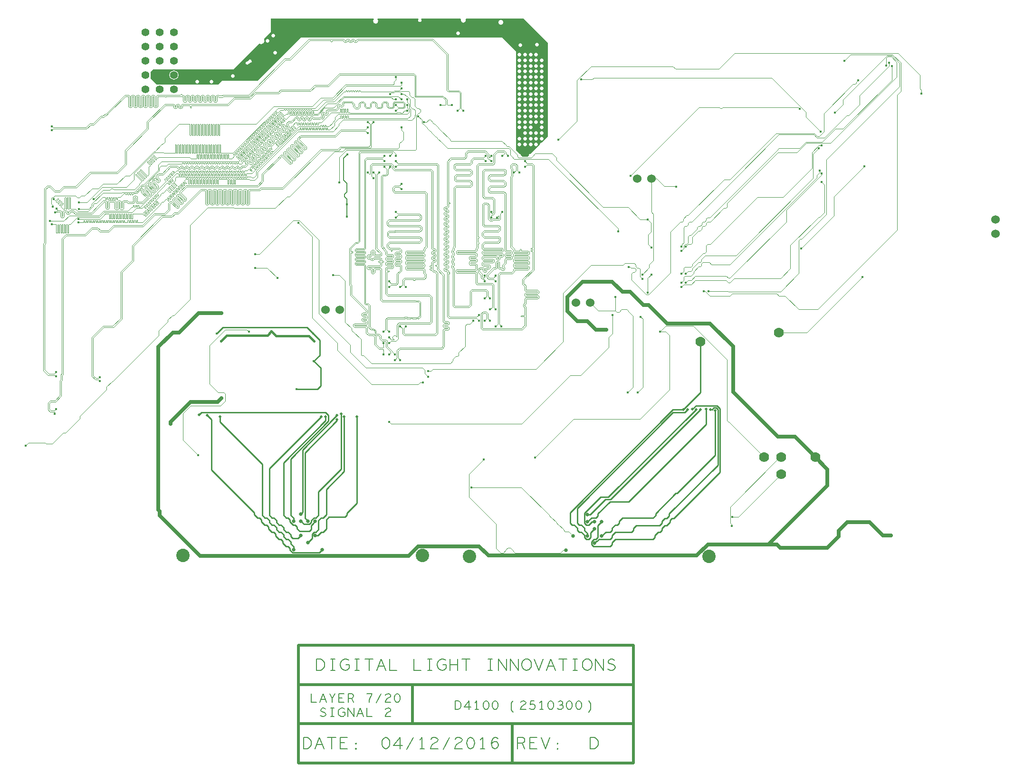
<source format=gbr>
G04 ================== begin FILE IDENTIFICATION RECORD ==================*
G04 Layout Name:  2510300_REV-D.brd*
G04 Film Name:    L07_sig3.gbr*
G04 File Format:  Gerber RS274X*
G04 File Origin:  Cadence Allegro 16.6-2015-S051*
G04 Origin Date:  Tue Apr 12 06:53:56 2016*
G04 *
G04 Layer:  VIA CLASS/L7_SIG3*
G04 Layer:  PIN/L7_SIG3*
G04 Layer:  ETCH/L7_SIG3*
G04 Layer:  DRAWING FORMAT/TITLE_BLOCK*
G04 *
G04 Offset:    (0.00 0.00)*
G04 Mirror:    No*
G04 Mode:      Positive*
G04 Rotation:  0*
G04 FullContactRelief:  No*
G04 UndefLineWidth:     0.00*
G04 ================== end FILE IDENTIFICATION RECORD ====================*
%FSLAX25Y25*MOIN*%
%IR0*IPPOS*OFA0.00000B0.00000*MIA0B0*SFA1.00000B1.00000*%
%ADD13C,.02*%
%ADD15C,.06*%
%ADD16C,.07*%
%ADD14C,.025*%
%ADD10C,.016*%
%ADD11C,.055*%
%ADD12C,.094*%
%ADD17C,.01*%
%ADD18C,.011*%
%ADD19C,.015*%
%ADD20C,.004*%
%ADD21C,.006*%
%ADD22C,.008*%
%ADD23C,.00399*%
%ADD26C,.03504*%
%ADD25C,.02604*%
%ADD24C,.06504*%
G75*
%LPD*%
G75*
G36*
G01X412236Y290264D02*
X411015Y291485D01*
X411000Y291521D01*
G03X410362Y292159I-1107J-469D01*
G01X410326Y292174D01*
X407600Y294900D01*
Y364200D01*
X398000Y373800D01*
X397067D01*
G03X396933I-67J-1300D01*
G01X256500D01*
X226200Y343500D01*
X201200D01*
X198600Y340900D01*
X155600D01*
X151300Y345200D01*
Y350000D01*
X153000Y351700D01*
X209400D01*
X227343Y369643D01*
X227475Y369567D01*
G03X230818Y372910I1210J2133D01*
G01X230742Y373042D01*
X235500Y377800D01*
Y387300D01*
X307690D01*
X307936Y386716D01*
X307844Y386621D01*
G03X310356I1256J-1221D01*
G01X310264Y386716D01*
X310510Y387300D01*
X338845D01*
X339118Y386764D01*
X339046Y386665D01*
G03X341154I1054J-765D01*
G01X341082Y386764D01*
X341355Y387300D01*
X368755D01*
X369054Y386832D01*
X369009Y386733D01*
G03X372191I1591J-733D01*
G01X372146Y386832D01*
X372445Y387300D01*
X412800D01*
X429800Y370300D01*
Y304400D01*
X425652Y300252D01*
X425575Y300248D01*
G03X424341Y299014I66J-1300D01*
G01X424337Y298937D01*
X417756Y292356D01*
X417681Y292351D01*
G03X416467Y291137I85J-1299D01*
G01X416462Y291062D01*
X415664Y290264D01*
X412236D01*
G37*
%LPC*%
G75*
G36*
G01X219285Y357289D02*
G03X219732Y357594I57J396D01*
G02X220815Y356011I1268J-294D01*
G03X220368Y355706I-57J-396D01*
G02X219285Y357289I-1268J294D01*
G37*
G36*
G01X408972Y347113D02*
G02X410813Y345272I921J-920D01*
G02X408972Y347113I-921J920D01*
G37*
G36*
G01X412528Y334382D02*
G02X415132I1302J0D01*
G02X412528I-1302J-1D01*
G37*
G36*
G01X416846Y323491D02*
G02X418687Y321650I921J-920D01*
G02X416846Y323491I-921J920D01*
G37*
G54D26*
X397000Y384500D03*
G54D25*
X184000Y343000D03*
X194000D03*
X209000Y347000D03*
X237100Y375300D03*
X233100Y371600D03*
X238634Y363334D03*
X367000Y376900D03*
X409892Y298948D03*
X413830Y306822D03*
X409892Y302885D03*
X413830D03*
Y298948D03*
X409892Y318634D03*
Y322570D03*
X413830Y310759D03*
Y322570D03*
Y318634D03*
X409892Y310759D03*
Y314696D03*
X413830D03*
X409892Y334382D03*
X413830Y342256D03*
X409892Y330444D03*
X413830Y326508D03*
Y330444D03*
X409892Y342256D03*
X413830Y338318D03*
X409892D03*
Y326508D03*
X413830Y350130D03*
X409892D03*
Y354066D03*
X413830Y358004D03*
X409892D03*
X413830Y346192D03*
Y354066D03*
Y361941D03*
X409892D03*
X410700Y368600D03*
X425641Y302885D03*
X421704Y298948D03*
X417766D03*
Y302885D03*
X421704D03*
X425641Y306822D03*
X421704D03*
X417766D03*
Y310759D03*
Y314696D03*
X425641Y318634D03*
Y314696D03*
Y310759D03*
Y322570D03*
X421704Y314696D03*
Y318634D03*
Y322570D03*
X417766Y318634D03*
Y338318D03*
Y334382D03*
X421704Y330444D03*
X425641Y338318D03*
X417766Y342256D03*
X421704D03*
Y338318D03*
X425641Y342256D03*
X421704Y326508D03*
X417766D03*
X425641Y334382D03*
Y330444D03*
Y326508D03*
X417766Y330444D03*
X421704Y334382D03*
X417766Y346192D03*
Y354066D03*
X421704Y346192D03*
X425641Y350130D03*
Y346192D03*
X417766Y350130D03*
X425641Y354066D03*
X421704Y350130D03*
X425641Y358004D03*
X421704Y354066D03*
X417766Y358004D03*
X421704D03*
Y361941D03*
X422200Y368900D03*
X417766Y361941D03*
G54D24*
X167500Y347500D03*
%LPD*%
G75*
G54D10*
X63500Y87500D03*
X84800Y113293D03*
X84000Y109800D03*
X85000Y136371D03*
Y139290D03*
X80590Y245310D03*
X81850Y242950D03*
X85200Y254000D03*
X84200Y251200D03*
X83100Y260500D03*
X82600Y255200D03*
X81850Y308818D03*
Y311723D03*
X100630Y244130D03*
X100690Y246490D03*
X100930Y253570D03*
X101000Y258300D03*
X115439Y135739D03*
Y132820D03*
X111260Y260660D03*
X165300Y103000D03*
X184700Y80900D03*
X200950Y121050D03*
X200500Y160764D03*
X197600Y166100D03*
X200900Y180600D03*
X220205Y167505D03*
X224449Y212402D03*
Y221850D03*
X235953Y167800D03*
X240100Y205300D03*
X253700Y127299D03*
X265716Y146984D03*
X265900Y160764D03*
X265200Y166300D03*
X255000Y244000D03*
X279100Y207100D03*
X283600Y272200D03*
X288900Y248100D03*
X288800Y256900D03*
X289100Y291900D03*
X318518Y104408D03*
Y151652D03*
X314582Y159548D03*
Y151652D03*
X318518Y159548D03*
Y163485D03*
X314582Y167422D03*
X318518D03*
Y198918D03*
Y202856D03*
X303571Y279241D03*
X307507Y275304D03*
X319319Y283179D03*
X315382D03*
X307508Y279241D03*
X311445D03*
X315382Y291053D03*
X319319D03*
X315382Y287115D03*
X307508Y314696D03*
X303571D03*
Y306822D03*
Y310760D03*
X319319Y334382D03*
X326392Y147715D03*
X322456D03*
Y151652D03*
X326392Y171359D03*
X330330D03*
X326392Y198918D03*
X330330D03*
X323255Y247744D03*
X327192Y267429D03*
X323255Y251681D03*
X323256Y283179D03*
X327193Y271367D03*
X323256Y287115D03*
Y291053D03*
X327193Y310760D03*
Y330445D03*
X323256Y322571D03*
X323255Y326507D03*
X323256Y330445D03*
X331130Y322571D03*
X327193Y334382D03*
X331130Y330445D03*
Y326508D03*
X327193Y342256D03*
X323256Y346193D03*
X327193Y338319D03*
X342141Y131966D03*
X346078Y139841D03*
Y135904D03*
X342941Y314696D03*
X339004Y318634D03*
X354753Y326508D03*
X366585Y322571D03*
X362647Y326508D03*
X370521Y322571D03*
X376100Y58300D03*
X385000Y78000D03*
X381534Y179234D03*
Y175296D03*
X385470D03*
X389408D03*
X377596D03*
X389408Y191044D03*
X385470D03*
X389408Y183170D03*
X385470Y202856D03*
Y206792D03*
X390208Y247744D03*
Y251681D03*
Y287114D03*
Y291052D03*
X386271Y287114D03*
Y291052D03*
X397282Y171359D03*
X393344D03*
Y183170D03*
Y202856D03*
Y206792D03*
X394145Y247744D03*
X398082Y251681D03*
X405956Y279240D03*
X398082Y291052D03*
X402019D03*
X420900Y79100D03*
X409893Y279240D03*
X413830Y283178D03*
Y287114D03*
Y291052D03*
X409892Y306822D03*
X421704Y310759D03*
X437200Y302300D03*
X457600Y175000D03*
X453100Y344500D03*
X470800Y169000D03*
X475268Y179168D03*
X477400Y192000D03*
X486000Y125000D03*
X492984Y125016D03*
X495000Y178000D03*
X486500Y213000D03*
X479100Y238000D03*
X488000Y276900D03*
X508732Y167700D03*
X500000Y195000D03*
X496250Y207651D03*
X502550D03*
X496250Y204501D03*
X502550Y226549D03*
X499900Y246300D03*
X526660Y208360D03*
X523510D03*
X526660Y202061D03*
X523510D03*
Y198912D03*
Y227340D03*
X526660D03*
X523510Y224191D03*
X520000Y269400D03*
X542490Y195762D03*
X539340D03*
X558800Y31400D03*
X559300Y37500D03*
X607500Y226000D03*
X606700Y323800D03*
X621843Y278457D03*
X620525Y280425D03*
X621949Y272551D03*
X620073Y296173D03*
X621958Y298142D03*
X621116Y307984D03*
X631200Y321300D03*
X650500Y205800D03*
X651800Y283700D03*
X647642Y344058D03*
X637799Y357500D03*
X665000Y24500D03*
X668500D03*
X670500D03*
X667327Y354173D03*
X671264Y354036D03*
X669295Y356195D03*
X692000Y334500D03*
G54D20*
G01X220205Y167505D02*
X218710Y169000D01*
X203500D01*
X192500Y158000D01*
Y130900D01*
X198600Y124800D01*
X202700D01*
X203658Y123842D01*
Y118958D01*
X200200Y115500D01*
X179096D01*
X173900Y110304D01*
Y91700D01*
X184700Y80900D01*
G01X224449Y212402D02*
X232998D01*
X240100Y205300D01*
G01X224449Y221850D02*
X227750D01*
X251390Y245490D01*
X255618D01*
X269190Y231918D01*
Y180310D01*
X291199Y158301D01*
Y153193D01*
X302192Y142200D01*
X341890D01*
X343631Y140459D01*
Y138351D01*
X346078Y135904D01*
G01X255000Y244000D02*
X264610Y234390D01*
Y177190D01*
X282200Y159600D01*
Y154494D01*
X306218Y130476D01*
X338822D01*
X340312Y131966D01*
X342141D01*
G01X377596Y175296D02*
X375149Y172849D01*
X373041D01*
X371800Y171608D01*
Y157400D01*
X367275Y152875D01*
Y151034D01*
X366403Y150162D01*
X365167D01*
X363338Y148333D01*
Y147097D01*
X361641Y145400D01*
X306300D01*
X300700Y151000D01*
X299300D01*
X298900Y151400D01*
Y162092D01*
X293382Y167610D01*
X292982D01*
X292110Y168482D01*
Y169829D01*
X287699Y174240D01*
Y203101D01*
X283700Y207100D01*
X279100D01*
G01X283600Y272200D02*
Y290000D01*
X287600Y294000D01*
X288578Y294977D01*
X337000D01*
X337514Y295491D01*
Y319252D01*
X339342Y321080D01*
X339622D01*
X340494Y321952D01*
Y323188D01*
X339331Y324351D01*
X338113D01*
X336557Y325907D01*
Y331063D01*
X335685Y331935D01*
X334565D01*
X333000Y333500D01*
Y335300D01*
X332100Y336200D01*
X327401D01*
X327073Y335872D01*
X322638D01*
X321878Y335112D01*
X320049D01*
X319319Y334382D01*
G01X346078Y139841D02*
X347907D01*
X349397Y141331D01*
X421439D01*
X440622Y160514D01*
Y194621D01*
X460201Y214200D01*
X482600D01*
X483840Y215440D01*
X490569D01*
X491611Y214398D01*
Y213332D01*
X492652Y212291D01*
X493719D01*
X494591Y211419D01*
Y206159D01*
X496250Y204501D01*
G01X479100Y238000D02*
Y239908D01*
X430403Y288605D01*
X406423D01*
X404556Y290472D01*
X403590Y291437D01*
Y295318D01*
X402718Y296190D01*
X359618D01*
X355370Y300438D01*
X355091D01*
X352305Y303224D01*
Y303503D01*
X351433Y304375D01*
X351154D01*
X348368Y307161D01*
Y307440D01*
X347496Y308312D01*
X347217D01*
X345388Y310141D01*
Y310420D01*
X342602Y313206D01*
X342323D01*
X341451Y314078D01*
Y316186D01*
X339004Y318634D01*
G01X499900Y246300D02*
X494700D01*
X486119Y254881D01*
X468680D01*
X435766Y287795D01*
Y289542D01*
X432766Y292542D01*
X421086D01*
X419256Y290712D01*
Y290434D01*
X418384Y289562D01*
X409403D01*
X408493Y290472D01*
Y291516D01*
X402551Y297458D01*
X401400D01*
X400528Y298330D01*
Y298610D01*
X397743Y301395D01*
X362030D01*
X361158Y302267D01*
Y302524D01*
X354413Y309269D01*
X354134D01*
X353262Y310141D01*
Y310420D01*
X350476Y313206D01*
X350197D01*
X349325Y314078D01*
Y314357D01*
X347496Y316186D01*
X346260D01*
X344770Y314696D01*
X342941D01*
G01X385000Y78000D02*
X374610Y67610D01*
Y51590D01*
X393700Y32500D01*
Y15510D01*
X396923Y12287D01*
X398531D01*
X400750Y14506D01*
Y14817D01*
X401983Y16050D01*
X403517D01*
X405736Y13831D01*
Y13474D01*
X406923Y12287D01*
X438531D01*
X440471Y14227D01*
X442727D01*
G01X508732Y167700D02*
X512708D01*
X515411Y164997D01*
Y126901D01*
X494610Y106100D01*
X447900D01*
X420900Y79100D01*
G01X437200Y302300D02*
X450300Y315400D01*
Y343808D01*
X460132Y353640D01*
X517692D01*
X519531Y351801D01*
X549859D01*
X560882Y362824D01*
X675684D01*
X690800Y347708D01*
Y338179D01*
X692000Y336979D01*
Y334500D01*
G01X459500Y188000D02*
X465100Y182400D01*
X477400D01*
G01X621116Y307984D02*
X611000Y318100D01*
Y321608D01*
X586868Y345740D01*
X462219D01*
X460979Y344500D01*
X453100D01*
G01X486000Y125000D02*
X489500Y128500D01*
Y178678D01*
X486100Y182078D01*
Y182208D01*
X485218Y183090D01*
X481490D01*
X479810Y181410D01*
X478390D01*
X477400Y182400D01*
G01X495000Y178000D02*
X496500Y176500D01*
Y128532D01*
X492984Y125016D01*
G01X477400Y182400D02*
Y192000D01*
G01X647642Y344058D02*
X646100Y342516D01*
Y341992D01*
X645208Y341100D01*
X643890D01*
X623500Y320710D01*
Y307808D01*
X620218Y304526D01*
X618969D01*
X616902Y306593D01*
X590014D01*
X557746Y274325D01*
X553646D01*
X528421Y249100D01*
X527414D01*
X525010Y246696D01*
Y245630D01*
X524118Y244738D01*
X523052D01*
X516000Y237686D01*
Y208892D01*
X500618Y193510D01*
X498835D01*
X488461Y203884D01*
Y208269D01*
X489503Y209311D01*
X490569D01*
X491441Y210183D01*
Y211419D01*
X490569Y212291D01*
X488401D01*
X487692Y213000D01*
X486500D01*
G01X488000Y276900D02*
X535900Y324800D01*
X550194D01*
X550783Y324211D01*
X552017D01*
X552606Y324800D01*
X605700D01*
X606700Y323800D01*
G01X581500Y79500D02*
X556775Y104225D01*
X556607D01*
X555565Y105267D01*
Y147874D01*
X531949Y171490D01*
X512522D01*
X508732Y167700D01*
G01X502550Y207651D02*
X500000Y205101D01*
Y195000D01*
G01X496250Y207651D02*
X501060Y212461D01*
Y214568D01*
X504040Y217548D01*
Y249900D01*
X502500Y251440D01*
Y275000D01*
G01X499900Y246300D02*
X502200Y244000D01*
Y237500D01*
X500149Y235449D01*
Y228950D01*
X502550Y226549D01*
G01X502500Y275000D02*
X506200D01*
X511600Y269600D01*
X519800D01*
X520000Y269400D01*
G01X620073Y296173D02*
X615999Y292099D01*
Y275141D01*
X561783Y220925D01*
X540348D01*
X537691Y218268D01*
Y217201D01*
X536799Y216309D01*
X535732D01*
X531309Y211886D01*
Y210902D01*
X530417Y210010D01*
X528310D01*
X526660Y208360D01*
G01X621958Y298142D02*
X619934D01*
X615200Y293408D01*
Y282292D01*
X594783Y261875D01*
X576854D01*
X543819Y228840D01*
X541882D01*
X540840Y227798D01*
Y223583D01*
X539948Y222691D01*
X538965D01*
X531309Y215035D01*
Y214052D01*
X530267Y213010D01*
X526052D01*
X525160Y212118D01*
Y210010D01*
X523510Y208360D01*
G01X526660Y202061D02*
X528310Y203711D01*
X530430D01*
X533420Y206701D01*
X554918D01*
X556434Y205185D01*
X557683D01*
X597100Y244602D01*
Y252861D01*
X621843Y277604D01*
Y278457D01*
G01X620525Y280425D02*
Y279260D01*
X618581Y277316D01*
Y275533D01*
X557683Y214635D01*
X544636D01*
X543121Y216150D01*
X538722D01*
X537691Y215119D01*
Y214052D01*
X536799Y213160D01*
X535733D01*
X532108Y209535D01*
Y208551D01*
X530268Y206711D01*
X526052D01*
X525160Y205819D01*
Y203711D01*
X523510Y202061D01*
G01Y198912D02*
X525159Y200561D01*
X530430D01*
X533420Y203551D01*
X554918D01*
X556434Y202035D01*
X557696D01*
X560686Y205025D01*
X593133D01*
X599900Y211792D01*
Y228193D01*
X619757Y248050D01*
X620550D01*
X623800Y251300D01*
Y270700D01*
X621949Y272551D01*
G01X523510Y227340D02*
X523950Y227780D01*
Y228809D01*
X525160Y230019D01*
Y240547D01*
X526052Y241439D01*
X527119D01*
X528309Y242629D01*
Y243696D01*
X529201Y244588D01*
X530936D01*
X558565Y272217D01*
Y272323D01*
X592057Y305815D01*
X616578D01*
X618645Y303748D01*
X623848D01*
X639500Y319400D01*
X641008D01*
X648575Y326967D01*
Y333300D01*
X669295Y354020D01*
Y356195D01*
G01X526660Y227340D02*
X527511Y228191D01*
X527612D01*
X528411Y228990D01*
X530417D01*
X531309Y229882D01*
Y234015D01*
X535583Y238289D01*
X536649D01*
X537840Y239480D01*
Y240547D01*
X538732Y241439D01*
X539799D01*
X540990Y242630D01*
Y243696D01*
X541882Y244588D01*
X543908D01*
X553420Y254100D01*
X554708D01*
X555590Y254982D01*
Y256232D01*
X555575Y256247D01*
Y257693D01*
X591107Y293225D01*
X604725D01*
X611300Y299800D01*
X628109D01*
X674722Y346413D01*
Y356686D01*
X670918Y360490D01*
X668182D01*
X667310Y359618D01*
Y358369D01*
X667327Y358352D01*
Y354173D01*
G01X671264Y354036D02*
Y344056D01*
X637008Y309800D01*
X631521D01*
X622300Y300579D01*
X610949D01*
X606745Y296375D01*
X592067D01*
X591175Y295483D01*
Y295377D01*
X543536Y247738D01*
X541882D01*
X540990Y246846D01*
Y245780D01*
X539798Y244588D01*
X538732D01*
X537840Y243696D01*
Y242629D01*
X536650Y241439D01*
X535583D01*
X534691Y240547D01*
Y239563D01*
X530268Y235140D01*
X529201D01*
X528309Y234248D01*
Y230031D01*
X527268Y228990D01*
X526202D01*
X525160Y227948D01*
Y225841D01*
X523510Y224191D01*
G01X542490Y195762D02*
X556407D01*
X556434Y195735D01*
X593293D01*
X606000Y208442D01*
Y230671D01*
X606010Y230681D01*
Y231618D01*
X606882Y232490D01*
X607819D01*
X625200Y249871D01*
Y288121D01*
X676691Y339612D01*
Y355818D01*
X671241Y361268D01*
X667859D01*
X636900Y330309D01*
Y327000D01*
X631200Y321300D01*
G01X637799Y357500D02*
X642345Y362046D01*
X671564D01*
X677469Y356141D01*
Y336148D01*
X674900Y333579D01*
Y238792D01*
X619218Y183110D01*
X605790D01*
X596325Y192575D01*
X592054D01*
X590539Y194090D01*
X559201D01*
X557696Y192585D01*
X543546D01*
X540369Y195762D01*
X539340D01*
G01X592000Y167000D02*
X611700D01*
X650500Y205800D01*
G01X651800Y283700D02*
X630500Y262400D01*
Y249000D01*
X607500Y226000D01*
G54D11*
X147500Y337500D03*
Y357500D03*
Y347500D03*
Y367500D03*
Y377500D03*
X157500Y337500D03*
Y357500D03*
Y347500D03*
Y367500D03*
Y377500D03*
X167500Y337500D03*
Y357500D03*
Y347500D03*
Y367500D03*
Y377500D03*
G54D21*
G01X263917Y-86500D02*
Y-92500D01*
X267583D01*
G01X269958D02*
X272250Y-86500D01*
X274542Y-92500D01*
G01X273717Y-90400D02*
X270783D01*
G01X278750Y-92500D02*
Y-89800D01*
X276917Y-86500D01*
G01X280583D02*
X278750Y-89800D01*
G01X287083Y-92500D02*
X283417D01*
Y-86500D01*
X287083D01*
G01X285617Y-89400D02*
X283417D01*
G01X289917Y-92500D02*
Y-86500D01*
X292208D01*
X292942Y-86800D01*
X293400Y-87200D01*
X293583Y-88000D01*
X293400Y-88800D01*
X292850Y-89300D01*
X292208Y-89600D01*
X289917D01*
G01X292208D02*
X293583Y-92500D01*
G01X304567D02*
X304750Y-91200D01*
X305025Y-90100D01*
X305392Y-89100D01*
X305850Y-88000D01*
X306583Y-86500D01*
X302917D01*
G01X309600Y-92700D02*
X312900Y-86500D01*
G01X316008Y-87500D02*
X316558Y-86900D01*
X317200Y-86600D01*
X317933Y-86500D01*
X318850Y-86700D01*
X319492Y-87200D01*
X319675Y-87800D01*
X319583Y-88400D01*
X319217Y-88900D01*
X317383Y-89900D01*
X316558Y-90600D01*
X316008Y-91600D01*
X315825Y-92500D01*
X319675D01*
G01X324250Y-86500D02*
X323517Y-86700D01*
X322967Y-87200D01*
X322600Y-87800D01*
X322325Y-88600D01*
X322233Y-89500D01*
X322325Y-90400D01*
X322600Y-91200D01*
X322967Y-91800D01*
X323517Y-92300D01*
X324250Y-92500D01*
X324983Y-92300D01*
X325533Y-91800D01*
X325900Y-91200D01*
X326175Y-90400D01*
X326267Y-89500D01*
X326175Y-88600D01*
X325900Y-87800D01*
X325533Y-87200D01*
X324983Y-86700D01*
X324250Y-86500D01*
G01X270325Y-101700D02*
X271058Y-102200D01*
X271883Y-102500D01*
X272617D01*
X273350Y-102200D01*
X273900Y-101700D01*
X274175Y-101000D01*
X273992Y-100300D01*
X273533Y-99700D01*
X272708Y-99300D01*
X271608Y-99100D01*
X270967Y-98700D01*
X270692Y-98000D01*
X270875Y-97300D01*
X271333Y-96800D01*
X271975Y-96500D01*
X272617D01*
X273258Y-96700D01*
X273808Y-97200D01*
G01X277650Y-96500D02*
X279850D01*
G01X278750D02*
Y-102500D01*
G01X277650D02*
X279850D01*
G01X285800Y-99500D02*
X287633D01*
Y-101300D01*
X287083Y-101900D01*
X286442Y-102300D01*
X285525Y-102500D01*
X284608Y-102300D01*
X283967Y-101900D01*
X283417Y-101300D01*
X283050Y-100600D01*
X282867Y-99800D01*
Y-99100D01*
X283050Y-98500D01*
X283417Y-97800D01*
X283967Y-97200D01*
X284517Y-96800D01*
X285250Y-96500D01*
X285892D01*
X286625Y-96700D01*
X287175Y-97100D01*
G01X289642Y-102500D02*
Y-96500D01*
X293858Y-102500D01*
Y-96500D01*
G01X295958Y-102500D02*
X298250Y-96500D01*
X300542Y-102500D01*
G01X299717Y-100400D02*
X296783D01*
G01X302917Y-96500D02*
Y-102500D01*
X306583D01*
G01X316008Y-97500D02*
X316558Y-96900D01*
X317200Y-96600D01*
X317933Y-96500D01*
X318850Y-96700D01*
X319492Y-97200D01*
X319675Y-97800D01*
X319583Y-98400D01*
X319217Y-98900D01*
X317383Y-99900D01*
X316558Y-100600D01*
X316008Y-101600D01*
X315825Y-102500D01*
X319675D01*
G01X364983Y-97500D02*
Y-91500D01*
X366817D01*
X367550Y-91800D01*
X368100Y-92200D01*
X368558Y-92800D01*
X368925Y-93500D01*
X369017Y-94500D01*
X368925Y-95500D01*
X368558Y-96200D01*
X368100Y-96800D01*
X367550Y-97200D01*
X366817Y-97500D01*
X364983D01*
G01X374600D02*
Y-91500D01*
X371208Y-95800D01*
X375792D01*
G01X380000Y-97500D02*
Y-91500D01*
X378900Y-92700D01*
G01Y-97500D02*
X381100D01*
G01X386500Y-91500D02*
X385767Y-91700D01*
X385217Y-92200D01*
X384850Y-92800D01*
X384575Y-93600D01*
X384483Y-94500D01*
X384575Y-95400D01*
X384850Y-96200D01*
X385217Y-96800D01*
X385767Y-97300D01*
X386500Y-97500D01*
X387233Y-97300D01*
X387783Y-96800D01*
X388150Y-96200D01*
X388425Y-95400D01*
X388517Y-94500D01*
X388425Y-93600D01*
X388150Y-92800D01*
X387783Y-92200D01*
X387233Y-91700D01*
X386500Y-91500D01*
G01X393000D02*
X392267Y-91700D01*
X391717Y-92200D01*
X391350Y-92800D01*
X391075Y-93600D01*
X390983Y-94500D01*
X391075Y-95400D01*
X391350Y-96200D01*
X391717Y-96800D01*
X392267Y-97300D01*
X393000Y-97500D01*
X393733Y-97300D01*
X394283Y-96800D01*
X394650Y-96200D01*
X394925Y-95400D01*
X395017Y-94500D01*
X394925Y-93600D01*
X394650Y-92800D01*
X394283Y-92200D01*
X393733Y-91700D01*
X393000Y-91500D01*
G01X405542Y-99500D02*
X404625Y-98500D01*
X404167Y-97500D01*
Y-93500D01*
X404625Y-92500D01*
X405542Y-91500D01*
G01X410758Y-92500D02*
X411308Y-91900D01*
X411950Y-91600D01*
X412683Y-91500D01*
X413600Y-91700D01*
X414242Y-92200D01*
X414425Y-92800D01*
X414333Y-93400D01*
X413967Y-93900D01*
X412133Y-94900D01*
X411308Y-95600D01*
X410758Y-96600D01*
X410575Y-97500D01*
X414425D01*
G01X416983Y-96600D02*
X417533Y-97100D01*
X418175Y-97400D01*
X419000Y-97500D01*
X419825Y-97300D01*
X420467Y-96900D01*
X420925Y-96200D01*
X421017Y-95400D01*
X420833Y-94600D01*
X420375Y-94100D01*
X419733Y-93700D01*
X419092Y-93600D01*
X418450Y-93700D01*
X417625Y-94100D01*
X417900Y-91500D01*
X420375D01*
G01X425500Y-97500D02*
Y-91500D01*
X424400Y-92700D01*
G01Y-97500D02*
X426600D01*
G01X432000Y-91500D02*
X431267Y-91700D01*
X430717Y-92200D01*
X430350Y-92800D01*
X430075Y-93600D01*
X429983Y-94500D01*
X430075Y-95400D01*
X430350Y-96200D01*
X430717Y-96800D01*
X431267Y-97300D01*
X432000Y-97500D01*
X432733Y-97300D01*
X433283Y-96800D01*
X433650Y-96200D01*
X433925Y-95400D01*
X434017Y-94500D01*
X433925Y-93600D01*
X433650Y-92800D01*
X433283Y-92200D01*
X432733Y-91700D01*
X432000Y-91500D01*
G01X436483Y-96300D02*
X437033Y-97000D01*
X437767Y-97400D01*
X438592Y-97500D01*
X439325Y-97400D01*
X440058Y-96900D01*
X440517Y-96300D01*
X440608Y-95700D01*
X440425Y-95000D01*
X439783Y-94500D01*
X439142Y-94300D01*
X438317D01*
G01X439142D02*
X439692Y-94000D01*
X440150Y-93500D01*
X440333Y-92900D01*
X440150Y-92300D01*
X439692Y-91800D01*
X438867Y-91500D01*
X438042Y-91600D01*
X437217Y-92000D01*
G01X445000Y-91500D02*
X444267Y-91700D01*
X443717Y-92200D01*
X443350Y-92800D01*
X443075Y-93600D01*
X442983Y-94500D01*
X443075Y-95400D01*
X443350Y-96200D01*
X443717Y-96800D01*
X444267Y-97300D01*
X445000Y-97500D01*
X445733Y-97300D01*
X446283Y-96800D01*
X446650Y-96200D01*
X446925Y-95400D01*
X447017Y-94500D01*
X446925Y-93600D01*
X446650Y-92800D01*
X446283Y-92200D01*
X445733Y-91700D01*
X445000Y-91500D01*
G01X451500D02*
X450767Y-91700D01*
X450217Y-92200D01*
X449850Y-92800D01*
X449575Y-93600D01*
X449483Y-94500D01*
X449575Y-95400D01*
X449850Y-96200D01*
X450217Y-96800D01*
X450767Y-97300D01*
X451500Y-97500D01*
X452233Y-97300D01*
X452783Y-96800D01*
X453150Y-96200D01*
X453425Y-95400D01*
X453517Y-94500D01*
X453425Y-93600D01*
X453150Y-92800D01*
X452783Y-92200D01*
X452233Y-91700D01*
X451500Y-91500D01*
G01X458458Y-99500D02*
X459375Y-98500D01*
X459833Y-97500D01*
Y-93500D01*
X459375Y-92500D01*
X458458Y-91500D01*
G54D12*
X174000Y10500D03*
X342000D03*
X375000Y10000D03*
X543000D03*
G54D22*
G01X258500Y-125000D02*
Y-117000D01*
X261000D01*
X262000Y-117400D01*
X262750Y-117933D01*
X263375Y-118733D01*
X263875Y-119667D01*
X264000Y-121000D01*
X263875Y-122333D01*
X263375Y-123267D01*
X262750Y-124067D01*
X262000Y-124600D01*
X261000Y-125000D01*
X258500D01*
G01X266625D02*
X269750Y-117000D01*
X272875Y-125000D01*
G01X271750Y-122200D02*
X267750D01*
G01X278250Y-117000D02*
Y-125000D01*
G01X275375Y-117000D02*
X281125D01*
G01X289250Y-125000D02*
X284250D01*
Y-117000D01*
X289250D01*
G01X287250Y-120867D02*
X284250D01*
G01X295250Y-125267D02*
X295000Y-125133D01*
Y-124867D01*
X295250Y-124733D01*
X295500Y-124867D01*
Y-125133D01*
X295250Y-125267D01*
G01Y-121667D02*
X295000Y-121533D01*
Y-121267D01*
X295250Y-121133D01*
X295500Y-121267D01*
Y-121533D01*
X295250Y-121667D01*
G01X267750Y-70000D02*
Y-62000D01*
X270250D01*
X271250Y-62400D01*
X272000Y-62933D01*
X272625Y-63733D01*
X273125Y-64667D01*
X273250Y-66000D01*
X273125Y-67333D01*
X272625Y-68267D01*
X272000Y-69067D01*
X271250Y-69600D01*
X270250Y-70000D01*
X267750D01*
G01X277500Y-62000D02*
X280500D01*
G01X279000D02*
Y-70000D01*
G01X277500D02*
X280500D01*
G01X288250Y-66000D02*
X290750D01*
Y-68400D01*
X290000Y-69200D01*
X289125Y-69733D01*
X287875Y-70000D01*
X286625Y-69733D01*
X285750Y-69200D01*
X285000Y-68400D01*
X284500Y-67467D01*
X284250Y-66400D01*
Y-65467D01*
X284500Y-64667D01*
X285000Y-63733D01*
X285750Y-62933D01*
X286500Y-62400D01*
X287500Y-62000D01*
X288375D01*
X289375Y-62267D01*
X290125Y-62800D01*
G01X294500Y-62000D02*
X297500D01*
G01X296000D02*
Y-70000D01*
G01X294500D02*
X297500D01*
G01X304500Y-62000D02*
Y-70000D01*
G01X301625Y-62000D02*
X307375D01*
G01X309875Y-70000D02*
X313000Y-62000D01*
X316125Y-70000D01*
G01X315000Y-67200D02*
X311000D01*
G01X319000Y-62000D02*
Y-70000D01*
X324000D01*
G01X336000Y-62000D02*
Y-70000D01*
X341000D01*
G01X345500Y-62000D02*
X348500D01*
G01X347000D02*
Y-70000D01*
G01X345500D02*
X348500D01*
G01X356250Y-66000D02*
X358750D01*
Y-68400D01*
X358000Y-69200D01*
X357125Y-69733D01*
X355875Y-70000D01*
X354625Y-69733D01*
X353750Y-69200D01*
X353000Y-68400D01*
X352500Y-67467D01*
X352250Y-66400D01*
Y-65467D01*
X352500Y-64667D01*
X353000Y-63733D01*
X353750Y-62933D01*
X354500Y-62400D01*
X355500Y-62000D01*
X356375D01*
X357375Y-62267D01*
X358125Y-62800D01*
G01X361375Y-70000D02*
Y-62000D01*
G01X366625D02*
Y-70000D01*
G01Y-66000D02*
X361375D01*
G01X372500Y-62000D02*
Y-70000D01*
G01X369625Y-62000D02*
X375375D01*
G01X388000D02*
X391000D01*
G01X389500D02*
Y-70000D01*
G01X388000D02*
X391000D01*
G01X395125D02*
Y-62000D01*
X400875Y-70000D01*
Y-62000D01*
G01X403625Y-70000D02*
Y-62000D01*
X409375Y-70000D01*
Y-62000D01*
G01X415000Y-70000D02*
X414000Y-69867D01*
X413125Y-69333D01*
X412375Y-68533D01*
X411875Y-67600D01*
X411625Y-66533D01*
Y-65467D01*
X411875Y-64400D01*
X412375Y-63467D01*
X413125Y-62667D01*
X414000Y-62133D01*
X415000Y-62000D01*
X416000Y-62133D01*
X416875Y-62667D01*
X417625Y-63467D01*
X418125Y-64400D01*
X418375Y-65467D01*
Y-66533D01*
X418125Y-67600D01*
X417625Y-68533D01*
X416875Y-69333D01*
X416000Y-69867D01*
X415000Y-70000D01*
G01X420375Y-62000D02*
X423500Y-70000D01*
X426625Y-62000D01*
G01X428875Y-70000D02*
X432000Y-62000D01*
X435125Y-70000D01*
G01X434000Y-67200D02*
X430000D01*
G01X440500Y-62000D02*
Y-70000D01*
G01X437625Y-62000D02*
X443375D01*
G01X447500D02*
X450500D01*
G01X449000D02*
Y-70000D01*
G01X447500D02*
X450500D01*
G01X457500D02*
X456500Y-69867D01*
X455625Y-69333D01*
X454875Y-68533D01*
X454375Y-67600D01*
X454125Y-66533D01*
Y-65467D01*
X454375Y-64400D01*
X454875Y-63467D01*
X455625Y-62667D01*
X456500Y-62133D01*
X457500Y-62000D01*
X458500Y-62133D01*
X459375Y-62667D01*
X460125Y-63467D01*
X460625Y-64400D01*
X460875Y-65467D01*
Y-66533D01*
X460625Y-67600D01*
X460125Y-68533D01*
X459375Y-69333D01*
X458500Y-69867D01*
X457500Y-70000D01*
G01X463125D02*
Y-62000D01*
X468875Y-70000D01*
Y-62000D01*
G01X471875Y-68934D02*
X472875Y-69600D01*
X474000Y-70000D01*
X475000D01*
X476000Y-69600D01*
X476750Y-68934D01*
X477125Y-68000D01*
X476875Y-67067D01*
X476250Y-66267D01*
X475125Y-65733D01*
X473625Y-65467D01*
X472750Y-64933D01*
X472375Y-64000D01*
X472625Y-63067D01*
X473250Y-62400D01*
X474125Y-62000D01*
X475000D01*
X475875Y-62267D01*
X476625Y-62933D01*
G01X288900Y248100D02*
Y256800D01*
X288800Y256900D01*
G01X289100Y291900D02*
X286500Y289300D01*
Y273900D01*
X288800Y271600D01*
Y265491D01*
X287110Y263801D01*
Y262399D01*
X288800Y260709D01*
Y256900D01*
G01X316250Y-117000D02*
X315250Y-117267D01*
X314500Y-117933D01*
X314000Y-118733D01*
X313625Y-119800D01*
X313500Y-121000D01*
X313625Y-122200D01*
X314000Y-123267D01*
X314500Y-124067D01*
X315250Y-124733D01*
X316250Y-125000D01*
X317250Y-124733D01*
X318000Y-124067D01*
X318500Y-123267D01*
X318875Y-122200D01*
X319000Y-121000D01*
X318875Y-119800D01*
X318500Y-118733D01*
X318000Y-117933D01*
X317250Y-117267D01*
X316250Y-117000D01*
G01X326250Y-125000D02*
Y-117000D01*
X321625Y-122733D01*
X327875D01*
G01X331000Y-125267D02*
X335500Y-117000D01*
G01X341750Y-125000D02*
Y-117000D01*
X340250Y-118600D01*
G01Y-125000D02*
X343250D01*
G01X347875Y-118333D02*
X348625Y-117533D01*
X349500Y-117133D01*
X350500Y-117000D01*
X351750Y-117267D01*
X352625Y-117933D01*
X352875Y-118733D01*
X352750Y-119534D01*
X352250Y-120200D01*
X349750Y-121533D01*
X348625Y-122467D01*
X347875Y-123800D01*
X347625Y-125000D01*
X352875D01*
G01X356500Y-125267D02*
X361000Y-117000D01*
G01X364875Y-118333D02*
X365625Y-117533D01*
X366500Y-117133D01*
X367500Y-117000D01*
X368750Y-117267D01*
X369625Y-117933D01*
X369875Y-118733D01*
X369750Y-119534D01*
X369250Y-120200D01*
X366750Y-121533D01*
X365625Y-122467D01*
X364875Y-123800D01*
X364625Y-125000D01*
X369875D01*
G01X375750Y-117000D02*
X374750Y-117267D01*
X374000Y-117933D01*
X373500Y-118733D01*
X373125Y-119800D01*
X373000Y-121000D01*
X373125Y-122200D01*
X373500Y-123267D01*
X374000Y-124067D01*
X374750Y-124733D01*
X375750Y-125000D01*
X376750Y-124733D01*
X377500Y-124067D01*
X378000Y-123267D01*
X378375Y-122200D01*
X378500Y-121000D01*
X378375Y-119800D01*
X378000Y-118733D01*
X377500Y-117933D01*
X376750Y-117267D01*
X375750Y-117000D01*
G01X384250Y-125000D02*
Y-117000D01*
X382750Y-118600D01*
G01Y-125000D02*
X385750D01*
G01X390375Y-121667D02*
X391250Y-120733D01*
X392000Y-120200D01*
X393000Y-119933D01*
X393875Y-120200D01*
X394500Y-120733D01*
X395000Y-121533D01*
X395125Y-122467D01*
X395000Y-123267D01*
X394500Y-124067D01*
X393750Y-124733D01*
X392875Y-125000D01*
X391875Y-124733D01*
X391000Y-123934D01*
X390500Y-122733D01*
X390375Y-121400D01*
X390625Y-119667D01*
X391000Y-118733D01*
X391625Y-117800D01*
X392500Y-117133D01*
X393375Y-117000D01*
X394250Y-117267D01*
X394875Y-117933D01*
G01X408750Y-125000D02*
Y-117000D01*
X411875D01*
X412875Y-117400D01*
X413500Y-117933D01*
X413750Y-119000D01*
X413500Y-120067D01*
X412750Y-120733D01*
X411875Y-121133D01*
X408750D01*
G01X411875D02*
X413750Y-125000D01*
G01X422250D02*
X417250D01*
Y-117000D01*
X422250D01*
G01X420250Y-120867D02*
X417250D01*
G01X425125Y-117000D02*
X428250Y-125000D01*
X431375Y-117000D01*
G01X436750Y-125267D02*
X436500Y-125133D01*
Y-124867D01*
X436750Y-124733D01*
X437000Y-124867D01*
Y-125133D01*
X436750Y-125267D01*
G01Y-121667D02*
X436500Y-121533D01*
Y-121267D01*
X436750Y-121133D01*
X437000Y-121267D01*
Y-121533D01*
X436750Y-121667D01*
G01X459750Y-125000D02*
Y-117000D01*
X462250D01*
X463250Y-117400D01*
X464000Y-117933D01*
X464625Y-118733D01*
X465125Y-119667D01*
X465250Y-121000D01*
X465125Y-122333D01*
X464625Y-123267D01*
X464000Y-124067D01*
X463250Y-124600D01*
X462250Y-125000D01*
X459750D01*
G54D13*
G01X255000Y-52500D02*
X490000D01*
Y-135000D01*
X255000D01*
G01Y-52500D02*
Y-135000D01*
G01X490000Y-107500D02*
X255000D01*
G01Y-80000D02*
X490000D01*
G01X335000D02*
Y-107500D01*
G01X405000D02*
Y-135000D01*
X191000Y109000D03*
X185200Y109200D03*
X200000Y108000D03*
X282000Y109000D03*
Y106000D03*
X274000Y108000D03*
X271000D03*
X285000Y110000D03*
X287000Y108000D03*
X296000D03*
X525000Y113000D03*
X528000D03*
X544000D03*
X547200Y112200D03*
X531200Y113200D03*
X534000Y113000D03*
X540800Y113200D03*
X537000Y113000D03*
G54D23*
G01X63500Y87500D02*
X65489Y89489D01*
X77317D01*
X77906Y88900D01*
X82300D01*
X89911Y96511D01*
X91577D01*
X101569Y106503D01*
Y108169D01*
X120300Y126900D01*
Y128800D01*
X124236Y132736D01*
X124682D01*
X156900Y164954D01*
Y168300D01*
X163250Y174650D01*
Y175758D01*
X166442Y178950D01*
X167550D01*
X179000Y190400D01*
Y242100D01*
X191389Y254489D01*
X209617D01*
X209906Y254200D01*
X238700D01*
X246911Y262411D01*
X248617D01*
X280131Y293925D01*
X285925D01*
X287425Y295425D01*
X287754Y295753D01*
X324453D01*
X325704Y297004D01*
Y299565D01*
X327448Y301309D01*
X327722D01*
X328682Y302269D01*
Y307438D01*
X327193Y308927D01*
Y310760D01*
G01X303571Y306822D02*
X302001Y308392D01*
X289601D01*
X289501Y308292D01*
X284905D01*
X281014Y304401D01*
X256914D01*
X255276Y302763D01*
Y302441D01*
X260533Y297183D01*
Y296035D01*
X259718Y295220D01*
X258570D01*
X253313Y300478D01*
X252991D01*
X252763Y300250D01*
Y299928D01*
X258020Y294670D01*
Y293522D01*
X257205Y292707D01*
X256057D01*
X250800Y297965D01*
X250478D01*
X250250Y297737D01*
Y297415D01*
X255507Y292157D01*
Y291009D01*
X254692Y290194D01*
X253544D01*
X248287Y295452D01*
X247965D01*
X247737Y295224D01*
Y294902D01*
X252994Y289644D01*
Y288496D01*
X252179Y287681D01*
X251031D01*
X245774Y292939D01*
X245452D01*
X245224Y292711D01*
Y292389D01*
X250481Y287131D01*
Y285983D01*
X249666Y285168D01*
X248518D01*
X243261Y290426D01*
X242938Y290427D01*
X241099Y288586D01*
X230399Y277886D01*
Y273086D01*
X226614Y269301D01*
X176614D01*
X172658Y265345D01*
Y265023D01*
X176416Y261266D01*
Y260118D01*
X175601Y259303D01*
X174453D01*
X170695Y263060D01*
X170373D01*
X170145Y262832D01*
Y262510D01*
X173903Y258753D01*
Y257605D01*
X173088Y256790D01*
X171940D01*
X168182Y260547D01*
X167860D01*
X167632Y260319D01*
Y259997D01*
X171390Y256240D01*
Y255092D01*
X170575Y254277D01*
X169427D01*
X165669Y258034D01*
X165347D01*
X164499Y257186D01*
Y252886D01*
X161214Y249601D01*
X154414D01*
X145914Y241101D01*
X125614D01*
X122014Y237501D01*
X115686D01*
X113486Y239701D01*
X110414D01*
X105514Y234801D01*
X92214D01*
X89949Y232536D01*
Y137656D01*
X89310Y137017D01*
Y133497D01*
X88599Y132786D01*
Y122486D01*
X84524Y118411D01*
X81324D01*
X80199Y117286D01*
Y113214D01*
X80898Y112517D01*
X80915Y112515D01*
X81090Y112340D01*
X83847D01*
X84800Y113293D01*
G01X84000Y109800D02*
X83847Y111341D01*
X80660D01*
X79200Y112799D01*
Y117700D01*
X80910Y119410D01*
X84110D01*
X87600Y122900D01*
Y133200D01*
X88311Y133911D01*
Y137431D01*
X88950Y138070D01*
Y232950D01*
X91800Y235800D01*
X105100D01*
X110000Y240700D01*
X113900D01*
X116100Y238500D01*
X121600D01*
X125200Y242100D01*
X145500D01*
X154000Y250600D01*
X160800D01*
X163500Y253300D01*
Y257600D01*
X164933Y259033D01*
X166083D01*
X169841Y255276D01*
X170161D01*
X170391Y255506D01*
Y255826D01*
X166633Y259583D01*
Y260733D01*
X167446Y261546D01*
X168596D01*
X172354Y257789D01*
X172674D01*
X172904Y258019D01*
Y258339D01*
X169146Y262096D01*
Y263246D01*
X169959Y264059D01*
X171109D01*
X174867Y260302D01*
X175187D01*
X175417Y260532D01*
Y260852D01*
X171659Y264609D01*
Y265759D01*
X176200Y270300D01*
X226200D01*
X229400Y273500D01*
Y278300D01*
X240100Y289000D01*
Y289013D01*
X241549Y290462D01*
X242527Y291428D01*
X243676Y291424D01*
X248932Y286167D01*
X249252D01*
X249482Y286397D01*
Y286717D01*
X244225Y291975D01*
Y293125D01*
X245038Y293938D01*
X246188D01*
X251445Y288680D01*
X251765D01*
X251995Y288910D01*
Y289230D01*
X246738Y294488D01*
Y295638D01*
X247551Y296451D01*
X248701D01*
X253958Y291193D01*
X254278D01*
X254508Y291423D01*
Y291743D01*
X249251Y297001D01*
Y298151D01*
X250064Y298964D01*
X251214D01*
X256471Y293706D01*
X256791D01*
X257021Y293936D01*
Y294256D01*
X251764Y299514D01*
Y300664D01*
X252577Y301477D01*
X253727D01*
X258984Y296219D01*
X259304D01*
X259534Y296449D01*
Y296769D01*
X254277Y302027D01*
Y303177D01*
X256500Y305400D01*
X280600D01*
X284491Y309291D01*
X289501D01*
X289601Y309191D01*
X302002D01*
X303571Y310760D01*
G01X85000Y136371D02*
X84371Y137000D01*
X79200D01*
X75800Y140400D01*
Y229100D01*
X76681Y229981D01*
Y267881D01*
X78700Y269900D01*
X80900D01*
X84300Y266500D01*
X87200D01*
X90300Y269600D01*
X98700D01*
X108700Y279600D01*
X127600D01*
X133200Y285200D01*
Y294800D01*
X148700Y310300D01*
Y315000D01*
X161100Y327400D01*
X167390D01*
X168203Y326587D01*
Y325327D01*
X168431Y325099D01*
X168752D01*
X168980Y325327D01*
Y326587D01*
X169793Y327400D01*
X170942D01*
X171755Y326587D01*
Y325327D01*
X171983Y325099D01*
X172304D01*
X172532Y325327D01*
Y326587D01*
X173345Y327400D01*
X205300D01*
X209824Y331924D01*
X220736D01*
X224512Y335700D01*
X240900D01*
X242400Y337200D01*
X263000D01*
X266400Y340600D01*
X275500D01*
X283481Y348581D01*
X288301D01*
X288401Y348481D01*
X302291D01*
X302292Y348482D01*
X336013D01*
X337355Y347140D01*
Y332968D01*
X337431Y332892D01*
X356308D01*
X359100Y330100D01*
Y326907D01*
X359499Y326508D01*
X362647D01*
G01X85000Y139290D02*
X83509Y137799D01*
X79815D01*
X76799Y140814D01*
Y228686D01*
X77680Y229567D01*
Y267467D01*
X79114Y268901D01*
X80486D01*
X83886Y265501D01*
X87614D01*
X90714Y268601D01*
X99114D01*
X109114Y278601D01*
X128014D01*
X134199Y284786D01*
Y294386D01*
X149699Y309886D01*
Y314586D01*
X161514Y326401D01*
X166976D01*
X167204Y326173D01*
Y324913D01*
X168017Y324100D01*
X169166D01*
X169979Y324913D01*
Y326173D01*
X170207Y326401D01*
X170528D01*
X170756Y326173D01*
Y324913D01*
X171569Y324100D01*
X172718D01*
X173531Y324913D01*
Y326173D01*
X173759Y326401D01*
X176892D01*
X176993Y326300D01*
X178732D01*
X178960Y326072D01*
Y324928D01*
X179188Y324700D01*
X179509D01*
X179737Y324928D01*
Y326072D01*
X179965Y326300D01*
X205613D01*
X210238Y330925D01*
X221150D01*
X224926Y334701D01*
X241314D01*
X242814Y336201D01*
X263414D01*
X266814Y339601D01*
X275914D01*
X283895Y347582D01*
X288301D01*
X288401Y347682D01*
X302291D01*
X302292Y347683D01*
X335682D01*
X336556Y346809D01*
Y332637D01*
X337100Y332093D01*
X355977D01*
X358301Y329769D01*
Y326907D01*
X357902Y326508D01*
X354753D01*
G01X323256Y322571D02*
Y322570D01*
X324826Y324140D01*
X328732D01*
X329599Y325007D01*
Y328032D01*
X328732Y328899D01*
X321968D01*
X321101Y328032D01*
Y325331D01*
X320669Y324899D01*
X318821D01*
X317829Y325891D01*
Y327901D01*
X316831Y328899D01*
X314536D01*
X313093Y327456D01*
Y325723D01*
X312388Y325018D01*
X310670D01*
X309797Y325891D01*
Y327456D01*
X308298Y328955D01*
X306560D01*
X305201Y327596D01*
Y325631D01*
X304588Y325018D01*
X302796D01*
X301923Y325891D01*
Y327456D01*
X300425Y328954D01*
X298843D01*
X297345Y327456D01*
Y325466D01*
X296754Y324875D01*
X295222D01*
X294206Y325891D01*
Y327298D01*
X292550Y328954D01*
X291142D01*
X291052Y329043D01*
X290697Y329023D01*
X290655Y328976D01*
X290277Y328955D01*
X286456D01*
X286364Y328863D01*
X285453Y327954D01*
Y326551D01*
X285189Y326287D01*
X284869D01*
X284202Y326954D01*
X283052D01*
X282239Y326141D01*
Y324740D01*
X281234Y323733D01*
X275620D01*
X274381Y322494D01*
Y321344D01*
X274589Y321136D01*
Y320816D01*
X274359Y320586D01*
X274039D01*
X272888Y321737D01*
X271738D01*
X270925Y320924D01*
Y319774D01*
X272076Y318623D01*
Y318303D01*
X271846Y318073D01*
X271526D01*
X271318Y318281D01*
X270168D01*
X269486Y317599D01*
X265780D01*
X264879Y318500D01*
X263730D01*
X262917Y317687D01*
Y316926D01*
X262689Y316698D01*
X262368D01*
X262140Y316926D01*
Y317687D01*
X261327Y318500D01*
X260178D01*
X259365Y317687D01*
Y316926D01*
X259137Y316698D01*
X258816D01*
X258588Y316926D01*
Y317687D01*
X257775Y318500D01*
X256626D01*
X255813Y317687D01*
Y316926D01*
X255585Y316698D01*
X255264D01*
X255036Y316926D01*
Y317687D01*
X254223Y318500D01*
X253217D01*
X249816Y315099D01*
X247900D01*
X247808Y315007D01*
X246607Y313805D01*
Y312070D01*
X247113Y311564D01*
Y311244D01*
X246883Y311014D01*
X246563D01*
X244816Y312761D01*
X243666D01*
X242853Y311948D01*
Y310798D01*
X244600Y309051D01*
Y308731D01*
X244370Y308501D01*
X244050D01*
X242303Y310248D01*
X241153D01*
X240340Y309435D01*
Y308285D01*
X242087Y306538D01*
Y306218D01*
X241857Y305988D01*
X241537D01*
X239790Y307735D01*
X238640D01*
X237827Y306922D01*
Y305772D01*
X239574Y304025D01*
Y303705D01*
X239344Y303475D01*
X239024D01*
X237277Y305222D01*
X236127D01*
X235314Y304409D01*
Y303259D01*
X237061Y301512D01*
Y301192D01*
X236831Y300962D01*
X236511D01*
X234764Y302709D01*
X233614D01*
X232801Y301896D01*
Y300746D01*
X234548Y298999D01*
Y298679D01*
X234318Y298449D01*
X233998D01*
X232251Y300196D01*
X231101D01*
X230288Y299383D01*
Y298233D01*
X232035Y296486D01*
Y296166D01*
X231805Y295936D01*
X231485D01*
X229738Y297683D01*
X228588D01*
X227775Y296870D01*
Y295720D01*
X229522Y293973D01*
Y293653D01*
X229292Y293423D01*
X228972D01*
X227225Y295170D01*
X226075D01*
X225262Y294357D01*
Y293207D01*
X227009Y291460D01*
Y291140D01*
X226779Y290910D01*
X226459D01*
X224712Y292657D01*
X223562D01*
X222749Y291844D01*
Y290694D01*
X224496Y288947D01*
Y288627D01*
X224266Y288397D01*
X223946D01*
X222199Y290144D01*
X221049D01*
X220236Y289331D01*
Y288181D01*
X221983Y286434D01*
Y286114D01*
X221753Y285884D01*
X221433D01*
X219686Y287631D01*
X218536D01*
X217723Y286818D01*
Y285668D01*
X218229Y285162D01*
Y284842D01*
X217187Y283800D01*
X214982D01*
X214169Y282987D01*
Y282727D01*
X213941Y282499D01*
X213620D01*
X213392Y282727D01*
Y282987D01*
X212579Y283800D01*
X211430D01*
X210617Y282987D01*
Y282727D01*
X210389Y282499D01*
X210068D01*
X209840Y282727D01*
Y282987D01*
X209027Y283800D01*
X207878D01*
X207065Y282987D01*
Y282727D01*
X206837Y282499D01*
X206516D01*
X206288Y282727D01*
Y282987D01*
X205475Y283800D01*
X204326D01*
X203513Y282987D01*
Y282727D01*
X203285Y282499D01*
X202964D01*
X202736Y282727D01*
Y282987D01*
X201923Y283800D01*
X200774D01*
X199961Y282987D01*
Y282727D01*
X199733Y282499D01*
X199412D01*
X199184Y282727D01*
Y282987D01*
X198371Y283800D01*
X197222D01*
X196409Y282987D01*
Y282727D01*
X196181Y282499D01*
X195860D01*
X195632Y282727D01*
Y282987D01*
X194819Y283800D01*
X193670D01*
X192857Y282987D01*
Y282727D01*
X192629Y282499D01*
X192308D01*
X192080Y282727D01*
Y282987D01*
X191267Y283800D01*
X190118D01*
X189305Y282987D01*
Y282727D01*
X189077Y282499D01*
X188756D01*
X188528Y282727D01*
Y282987D01*
X187715Y283800D01*
X186566D01*
X185753Y282987D01*
Y282727D01*
X185525Y282499D01*
X185204D01*
X184976Y282727D01*
Y282987D01*
X184163Y283800D01*
X183014D01*
X182201Y282987D01*
Y282727D01*
X181973Y282499D01*
X181652D01*
X181424Y282727D01*
Y282987D01*
X180611Y283800D01*
X179462D01*
X178649Y282987D01*
Y282727D01*
X178421Y282499D01*
X178100D01*
X177872Y282727D01*
Y282987D01*
X177059Y283800D01*
X175910D01*
X175097Y282987D01*
Y282727D01*
X174869Y282499D01*
X174548D01*
X174320Y282727D01*
Y282987D01*
X173507Y283800D01*
X172358D01*
X171545Y282987D01*
Y282727D01*
X171317Y282499D01*
X170996D01*
X170768Y282727D01*
Y282987D01*
X169955Y283800D01*
X164600D01*
X162414Y281614D01*
X162369D01*
X159455Y278700D01*
X156900D01*
X155018Y276818D01*
Y275668D01*
X156848Y273838D01*
Y273518D01*
X156618Y273288D01*
X156298D01*
X154468Y275118D01*
X153318D01*
X152180Y273980D01*
Y272830D01*
X155638Y269372D01*
Y269052D01*
X155408Y268822D01*
X155088D01*
X151630Y272280D01*
X150480D01*
X149667Y271467D01*
Y270317D01*
X153125Y266859D01*
Y266539D01*
X152895Y266309D01*
X152575D01*
X149117Y269767D01*
X147967D01*
X147154Y268954D01*
Y267804D01*
X150612Y264346D01*
Y264026D01*
X150382Y263796D01*
X150062D01*
X146604Y267254D01*
X145454D01*
X144641Y266441D01*
Y265291D01*
X148099Y261833D01*
Y261513D01*
X147284Y260698D01*
Y260696D01*
X145287Y258699D01*
X142045D01*
X141817Y258927D01*
Y262113D01*
X141004Y262926D01*
X139855D01*
X139042Y262113D01*
Y258927D01*
X138814Y258699D01*
X135827D01*
X134962Y259564D01*
X132125D01*
X131312Y258751D01*
Y254427D01*
X131084Y254199D01*
X130763D01*
X130535Y254427D01*
Y258751D01*
X129722Y259564D01*
X128573D01*
X127760Y258751D01*
Y254427D01*
X127532Y254199D01*
X127211D01*
X126983Y254427D01*
Y258751D01*
X126170Y259564D01*
X122060D01*
X121247Y258751D01*
Y254927D01*
X121019Y254699D01*
X120698D01*
X120470Y254927D01*
Y258751D01*
X119657Y259564D01*
X118051D01*
X114607Y256120D01*
Y256100D01*
X109507Y251000D01*
X98800D01*
X97197Y252603D01*
X94431D01*
X93618Y251790D01*
Y251027D01*
X93390Y250799D01*
X93069D01*
X92841Y251027D01*
Y251790D01*
X92028Y252603D01*
X90422D01*
X89609Y251790D01*
Y248926D01*
X89381Y248698D01*
X89060D01*
X88832Y248926D01*
Y251790D01*
X88019Y252603D01*
X86173D01*
X86076Y252638D01*
X85804Y252737D01*
X85794Y252747D01*
X85200Y254000D01*
G01X323255Y326507D02*
X324823Y324939D01*
X328401D01*
X328800Y325338D01*
Y327701D01*
X328401Y328100D01*
X322299D01*
X321900Y327701D01*
Y325000D01*
X321000Y324100D01*
X318490D01*
X317030Y325560D01*
Y327570D01*
X316500Y328100D01*
X314867D01*
X313892Y327125D01*
Y325392D01*
X312719Y324219D01*
X310339D01*
X308998Y325560D01*
Y327125D01*
X307967Y328156D01*
X306891D01*
X306000Y327265D01*
Y325300D01*
X304919Y324219D01*
X302465D01*
X301124Y325560D01*
Y327125D01*
X300094Y328155D01*
X299174D01*
X298144Y327125D01*
Y325135D01*
X297085Y324076D01*
X294891D01*
X293407Y325560D01*
Y326967D01*
X292219Y328155D01*
X291100D01*
X290745Y328135D01*
X290699Y328178D01*
X290300Y328156D01*
X287070D01*
X286452Y327539D01*
Y326137D01*
X285603Y325288D01*
X284455D01*
X283788Y325955D01*
X283466D01*
X283238Y325727D01*
Y325405D01*
X283239Y324326D01*
X281648Y322734D01*
X276034D01*
X275380Y322080D01*
Y321758D01*
X275588Y321550D01*
Y320402D01*
X274773Y319587D01*
X273625D01*
X272474Y320738D01*
X272152D01*
X271924Y320510D01*
Y320188D01*
X273075Y319037D01*
Y317889D01*
X272260Y317074D01*
X271112D01*
X270904Y317282D01*
X270582D01*
X269900Y316600D01*
X265366D01*
X264465Y317501D01*
X264144D01*
X263916Y317273D01*
Y316512D01*
X263103Y315699D01*
X261954D01*
X261141Y316512D01*
Y317273D01*
X260913Y317501D01*
X260592D01*
X260364Y317273D01*
Y316512D01*
X259551Y315699D01*
X258402D01*
X257589Y316512D01*
Y317273D01*
X257361Y317501D01*
X257040D01*
X256812Y317273D01*
Y316512D01*
X255999Y315699D01*
X254850D01*
X254037Y316512D01*
Y317273D01*
X253809Y317501D01*
X253348D01*
X250147Y314300D01*
X248515D01*
X247606Y313391D01*
Y312484D01*
X248112Y311978D01*
Y310830D01*
X247297Y310015D01*
X246149D01*
X244402Y311762D01*
X244080D01*
X243852Y311534D01*
Y311212D01*
X245599Y309465D01*
Y308317D01*
X244784Y307502D01*
X243636D01*
X241889Y309249D01*
X241567D01*
X241339Y309021D01*
Y308699D01*
X243086Y306952D01*
Y305804D01*
X242271Y304989D01*
X241123D01*
X239376Y306736D01*
X239054D01*
X238826Y306508D01*
Y306186D01*
X240573Y304439D01*
Y303291D01*
X239758Y302476D01*
X238610D01*
X236863Y304223D01*
X236541D01*
X236313Y303995D01*
Y303673D01*
X238060Y301926D01*
Y300778D01*
X237245Y299963D01*
X236097D01*
X234350Y301710D01*
X234028D01*
X233800Y301482D01*
Y301160D01*
X235547Y299413D01*
Y298265D01*
X234732Y297450D01*
X233584D01*
X231837Y299197D01*
X231515D01*
X231287Y298969D01*
Y298647D01*
X233034Y296900D01*
Y295752D01*
X232219Y294937D01*
X231071D01*
X229324Y296684D01*
X229002D01*
X228774Y296456D01*
Y296134D01*
X230521Y294387D01*
Y293239D01*
X229706Y292424D01*
X228558D01*
X226811Y294171D01*
X226489D01*
X226261Y293943D01*
Y293621D01*
X228008Y291874D01*
Y290726D01*
X227193Y289911D01*
X226045D01*
X224298Y291658D01*
X223976D01*
X223748Y291430D01*
Y291108D01*
X225495Y289361D01*
Y288213D01*
X224680Y287398D01*
X223532D01*
X221785Y289145D01*
X221463D01*
X221235Y288917D01*
Y288595D01*
X222982Y286848D01*
Y285700D01*
X222167Y284885D01*
X221019D01*
X219272Y286632D01*
X218950D01*
X218722Y286404D01*
Y286082D01*
X219228Y285576D01*
Y284428D01*
X217601Y282801D01*
X215396D01*
X215168Y282573D01*
Y282313D01*
X214355Y281500D01*
X213206D01*
X212393Y282313D01*
Y282573D01*
X212165Y282801D01*
X211844D01*
X211616Y282573D01*
Y282313D01*
X210803Y281500D01*
X209654D01*
X208841Y282313D01*
Y282573D01*
X208613Y282801D01*
X208292D01*
X208064Y282573D01*
Y282313D01*
X207251Y281500D01*
X206102D01*
X205289Y282313D01*
Y282573D01*
X205061Y282801D01*
X204740D01*
X204512Y282573D01*
Y282313D01*
X203699Y281500D01*
X202550D01*
X201737Y282313D01*
Y282573D01*
X201509Y282801D01*
X201188D01*
X200960Y282573D01*
Y282313D01*
X200147Y281500D01*
X198998D01*
X198185Y282313D01*
Y282573D01*
X197957Y282801D01*
X197636D01*
X197408Y282573D01*
Y282313D01*
X196595Y281500D01*
X195446D01*
X194633Y282313D01*
Y282573D01*
X194405Y282801D01*
X194084D01*
X193856Y282573D01*
Y282313D01*
X193043Y281500D01*
X191894D01*
X191081Y282313D01*
Y282573D01*
X190853Y282801D01*
X190532D01*
X190304Y282573D01*
Y282313D01*
X189491Y281500D01*
X188342D01*
X187529Y282313D01*
Y282573D01*
X187301Y282801D01*
X186980D01*
X186752Y282573D01*
Y282313D01*
X185939Y281500D01*
X184790D01*
X183977Y282313D01*
Y282573D01*
X183749Y282801D01*
X183428D01*
X183200Y282573D01*
Y282313D01*
X182387Y281500D01*
X181238D01*
X180425Y282313D01*
Y282573D01*
X180197Y282801D01*
X179876D01*
X179648Y282573D01*
Y282313D01*
X178835Y281500D01*
X177686D01*
X176873Y282313D01*
Y282573D01*
X176645Y282801D01*
X176324D01*
X176096Y282573D01*
Y282313D01*
X175283Y281500D01*
X174134D01*
X173321Y282313D01*
Y282573D01*
X173093Y282801D01*
X172772D01*
X172544Y282573D01*
Y282313D01*
X171731Y281500D01*
X170582D01*
X169769Y282313D01*
Y282573D01*
X169541Y282801D01*
X165014D01*
X162828Y280615D01*
X162783D01*
X159869Y277701D01*
X157314D01*
X156017Y276404D01*
Y276082D01*
X157847Y274252D01*
Y273104D01*
X157032Y272289D01*
X155884D01*
X154054Y274119D01*
X153732D01*
X153179Y273566D01*
Y273244D01*
X156637Y269786D01*
Y268638D01*
X155822Y267823D01*
X154674D01*
X151216Y271281D01*
X150894D01*
X150666Y271053D01*
Y270731D01*
X154124Y267273D01*
Y266125D01*
X153309Y265310D01*
X152161D01*
X148703Y268768D01*
X148381D01*
X148153Y268540D01*
Y268218D01*
X151611Y264760D01*
Y263612D01*
X150796Y262797D01*
X149648D01*
X146190Y266255D01*
X145868D01*
X145640Y266027D01*
Y265705D01*
X149098Y262247D01*
Y261099D01*
X148283Y260284D01*
Y260282D01*
X145701Y257700D01*
X141631D01*
X140818Y258513D01*
Y261699D01*
X140590Y261927D01*
X140269D01*
X140041Y261699D01*
Y258513D01*
X139228Y257700D01*
X135413D01*
X134548Y258565D01*
X132539D01*
X132311Y258337D01*
Y254013D01*
X131498Y253200D01*
X130349D01*
X129536Y254013D01*
Y258337D01*
X129308Y258565D01*
X128987D01*
X128759Y258337D01*
Y254013D01*
X127946Y253200D01*
X126797D01*
X125984Y254013D01*
Y258337D01*
X125756Y258565D01*
X122474D01*
X122246Y258337D01*
Y254513D01*
X121433Y253700D01*
X120284D01*
X119471Y254513D01*
Y258337D01*
X119243Y258565D01*
X118465D01*
X115606Y255706D01*
Y255686D01*
X109921Y250001D01*
X98386D01*
X96783Y251604D01*
X94845D01*
X94617Y251376D01*
Y250613D01*
X93804Y249800D01*
X92655D01*
X91842Y250613D01*
Y251376D01*
X91614Y251604D01*
X90836D01*
X90608Y251376D01*
Y248512D01*
X89795Y247699D01*
X88646D01*
X87833Y248512D01*
Y251376D01*
X87605Y251604D01*
X86000D01*
X85738Y251697D01*
X85462Y251797D01*
X84200Y251200D01*
G01X331130Y322571D02*
X329300D01*
X327809Y321080D01*
X326575D01*
X326455Y321200D01*
X323993D01*
X323873Y321080D01*
X291142D01*
X291022Y321200D01*
X289840D01*
X289612Y321428D01*
Y323772D01*
X289384Y324000D01*
X289063D01*
X288835Y323772D01*
Y321428D01*
X288607Y321200D01*
X288286D01*
X288058Y321428D01*
Y323772D01*
X287830Y324000D01*
X287509D01*
X287281Y323772D01*
Y321428D01*
X287053Y321200D01*
X286732D01*
X286504Y321428D01*
Y323772D01*
X286276Y324000D01*
X285955D01*
X285727Y323772D01*
Y321428D01*
X285499Y321200D01*
X285178D01*
X284950Y321428D01*
Y323772D01*
X284722Y324000D01*
X284401D01*
X284173Y323772D01*
Y321428D01*
X283945Y321200D01*
X277900D01*
X270900Y314200D01*
X269060D01*
X268832Y313972D01*
Y312928D01*
X268604Y312700D01*
X268283D01*
X268055Y312928D01*
Y313972D01*
X267827Y314200D01*
X267506D01*
X267278Y313972D01*
Y312928D01*
X267050Y312700D01*
X266729D01*
X266501Y312928D01*
Y313972D01*
X266273Y314200D01*
X265952D01*
X265724Y313972D01*
Y312928D01*
X265496Y312700D01*
X265175D01*
X264947Y312928D01*
Y313972D01*
X264719Y314200D01*
X264398D01*
X264170Y313972D01*
Y312928D01*
X263942Y312700D01*
X263621D01*
X263393Y312928D01*
Y313972D01*
X263165Y314200D01*
X262844D01*
X262616Y313972D01*
Y312928D01*
X262388Y312700D01*
X262067D01*
X261839Y312928D01*
Y313972D01*
X261611Y314200D01*
X261290D01*
X261062Y313972D01*
Y312928D01*
X260834Y312700D01*
X260513D01*
X260285Y312928D01*
Y313972D01*
X260057Y314200D01*
X259736D01*
X259508Y313972D01*
Y312928D01*
X259280Y312700D01*
X258959D01*
X258731Y312928D01*
Y313972D01*
X258503Y314200D01*
X258182D01*
X257954Y313972D01*
Y312928D01*
X257726Y312700D01*
X257405D01*
X257177Y312928D01*
Y313972D01*
X256949Y314200D01*
X256628D01*
X256400Y313972D01*
Y312928D01*
X256172Y312700D01*
X255851D01*
X255623Y312928D01*
Y313972D01*
X255395Y314200D01*
X255074D01*
X254846Y313972D01*
Y312928D01*
X254618Y312700D01*
X254297D01*
X254069Y312928D01*
Y313972D01*
X253841Y314200D01*
X252600D01*
X251124Y312724D01*
Y312402D01*
X252851Y310675D01*
Y310353D01*
X252623Y310125D01*
X252301D01*
X250574Y311852D01*
X250252D01*
X250024Y311624D01*
Y311302D01*
X251751Y309575D01*
Y309253D01*
X251523Y309025D01*
X251201D01*
X249474Y310752D01*
X249152D01*
X248924Y310524D01*
Y310202D01*
X250651Y308475D01*
Y308153D01*
X250423Y307925D01*
X250101D01*
X248374Y309652D01*
X248052D01*
X247824Y309424D01*
Y309102D01*
X249551Y307375D01*
Y307053D01*
X249323Y306825D01*
X249001D01*
X247274Y308552D01*
X246952D01*
X246724Y308324D01*
Y308002D01*
X248451Y306275D01*
Y305953D01*
X248223Y305725D01*
X247901D01*
X246174Y307452D01*
X245852D01*
X245624Y307224D01*
Y306902D01*
X247351Y305175D01*
Y304853D01*
X247123Y304625D01*
X246801D01*
X245074Y306352D01*
X244752D01*
X244524Y306124D01*
Y305802D01*
X246251Y304075D01*
Y303753D01*
X246023Y303525D01*
X245701D01*
X243974Y305252D01*
X243652D01*
X243424Y305024D01*
Y304702D01*
X245151Y302975D01*
Y302653D01*
X244923Y302425D01*
X244601D01*
X242874Y304152D01*
X242552D01*
X242324Y303924D01*
Y303602D01*
X244051Y301875D01*
Y301553D01*
X243823Y301325D01*
X243501D01*
X241774Y303052D01*
X241452D01*
X241224Y302824D01*
Y302502D01*
X242951Y300775D01*
Y300453D01*
X242723Y300225D01*
X242401D01*
X240674Y301952D01*
X240352D01*
X240124Y301724D01*
Y301402D01*
X241851Y299675D01*
Y299353D01*
X241623Y299125D01*
X241301D01*
X239574Y300852D01*
X239252D01*
X239024Y300624D01*
Y300302D01*
X240751Y298575D01*
Y298253D01*
X240523Y298025D01*
X240201D01*
X238474Y299752D01*
X238152D01*
X235559Y297159D01*
Y296837D01*
X236369Y296027D01*
Y295705D01*
X236141Y295477D01*
X235819D01*
X235009Y296287D01*
X234687D01*
X234459Y296059D01*
Y295737D01*
X235269Y294927D01*
Y294605D01*
X235041Y294377D01*
X234719D01*
X233909Y295187D01*
X233587D01*
X233359Y294959D01*
Y294637D01*
X234169Y293827D01*
Y293505D01*
X233941Y293277D01*
X233619D01*
X232809Y294087D01*
X232487D01*
X232259Y293859D01*
Y293537D01*
X233069Y292727D01*
Y292405D01*
X232841Y292177D01*
X232519D01*
X231709Y292987D01*
X231387D01*
X231159Y292759D01*
Y292437D01*
X231969Y291627D01*
Y291305D01*
X231741Y291077D01*
X231419D01*
X230609Y291887D01*
X230287D01*
X230059Y291659D01*
Y291337D01*
X230869Y290527D01*
Y290205D01*
X230641Y289977D01*
X230319D01*
X229509Y290787D01*
X229187D01*
X228959Y290559D01*
Y290237D01*
X229769Y289427D01*
Y289105D01*
X229541Y288877D01*
X229219D01*
X228409Y289687D01*
X228087D01*
X227859Y289459D01*
Y289137D01*
X228669Y288327D01*
Y288005D01*
X228441Y287777D01*
X228119D01*
X227309Y288587D01*
X226987D01*
X226759Y288359D01*
Y288037D01*
X227569Y287227D01*
Y286905D01*
X227341Y286677D01*
X227019D01*
X226209Y287487D01*
X225887D01*
X225659Y287259D01*
Y286937D01*
X226469Y286127D01*
Y285805D01*
X226241Y285577D01*
X225919D01*
X225109Y286387D01*
X224787D01*
X224559Y286159D01*
Y285837D01*
X225369Y285027D01*
Y284705D01*
X225141Y284477D01*
X224819D01*
X224009Y285287D01*
X223687D01*
X223459Y285059D01*
Y284737D01*
X224269Y283927D01*
Y283605D01*
X224041Y283377D01*
X223719D01*
X222909Y284187D01*
X222587D01*
X222359Y283959D01*
Y283637D01*
X223169Y282827D01*
Y282505D01*
X222941Y282277D01*
X222619D01*
X221809Y283087D01*
X221487D01*
X220935Y282535D01*
Y282213D01*
X222413Y280735D01*
Y280413D01*
X222185Y280185D01*
X221863D01*
X220385Y281663D01*
X220063D01*
X218900Y280500D01*
X217196D01*
X216968Y280272D01*
Y279628D01*
X216740Y279400D01*
X216419D01*
X216191Y279628D01*
Y280272D01*
X215963Y280500D01*
X215642D01*
X215414Y280272D01*
Y279628D01*
X215186Y279400D01*
X214865D01*
X214637Y279628D01*
Y280272D01*
X214409Y280500D01*
X214088D01*
X213860Y280272D01*
Y279628D01*
X213632Y279400D01*
X213311D01*
X213083Y279628D01*
Y280272D01*
X212855Y280500D01*
X212534D01*
X212306Y280272D01*
Y279628D01*
X212078Y279400D01*
X211757D01*
X211529Y279628D01*
Y280272D01*
X211301Y280500D01*
X210980D01*
X210752Y280272D01*
Y279628D01*
X210524Y279400D01*
X210203D01*
X209975Y279628D01*
Y280272D01*
X209747Y280500D01*
X209426D01*
X209198Y280272D01*
Y279628D01*
X208970Y279400D01*
X208649D01*
X208421Y279628D01*
Y280272D01*
X208193Y280500D01*
X207872D01*
X207644Y280272D01*
Y279628D01*
X207416Y279400D01*
X207095D01*
X206867Y279628D01*
Y280272D01*
X206639Y280500D01*
X206318D01*
X206090Y280272D01*
Y279628D01*
X205862Y279400D01*
X205541D01*
X205313Y279628D01*
Y280272D01*
X205085Y280500D01*
X204764D01*
X204536Y280272D01*
Y279628D01*
X204308Y279400D01*
X203987D01*
X203759Y279628D01*
Y280272D01*
X203531Y280500D01*
X203210D01*
X202982Y280272D01*
Y279628D01*
X202754Y279400D01*
X202433D01*
X202205Y279628D01*
Y280272D01*
X201977Y280500D01*
X201656D01*
X201428Y280272D01*
Y279628D01*
X201200Y279400D01*
X200879D01*
X200651Y279628D01*
Y280272D01*
X200423Y280500D01*
X200102D01*
X199874Y280272D01*
Y279628D01*
X199646Y279400D01*
X199325D01*
X199097Y279628D01*
Y280272D01*
X198869Y280500D01*
X198548D01*
X198320Y280272D01*
Y279628D01*
X198092Y279400D01*
X197771D01*
X197543Y279628D01*
Y280272D01*
X197315Y280500D01*
X196994D01*
X196766Y280272D01*
Y279628D01*
X196538Y279400D01*
X196217D01*
X195989Y279628D01*
Y280272D01*
X195761Y280500D01*
X195440D01*
X195212Y280272D01*
Y279628D01*
X194984Y279400D01*
X194663D01*
X194435Y279628D01*
Y280272D01*
X194207Y280500D01*
X193886D01*
X193658Y280272D01*
Y279628D01*
X193430Y279400D01*
X193109D01*
X192881Y279628D01*
Y280272D01*
X192653Y280500D01*
X192332D01*
X192104Y280272D01*
Y279628D01*
X191876Y279400D01*
X191555D01*
X191327Y279628D01*
Y280272D01*
X191099Y280500D01*
X190778D01*
X190550Y280272D01*
Y279628D01*
X190322Y279400D01*
X190001D01*
X189773Y279628D01*
Y280272D01*
X189545Y280500D01*
X189224D01*
X188996Y280272D01*
Y279628D01*
X188768Y279400D01*
X188447D01*
X188219Y279628D01*
Y280272D01*
X187991Y280500D01*
X187670D01*
X187442Y280272D01*
Y279628D01*
X187214Y279400D01*
X186893D01*
X186665Y279628D01*
Y280272D01*
X186437Y280500D01*
X186116D01*
X185888Y280272D01*
Y279628D01*
X185660Y279400D01*
X185339D01*
X185111Y279628D01*
Y280272D01*
X184883Y280500D01*
X184562D01*
X184334Y280272D01*
Y279628D01*
X184106Y279400D01*
X183785D01*
X183557Y279628D01*
Y280272D01*
X183329Y280500D01*
X183008D01*
X182780Y280272D01*
Y279628D01*
X182552Y279400D01*
X182231D01*
X182003Y279628D01*
Y280272D01*
X181775Y280500D01*
X181454D01*
X181226Y280272D01*
Y279628D01*
X180998Y279400D01*
X180677D01*
X180449Y279628D01*
Y280272D01*
X180221Y280500D01*
X179900D01*
X179672Y280272D01*
Y279628D01*
X179444Y279400D01*
X179123D01*
X178895Y279628D01*
Y280272D01*
X178667Y280500D01*
X178346D01*
X178118Y280272D01*
Y279628D01*
X177890Y279400D01*
X177569D01*
X177341Y279628D01*
Y280272D01*
X177113Y280500D01*
X176792D01*
X176564Y280272D01*
Y279628D01*
X176336Y279400D01*
X176015D01*
X175787Y279628D01*
Y280272D01*
X175559Y280500D01*
X175238D01*
X175010Y280272D01*
Y279628D01*
X174782Y279400D01*
X174461D01*
X174233Y279628D01*
Y280272D01*
X174005Y280500D01*
X173684D01*
X173456Y280272D01*
Y279628D01*
X173228Y279400D01*
X172907D01*
X172679Y279628D01*
Y280272D01*
X172451Y280500D01*
X172130D01*
X171902Y280272D01*
Y279628D01*
X171674Y279400D01*
X171353D01*
X171125Y279628D01*
Y280272D01*
X170897Y280500D01*
X169600D01*
X168421Y279321D01*
X168099D01*
X167063Y280357D01*
X166741D01*
X166513Y280129D01*
Y279807D01*
X167549Y278771D01*
Y278449D01*
X167321Y278221D01*
X166999D01*
X165963Y279257D01*
X165641D01*
X165413Y279029D01*
Y278707D01*
X166449Y277671D01*
Y277349D01*
X166221Y277121D01*
X165899D01*
X164863Y278157D01*
X164541D01*
X164313Y277929D01*
Y277607D01*
X165349Y276571D01*
Y276249D01*
X165121Y276021D01*
X164799D01*
X163763Y277057D01*
X163441D01*
X163213Y276829D01*
Y276507D01*
X164249Y275471D01*
Y275149D01*
X164021Y274921D01*
X163699D01*
X162663Y275957D01*
X162341D01*
X162113Y275729D01*
Y275407D01*
X163149Y274371D01*
Y274049D01*
X162921Y273821D01*
X162599D01*
X161563Y274857D01*
X161241D01*
X161013Y274629D01*
Y274307D01*
X162049Y273271D01*
Y272949D01*
X144077Y254977D01*
X142989D01*
X142761Y255205D01*
Y256172D01*
X142533Y256400D01*
X142212D01*
X141984Y256172D01*
Y255205D01*
X141756Y254977D01*
X141435D01*
X141207Y255205D01*
Y256172D01*
X140979Y256400D01*
X140658D01*
X140430Y256172D01*
Y255205D01*
X140202Y254977D01*
X139881D01*
X139653Y255205D01*
Y256172D01*
X139425Y256400D01*
X139104D01*
X138876Y256172D01*
Y255205D01*
X138648Y254977D01*
X137870D01*
X135193Y252300D01*
X118300D01*
X114990Y248990D01*
X94090D01*
X90410Y245310D01*
X80590D01*
G01X331130Y326508D02*
Y324678D01*
X332620Y323188D01*
Y321520D01*
X331403Y320303D01*
X283003D01*
X280600Y317900D01*
Y316200D01*
X278778Y314378D01*
Y313978D01*
X276300Y311500D01*
X274527D01*
X274299Y311728D01*
Y312272D01*
X274071Y312500D01*
X273750D01*
X273522Y312272D01*
Y311728D01*
X273294Y311500D01*
X272973D01*
X272745Y311728D01*
Y312272D01*
X272517Y312500D01*
X272196D01*
X271968Y312272D01*
Y311728D01*
X271740Y311500D01*
X271419D01*
X271191Y311728D01*
Y312272D01*
X270963Y312500D01*
X270642D01*
X270414Y312272D01*
Y311728D01*
X270186Y311500D01*
X255100D01*
X237414Y293814D01*
X237092D01*
X236497Y294409D01*
X236175D01*
X235947Y294181D01*
Y293859D01*
X236542Y293264D01*
Y292942D01*
X236314Y292714D01*
X235992D01*
X235397Y293309D01*
X235075D01*
X234847Y293081D01*
Y292759D01*
X235442Y292164D01*
Y291842D01*
X235214Y291614D01*
X234892D01*
X234297Y292209D01*
X233975D01*
X233747Y291981D01*
Y291659D01*
X234342Y291064D01*
Y290742D01*
X234114Y290514D01*
X233792D01*
X233197Y291109D01*
X232875D01*
X232647Y290881D01*
Y290559D01*
X233242Y289964D01*
Y289642D01*
X233014Y289414D01*
X232692D01*
X232097Y290009D01*
X231775D01*
X231547Y289781D01*
Y289459D01*
X232142Y288864D01*
Y288542D01*
X231914Y288314D01*
X231592D01*
X230997Y288909D01*
X230675D01*
X230447Y288681D01*
Y288359D01*
X231042Y287764D01*
Y287442D01*
X230814Y287214D01*
X230492D01*
X229897Y287809D01*
X229575D01*
X229347Y287581D01*
Y287259D01*
X229942Y286664D01*
Y286342D01*
X229714Y286114D01*
X229392D01*
X228797Y286709D01*
X228475D01*
X228247Y286481D01*
Y286159D01*
X228842Y285564D01*
Y285242D01*
X228614Y285014D01*
X228292D01*
X227697Y285609D01*
X227375D01*
X227147Y285381D01*
Y285059D01*
X227742Y284464D01*
Y284142D01*
X227514Y283914D01*
X227192D01*
X226597Y284509D01*
X226275D01*
X226047Y284281D01*
Y283959D01*
X226642Y283364D01*
Y283042D01*
X226414Y282814D01*
X226092D01*
X225497Y283409D01*
X225175D01*
X224947Y283181D01*
Y282859D01*
X225542Y282264D01*
Y281942D01*
X225314Y281714D01*
X224992D01*
X224397Y282309D01*
X224075D01*
X223847Y282081D01*
Y281759D01*
X224442Y281164D01*
Y280842D01*
X222100Y278500D01*
X218575D01*
X218347Y278272D01*
Y277228D01*
X218119Y277000D01*
X217798D01*
X217570Y277228D01*
Y278272D01*
X217342Y278500D01*
X217021D01*
X216793Y278272D01*
Y277228D01*
X216565Y277000D01*
X216244D01*
X216016Y277228D01*
Y278272D01*
X215788Y278500D01*
X215467D01*
X215239Y278272D01*
Y277228D01*
X215011Y277000D01*
X214690D01*
X214462Y277228D01*
Y278272D01*
X214234Y278500D01*
X213913D01*
X213685Y278272D01*
Y277228D01*
X213457Y277000D01*
X213136D01*
X212908Y277228D01*
Y278272D01*
X212680Y278500D01*
X212359D01*
X212131Y278272D01*
Y277228D01*
X211903Y277000D01*
X211582D01*
X211354Y277228D01*
Y278272D01*
X211126Y278500D01*
X210805D01*
X210577Y278272D01*
Y277228D01*
X210349Y277000D01*
X210028D01*
X209800Y277228D01*
Y278272D01*
X209572Y278500D01*
X209251D01*
X209023Y278272D01*
Y277228D01*
X208795Y277000D01*
X208474D01*
X208246Y277228D01*
Y278272D01*
X208018Y278500D01*
X207697D01*
X207469Y278272D01*
Y277228D01*
X207241Y277000D01*
X206920D01*
X206692Y277228D01*
Y278272D01*
X206464Y278500D01*
X206143D01*
X205915Y278272D01*
Y277228D01*
X205687Y277000D01*
X205366D01*
X205138Y277228D01*
Y278272D01*
X204910Y278500D01*
X204589D01*
X204361Y278272D01*
Y277228D01*
X204133Y277000D01*
X203812D01*
X203584Y277228D01*
Y278272D01*
X203356Y278500D01*
X203035D01*
X202807Y278272D01*
Y277228D01*
X202579Y277000D01*
X202258D01*
X202030Y277228D01*
Y278272D01*
X201802Y278500D01*
X201481D01*
X201253Y278272D01*
Y277228D01*
X201025Y277000D01*
X200704D01*
X200476Y277228D01*
Y278272D01*
X200248Y278500D01*
X199927D01*
X199699Y278272D01*
Y277228D01*
X199471Y277000D01*
X199150D01*
X198922Y277228D01*
Y278272D01*
X198694Y278500D01*
X198373D01*
X198145Y278272D01*
Y277228D01*
X197917Y277000D01*
X197596D01*
X197368Y277228D01*
Y278272D01*
X197140Y278500D01*
X196819D01*
X196591Y278272D01*
Y277228D01*
X196363Y277000D01*
X196042D01*
X195814Y277228D01*
Y278272D01*
X195586Y278500D01*
X195265D01*
X195037Y278272D01*
Y277228D01*
X194809Y277000D01*
X194488D01*
X194260Y277228D01*
Y278272D01*
X194032Y278500D01*
X193711D01*
X193483Y278272D01*
Y277228D01*
X193255Y277000D01*
X192934D01*
X192706Y277228D01*
Y278272D01*
X192478Y278500D01*
X192157D01*
X191929Y278272D01*
Y277228D01*
X191701Y277000D01*
X191380D01*
X191152Y277228D01*
Y278272D01*
X190924Y278500D01*
X190603D01*
X190375Y278272D01*
Y277228D01*
X190147Y277000D01*
X189826D01*
X189598Y277228D01*
Y278272D01*
X189370Y278500D01*
X189049D01*
X188821Y278272D01*
Y277228D01*
X188593Y277000D01*
X188272D01*
X188044Y277228D01*
Y278272D01*
X187816Y278500D01*
X187495D01*
X187267Y278272D01*
Y277228D01*
X187039Y277000D01*
X186718D01*
X186490Y277228D01*
Y278272D01*
X186262Y278500D01*
X185941D01*
X185713Y278272D01*
Y277228D01*
X185485Y277000D01*
X185164D01*
X184936Y277228D01*
Y278272D01*
X184708Y278500D01*
X184387D01*
X184159Y278272D01*
Y277228D01*
X183931Y277000D01*
X183610D01*
X183382Y277228D01*
Y278272D01*
X183154Y278500D01*
X182833D01*
X182605Y278272D01*
Y277228D01*
X182377Y277000D01*
X182056D01*
X181828Y277228D01*
Y278272D01*
X181600Y278500D01*
X181279D01*
X181051Y278272D01*
Y277228D01*
X180823Y277000D01*
X180502D01*
X180274Y277228D01*
Y278272D01*
X180046Y278500D01*
X179725D01*
X179497Y278272D01*
Y277228D01*
X179269Y277000D01*
X178948D01*
X178720Y277228D01*
Y278272D01*
X178492Y278500D01*
X178171D01*
X177943Y278272D01*
Y277228D01*
X177715Y277000D01*
X177394D01*
X177166Y277228D01*
Y278272D01*
X176938Y278500D01*
X176617D01*
X176389Y278272D01*
Y277228D01*
X176161Y277000D01*
X175840D01*
X175612Y277228D01*
Y278272D01*
X175384Y278500D01*
X175063D01*
X174835Y278272D01*
Y277228D01*
X174607Y277000D01*
X174286D01*
X174058Y277228D01*
Y278272D01*
X173830Y278500D01*
X173509D01*
X173281Y278272D01*
Y277228D01*
X173053Y277000D01*
X172732D01*
X172504Y277228D01*
Y278272D01*
X172276Y278500D01*
X171955D01*
X171727Y278272D01*
Y277228D01*
X171499Y277000D01*
X171178D01*
X170950Y277228D01*
Y278272D01*
X170722Y278500D01*
X169193D01*
X165796Y275103D01*
Y274781D01*
X166928Y273649D01*
Y273327D01*
X166700Y273099D01*
X166378D01*
X165246Y274231D01*
X164924D01*
X164696Y274003D01*
Y273681D01*
X165828Y272549D01*
Y272227D01*
X165600Y271999D01*
X165278D01*
X164146Y273131D01*
X163824D01*
X163596Y272903D01*
Y272581D01*
X164728Y271449D01*
Y271127D01*
X164500Y270899D01*
X164178D01*
X163046Y272031D01*
X162724D01*
X160985Y270292D01*
Y269942D01*
X155808Y264765D01*
Y264443D01*
X156714Y263537D01*
Y263215D01*
X156486Y262987D01*
X156164D01*
X155258Y263893D01*
X154936D01*
X154708Y263665D01*
Y263343D01*
X155614Y262437D01*
Y262115D01*
X155386Y261887D01*
X155064D01*
X154158Y262793D01*
X153836D01*
X153608Y262565D01*
Y262243D01*
X154514Y261337D01*
Y261015D01*
X154286Y260787D01*
X153964D01*
X153058Y261693D01*
X152736D01*
X152508Y261465D01*
Y261143D01*
X153414Y260237D01*
Y259915D01*
X153186Y259687D01*
X152864D01*
X151958Y260593D01*
X151636D01*
X151408Y260365D01*
Y260043D01*
X152314Y259137D01*
Y258815D01*
X152086Y258587D01*
X151764D01*
X150858Y259493D01*
X150536D01*
X150308Y259265D01*
Y258943D01*
X151214Y258037D01*
Y257715D01*
X150986Y257487D01*
X150664D01*
X149758Y258393D01*
X149436D01*
X149208Y258165D01*
Y257843D01*
X150114Y256937D01*
Y256615D01*
X149886Y256387D01*
X149564D01*
X148658Y257293D01*
X148336D01*
X148108Y257065D01*
Y256743D01*
X149014Y255837D01*
Y255515D01*
X148786Y255287D01*
X148464D01*
X147558Y256193D01*
X147236D01*
X147008Y255965D01*
Y255643D01*
X147914Y254737D01*
Y254415D01*
X147686Y254187D01*
X147364D01*
X146458Y255093D01*
X146136D01*
X145243Y254200D01*
X141307D01*
X138407Y251300D01*
X118500D01*
X115100Y247900D01*
X101387D01*
X101307Y247980D01*
X100073D01*
X95043Y242950D01*
X93861D01*
X93633Y242722D01*
Y237028D01*
X93405Y236800D01*
X93084D01*
X92856Y237028D01*
Y242722D01*
X92628Y242950D01*
X92307D01*
X92079Y242722D01*
Y237028D01*
X91851Y236800D01*
X91530D01*
X91302Y237028D01*
Y242722D01*
X91074Y242950D01*
X90753D01*
X90525Y242722D01*
Y237028D01*
X90297Y236800D01*
X89976D01*
X89748Y237028D01*
Y242722D01*
X89520Y242950D01*
X89199D01*
X88971Y242722D01*
Y237028D01*
X88743Y236800D01*
X88422D01*
X88194Y237028D01*
Y242722D01*
X87966Y242950D01*
X87645D01*
X87417Y242722D01*
Y237028D01*
X87189Y236800D01*
X86868D01*
X86640Y237028D01*
Y242722D01*
X86412Y242950D01*
X86091D01*
X85863Y242722D01*
Y237028D01*
X85635Y236800D01*
X85314D01*
X85086Y237028D01*
Y242722D01*
X84858Y242950D01*
X81850D01*
G01X323256Y330445D02*
X321425D01*
X319935Y331935D01*
X302954D01*
X302953Y331934D01*
X286933D01*
X280075Y325076D01*
X279683D01*
X279117Y324510D01*
X273409D01*
X268522Y319623D01*
X249423D01*
X246288Y316488D01*
X245966D01*
X244888Y317566D01*
X244566D01*
X244338Y317338D01*
Y317016D01*
X245416Y315938D01*
Y315616D01*
X245188Y315388D01*
X244866D01*
X243788Y316466D01*
X243466D01*
X243238Y316238D01*
Y315916D01*
X244316Y314838D01*
Y314516D01*
X244088Y314288D01*
X243766D01*
X242688Y315366D01*
X242366D01*
X242138Y315138D01*
Y314816D01*
X243216Y313738D01*
Y313416D01*
X242988Y313188D01*
X242666D01*
X241588Y314266D01*
X241266D01*
X241038Y314038D01*
Y313716D01*
X242116Y312638D01*
Y312316D01*
X241888Y312088D01*
X241566D01*
X240488Y313166D01*
X240166D01*
X239938Y312938D01*
Y312616D01*
X241016Y311538D01*
Y311216D01*
X240788Y310988D01*
X240466D01*
X239388Y312066D01*
X239066D01*
X238838Y311838D01*
Y311516D01*
X239916Y310438D01*
Y310116D01*
X239688Y309888D01*
X239366D01*
X238288Y310966D01*
X237966D01*
X237738Y310738D01*
Y310416D01*
X238816Y309338D01*
Y309016D01*
X238588Y308788D01*
X238266D01*
X237188Y309866D01*
X236866D01*
X236638Y309638D01*
Y309316D01*
X237716Y308238D01*
Y307916D01*
X237488Y307688D01*
X237166D01*
X236088Y308766D01*
X235766D01*
X235538Y308538D01*
Y308216D01*
X236616Y307138D01*
Y306816D01*
X236388Y306588D01*
X236066D01*
X234988Y307666D01*
X234666D01*
X234438Y307438D01*
Y307116D01*
X235516Y306038D01*
Y305716D01*
X235288Y305488D01*
X234966D01*
X233888Y306566D01*
X233566D01*
X233338Y306338D01*
Y306016D01*
X234416Y304938D01*
Y304616D01*
X234188Y304388D01*
X233866D01*
X232788Y305466D01*
X232466D01*
X232238Y305238D01*
Y304916D01*
X233316Y303838D01*
Y303516D01*
X233088Y303288D01*
X232766D01*
X231688Y304366D01*
X231366D01*
X231138Y304138D01*
Y303816D01*
X232216Y302738D01*
Y302416D01*
X231988Y302188D01*
X231666D01*
X230588Y303266D01*
X230266D01*
X230038Y303038D01*
Y302716D01*
X231116Y301638D01*
Y301316D01*
X230888Y301088D01*
X230566D01*
X229488Y302166D01*
X229166D01*
X228938Y301938D01*
Y301616D01*
X230016Y300538D01*
Y300216D01*
X229788Y299988D01*
X229466D01*
X228388Y301066D01*
X228066D01*
X227838Y300838D01*
Y300516D01*
X228916Y299438D01*
Y299116D01*
X228688Y298888D01*
X228366D01*
X227288Y299966D01*
X226966D01*
X226738Y299738D01*
Y299416D01*
X227816Y298338D01*
Y298016D01*
X227588Y297788D01*
X227266D01*
X226188Y298866D01*
X225866D01*
X225638Y298638D01*
Y298316D01*
X226716Y297238D01*
Y296916D01*
X226488Y296688D01*
X226166D01*
X225088Y297766D01*
X224766D01*
X224538Y297538D01*
Y297216D01*
X225616Y296138D01*
Y295816D01*
X225388Y295588D01*
X225066D01*
X223988Y296666D01*
X223666D01*
X223438Y296438D01*
Y296116D01*
X224516Y295038D01*
Y294716D01*
X224288Y294488D01*
X223966D01*
X222888Y295566D01*
X222566D01*
X222338Y295338D01*
Y295016D01*
X223416Y293938D01*
Y293616D01*
X223188Y293388D01*
X222866D01*
X221788Y294466D01*
X221466D01*
X221238Y294238D01*
Y293916D01*
X222316Y292838D01*
Y292516D01*
X222088Y292288D01*
X221766D01*
X220688Y293366D01*
X220366D01*
X220138Y293138D01*
Y292816D01*
X221216Y291738D01*
Y291416D01*
X220988Y291188D01*
X220666D01*
X219588Y292266D01*
X219266D01*
X219038Y292038D01*
Y291716D01*
X220116Y290638D01*
Y290316D01*
X219888Y290088D01*
X219566D01*
X218488Y291166D01*
X218166D01*
X217938Y290938D01*
Y290616D01*
X219016Y289538D01*
Y289216D01*
X218788Y288988D01*
X218466D01*
X217388Y290066D01*
X217066D01*
X216838Y289838D01*
Y289516D01*
X217916Y288438D01*
Y288116D01*
X217688Y287888D01*
X217366D01*
X216288Y288966D01*
X215966D01*
X215738Y288738D01*
Y288416D01*
X216816Y287338D01*
Y287016D01*
X216588Y286788D01*
X216266D01*
X215188Y287866D01*
X214866D01*
X214638Y287638D01*
Y287316D01*
X215716Y286238D01*
Y285916D01*
X215000Y285200D01*
X213310D01*
X213082Y285428D01*
Y285872D01*
X212854Y286100D01*
X212533D01*
X212305Y285872D01*
Y285428D01*
X212077Y285200D01*
X211756D01*
X211528Y285428D01*
Y285872D01*
X211300Y286100D01*
X210979D01*
X210751Y285872D01*
Y285428D01*
X210523Y285200D01*
X210202D01*
X209974Y285428D01*
Y285872D01*
X209746Y286100D01*
X209425D01*
X209197Y285872D01*
Y285428D01*
X208969Y285200D01*
X208648D01*
X208420Y285428D01*
Y285872D01*
X208192Y286100D01*
X207871D01*
X207643Y285872D01*
Y285428D01*
X207415Y285200D01*
X207094D01*
X206866Y285428D01*
Y285872D01*
X206638Y286100D01*
X206317D01*
X206089Y285872D01*
Y285428D01*
X205861Y285200D01*
X205540D01*
X205312Y285428D01*
Y285872D01*
X205084Y286100D01*
X204763D01*
X204535Y285872D01*
Y285428D01*
X204307Y285200D01*
X203986D01*
X203758Y285428D01*
Y285872D01*
X203530Y286100D01*
X203209D01*
X202981Y285872D01*
Y285428D01*
X202753Y285200D01*
X202432D01*
X202204Y285428D01*
Y285872D01*
X201976Y286100D01*
X201655D01*
X201427Y285872D01*
Y285428D01*
X201199Y285200D01*
X200878D01*
X200650Y285428D01*
Y285872D01*
X200422Y286100D01*
X200101D01*
X199873Y285872D01*
Y285428D01*
X199645Y285200D01*
X199324D01*
X199096Y285428D01*
Y285872D01*
X198868Y286100D01*
X198547D01*
X198319Y285872D01*
Y285428D01*
X198091Y285200D01*
X197770D01*
X197542Y285428D01*
Y285872D01*
X197314Y286100D01*
X196993D01*
X196765Y285872D01*
Y285428D01*
X196537Y285200D01*
X196216D01*
X195988Y285428D01*
Y285872D01*
X195760Y286100D01*
X195439D01*
X195211Y285872D01*
Y285428D01*
X194983Y285200D01*
X194662D01*
X194434Y285428D01*
Y285872D01*
X194206Y286100D01*
X193885D01*
X193657Y285872D01*
Y285428D01*
X193429Y285200D01*
X193108D01*
X192880Y285428D01*
Y285872D01*
X192652Y286100D01*
X192331D01*
X192103Y285872D01*
Y285428D01*
X191875Y285200D01*
X191554D01*
X191326Y285428D01*
Y285872D01*
X191098Y286100D01*
X190777D01*
X190549Y285872D01*
Y285428D01*
X190321Y285200D01*
X190000D01*
X189772Y285428D01*
Y285872D01*
X189544Y286100D01*
X189223D01*
X188995Y285872D01*
Y285428D01*
X188767Y285200D01*
X188446D01*
X188218Y285428D01*
Y285872D01*
X187990Y286100D01*
X187669D01*
X187441Y285872D01*
Y285428D01*
X187213Y285200D01*
X186892D01*
X186664Y285428D01*
Y285872D01*
X186436Y286100D01*
X186115D01*
X185887Y285872D01*
Y285428D01*
X185659Y285200D01*
X185338D01*
X185110Y285428D01*
Y285872D01*
X184882Y286100D01*
X184561D01*
X184333Y285872D01*
Y285428D01*
X184105Y285200D01*
X183784D01*
X183556Y285428D01*
Y285872D01*
X183328Y286100D01*
X183007D01*
X182779Y285872D01*
Y285428D01*
X182551Y285200D01*
X182230D01*
X182002Y285428D01*
Y285872D01*
X181774Y286100D01*
X181453D01*
X181225Y285872D01*
Y285428D01*
X180997Y285200D01*
X180676D01*
X180448Y285428D01*
Y285872D01*
X180220Y286100D01*
X179899D01*
X179671Y285872D01*
Y285428D01*
X179443Y285200D01*
X179122D01*
X178894Y285428D01*
Y285872D01*
X178666Y286100D01*
X178345D01*
X178117Y285872D01*
Y285428D01*
X177889Y285200D01*
X177568D01*
X177340Y285428D01*
Y285872D01*
X177112Y286100D01*
X176791D01*
X176563Y285872D01*
Y285428D01*
X176335Y285200D01*
X176014D01*
X175786Y285428D01*
Y285872D01*
X175558Y286100D01*
X175237D01*
X175009Y285872D01*
Y285428D01*
X174781Y285200D01*
X174460D01*
X174232Y285428D01*
Y285872D01*
X174004Y286100D01*
X173683D01*
X173455Y285872D01*
Y285428D01*
X173227Y285200D01*
X163600D01*
X162335Y283935D01*
X158635D01*
X157399Y282699D01*
Y280500D01*
X146622Y269723D01*
X145222D01*
X144670Y269171D01*
Y268849D01*
X145147Y268372D01*
Y268050D01*
X144919Y267822D01*
X144597D01*
X144120Y268299D01*
X143798D01*
X143570Y268071D01*
Y267749D01*
X144047Y267272D01*
Y266950D01*
X143819Y266722D01*
X143497D01*
X143020Y267199D01*
X142698D01*
X142470Y266971D01*
Y266649D01*
X142947Y266172D01*
Y265850D01*
X142719Y265622D01*
X142397D01*
X141920Y266099D01*
X141598D01*
X141370Y265871D01*
Y265549D01*
X141847Y265072D01*
Y264750D01*
X141619Y264522D01*
X141297D01*
X140820Y264999D01*
X140498D01*
X140022Y264523D01*
X139196D01*
X138968Y264295D01*
Y263928D01*
X138740Y263700D01*
X138419D01*
X138191Y263928D01*
Y264295D01*
X137963Y264523D01*
X137642D01*
X137414Y264295D01*
Y263928D01*
X137186Y263700D01*
X136865D01*
X136637Y263928D01*
Y264295D01*
X136409Y264523D01*
X136088D01*
X135860Y264295D01*
Y263928D01*
X135632Y263700D01*
X135311D01*
X135083Y263928D01*
Y264295D01*
X134855Y264523D01*
X134534D01*
X134306Y264295D01*
Y263928D01*
X134078Y263700D01*
X133757D01*
X133529Y263928D01*
Y264295D01*
X133301Y264523D01*
X132523D01*
X129885Y261885D01*
X128255D01*
X128027Y261657D01*
Y260628D01*
X127799Y260400D01*
X127478D01*
X127250Y260628D01*
Y261657D01*
X127022Y261885D01*
X126701D01*
X126473Y261657D01*
Y260628D01*
X126245Y260400D01*
X125924D01*
X125696Y260628D01*
Y261657D01*
X125468Y261885D01*
X125147D01*
X124919Y261657D01*
Y260628D01*
X124691Y260400D01*
X124370D01*
X124142Y260628D01*
Y261657D01*
X123914Y261885D01*
X123593D01*
X123365Y261657D01*
Y260628D01*
X123137Y260400D01*
X122816D01*
X122588Y260628D01*
Y261657D01*
X122360Y261885D01*
X122039D01*
X121811Y261657D01*
Y260628D01*
X121583Y260400D01*
X121262D01*
X121034Y260628D01*
Y261657D01*
X120806Y261885D01*
X120485D01*
X120257Y261657D01*
Y260628D01*
X120029Y260400D01*
X119708D01*
X119480Y260628D01*
Y261657D01*
X119252Y261885D01*
X117485D01*
X113323Y257723D01*
X112890Y257430D01*
X111723D01*
X110850Y256557D01*
Y255551D01*
X107379Y252080D01*
X100220D01*
X98700Y253600D01*
X95119D01*
X94891Y253828D01*
Y261672D01*
X94663Y261900D01*
X94342D01*
X94114Y261672D01*
Y253828D01*
X93886Y253600D01*
X93565D01*
X93337Y253828D01*
Y261672D01*
X93109Y261900D01*
X92788D01*
X92560Y261672D01*
Y253828D01*
X92332Y253600D01*
X92011D01*
X91783Y253828D01*
Y261672D01*
X91555Y261900D01*
X91234D01*
X91006Y261672D01*
Y253828D01*
X90778Y253600D01*
X90000D01*
X88328Y255272D01*
Y255594D01*
X89906Y257172D01*
Y257494D01*
X89678Y257722D01*
X89356D01*
X87778Y256144D01*
X87456D01*
X87228Y256372D01*
Y256694D01*
X88806Y258272D01*
Y258594D01*
X88578Y258822D01*
X88256D01*
X86678Y257244D01*
X86356D01*
X86128Y257472D01*
Y257794D01*
X87706Y259372D01*
Y259694D01*
X87478Y259922D01*
X87156D01*
X85578Y258344D01*
X85256D01*
X85028Y258572D01*
Y258894D01*
X86606Y260472D01*
Y260794D01*
X86378Y261022D01*
X86056D01*
X84478Y259444D01*
X84156D01*
X83100Y260500D01*
G01X323256Y346193D02*
Y344363D01*
X321766Y342873D01*
Y341366D01*
X321166Y340766D01*
X288066D01*
X278950Y331650D01*
X270550D01*
X264600Y325700D01*
X237700D01*
X225200Y313200D01*
X199949D01*
X199721Y312972D01*
Y305528D01*
X199493Y305300D01*
X199172D01*
X198944Y305528D01*
Y312972D01*
X198716Y313200D01*
X198395D01*
X198167Y312972D01*
Y305528D01*
X197939Y305300D01*
X197618D01*
X197390Y305528D01*
Y312972D01*
X197162Y313200D01*
X196841D01*
X196613Y312972D01*
Y305528D01*
X196385Y305300D01*
X196064D01*
X195836Y305528D01*
Y312972D01*
X195608Y313200D01*
X195287D01*
X195059Y312972D01*
Y305528D01*
X194831Y305300D01*
X194510D01*
X194282Y305528D01*
Y312972D01*
X194054Y313200D01*
X193733D01*
X193505Y312972D01*
Y305528D01*
X193277Y305300D01*
X192956D01*
X192728Y305528D01*
Y312972D01*
X192500Y313200D01*
X192179D01*
X191951Y312972D01*
Y305528D01*
X191723Y305300D01*
X191402D01*
X191174Y305528D01*
Y312972D01*
X190946Y313200D01*
X190625D01*
X190397Y312972D01*
Y305528D01*
X190169Y305300D01*
X189848D01*
X189620Y305528D01*
Y312972D01*
X189392Y313200D01*
X189071D01*
X188843Y312972D01*
Y305528D01*
X188615Y305300D01*
X188294D01*
X188066Y305528D01*
Y312972D01*
X187838Y313200D01*
X187517D01*
X187289Y312972D01*
Y305528D01*
X187061Y305300D01*
X186740D01*
X186512Y305528D01*
Y312972D01*
X186284Y313200D01*
X185963D01*
X185735Y312972D01*
Y305528D01*
X185507Y305300D01*
X185186D01*
X184958Y305528D01*
Y312972D01*
X184730Y313200D01*
X184409D01*
X184181Y312972D01*
Y305528D01*
X183953Y305300D01*
X183632D01*
X183404Y305528D01*
Y312972D01*
X183176Y313200D01*
X182855D01*
X182627Y312972D01*
Y305528D01*
X182399Y305300D01*
X182078D01*
X181850Y305528D01*
Y312972D01*
X181622Y313200D01*
X181301D01*
X181073Y312972D01*
Y305528D01*
X180845Y305300D01*
X180524D01*
X180296Y305528D01*
Y312972D01*
X180068Y313200D01*
X179747D01*
X179519Y312972D01*
Y305528D01*
X179291Y305300D01*
X178970D01*
X178742Y305528D01*
Y312972D01*
X178514Y313200D01*
X171210D01*
X161165Y303155D01*
Y300558D01*
X160292Y299685D01*
X159778D01*
X158735Y298642D01*
Y298535D01*
X154192Y293992D01*
X153585D01*
X136610Y277017D01*
X133617D01*
X127700Y271100D01*
X117800D01*
X114700Y268000D01*
X110100D01*
X105000Y262900D01*
X102667D01*
X101297Y261530D01*
X100063D01*
X98693Y262900D01*
X84000D01*
X83090Y261990D01*
X82483D01*
X81610Y261117D01*
Y257383D01*
X82600Y256393D01*
Y255200D01*
G01X366585Y322571D02*
X368154Y324140D01*
Y334920D01*
X367202Y335872D01*
X360198D01*
X359389Y336681D01*
X359248D01*
X358906Y337023D01*
Y361881D01*
X348986Y371801D01*
X296556D01*
X296328Y371573D01*
Y371313D01*
X295515Y370500D01*
X294366D01*
X293553Y371313D01*
Y371573D01*
X293325Y371801D01*
X293004D01*
X292776Y371573D01*
Y371313D01*
X291963Y370500D01*
X290814D01*
X290001Y371313D01*
Y371573D01*
X289773Y371801D01*
X289452D01*
X289224Y371573D01*
Y371313D01*
X288411Y370500D01*
X287262D01*
X286449Y371313D01*
Y371573D01*
X286221Y371801D01*
X278677D01*
X278449Y371573D01*
Y371128D01*
X278221Y370900D01*
X277900D01*
X277672Y371128D01*
Y371573D01*
X277444Y371801D01*
X262814D01*
X249114Y358101D01*
X245814D01*
X220414Y332701D01*
X202401D01*
X201600Y331900D01*
X199310D01*
X198509Y332701D01*
X198188D01*
X197960Y332473D01*
Y329513D01*
X197147Y328700D01*
X195998D01*
X195185Y329513D01*
Y332473D01*
X194957Y332701D01*
X194636D01*
X194408Y332473D01*
Y329513D01*
X193595Y328700D01*
X192446D01*
X191633Y329513D01*
Y332473D01*
X191405Y332701D01*
X191084D01*
X190856Y332473D01*
Y329513D01*
X190043Y328700D01*
X188894D01*
X188081Y329513D01*
Y332473D01*
X187853Y332701D01*
X187532D01*
X187304Y332473D01*
Y329513D01*
X186491Y328700D01*
X185342D01*
X184529Y329513D01*
Y332473D01*
X184301Y332701D01*
X183980D01*
X183752Y332473D01*
Y329513D01*
X182939Y328700D01*
X181790D01*
X180977Y329513D01*
Y332473D01*
X180749Y332701D01*
X180428D01*
X180200Y332473D01*
Y329513D01*
X179387Y328700D01*
X178238D01*
X177425Y329513D01*
Y332473D01*
X177197Y332701D01*
X176876D01*
X176648Y332473D01*
Y329513D01*
X175835Y328700D01*
X174686D01*
X173873Y329513D01*
Y332473D01*
X173645Y332701D01*
X162235D01*
X162007Y332473D01*
Y332428D01*
X161779Y332200D01*
X161456D01*
X161228Y332428D01*
Y332473D01*
X161000Y332701D01*
X156380D01*
X156152Y332473D01*
Y325613D01*
X155339Y324800D01*
X154190D01*
X153377Y325613D01*
Y332473D01*
X153149Y332701D01*
X152828D01*
X152600Y332473D01*
Y325613D01*
X151787Y324800D01*
X150638D01*
X149825Y325613D01*
Y332473D01*
X149597Y332701D01*
X149276D01*
X149048Y332473D01*
Y325613D01*
X148235Y324800D01*
X147086D01*
X146273Y325613D01*
Y332473D01*
X146045Y332701D01*
X145724D01*
X145496Y332473D01*
Y325613D01*
X144683Y324800D01*
X143534D01*
X142721Y325613D01*
Y332473D01*
X142493Y332701D01*
X142172D01*
X141944Y332473D01*
Y325613D01*
X141131Y324800D01*
X139982D01*
X139169Y325613D01*
Y332473D01*
X138941Y332701D01*
X138620D01*
X138392Y332473D01*
Y325613D01*
X137579Y324800D01*
X136430D01*
X135617Y325613D01*
Y332473D01*
X135389Y332701D01*
X133614D01*
X123007Y322093D01*
X121707Y320793D01*
X120214Y319301D01*
X119514D01*
X118114Y317901D01*
X116714D01*
X111314Y312501D01*
X109114D01*
X106384Y309771D01*
X82803D01*
X81850Y308818D01*
G01X370521Y322571D02*
X368953Y324139D01*
Y335251D01*
X367533Y336671D01*
X360529D01*
X360188Y337012D01*
Y337154D01*
X359905Y337437D01*
Y362295D01*
X349400Y372800D01*
X296142D01*
X295329Y371987D01*
Y371727D01*
X295101Y371499D01*
X294780D01*
X294552Y371727D01*
Y371987D01*
X293739Y372800D01*
X292590D01*
X291777Y371987D01*
Y371727D01*
X291549Y371499D01*
X291228D01*
X291000Y371727D01*
Y371987D01*
X290187Y372800D01*
X289038D01*
X288225Y371987D01*
Y371727D01*
X287997Y371499D01*
X287676D01*
X287448Y371727D01*
Y371987D01*
X286635Y372800D01*
X262400D01*
X248700Y359100D01*
X245400D01*
X220000Y333700D01*
X201837D01*
X201337Y333200D01*
X199423D01*
X198923Y333700D01*
X197774D01*
X196961Y332887D01*
Y329927D01*
X196733Y329699D01*
X196412D01*
X196184Y329927D01*
Y332887D01*
X195371Y333700D01*
X194222D01*
X193409Y332887D01*
Y329927D01*
X193181Y329699D01*
X192860D01*
X192632Y329927D01*
Y332887D01*
X191819Y333700D01*
X190670D01*
X189857Y332887D01*
Y329927D01*
X189629Y329699D01*
X189308D01*
X189080Y329927D01*
Y332887D01*
X188267Y333700D01*
X187118D01*
X186305Y332887D01*
Y329927D01*
X186077Y329699D01*
X185756D01*
X185528Y329927D01*
Y332887D01*
X184715Y333700D01*
X183566D01*
X182753Y332887D01*
Y329927D01*
X182525Y329699D01*
X182204D01*
X181976Y329927D01*
Y332887D01*
X181163Y333700D01*
X180014D01*
X179201Y332887D01*
Y329927D01*
X178973Y329699D01*
X178652D01*
X178424Y329927D01*
Y332887D01*
X177611Y333700D01*
X176462D01*
X175649Y332887D01*
Y329927D01*
X175421Y329699D01*
X175100D01*
X174872Y329927D01*
Y332887D01*
X174059Y333700D01*
X173229D01*
X173038Y333891D01*
Y333972D01*
X172810Y334200D01*
X172487D01*
X172259Y333972D01*
Y333928D01*
X172031Y333700D01*
X155966D01*
X155153Y332887D01*
Y326027D01*
X154925Y325799D01*
X154604D01*
X154376Y326027D01*
Y332887D01*
X153563Y333700D01*
X152414D01*
X151601Y332887D01*
Y326027D01*
X151373Y325799D01*
X151052D01*
X150824Y326027D01*
Y332887D01*
X150011Y333700D01*
X148862D01*
X148049Y332887D01*
Y326027D01*
X147821Y325799D01*
X147500D01*
X147272Y326027D01*
Y332887D01*
X146459Y333700D01*
X145310D01*
X144497Y332887D01*
Y326027D01*
X144269Y325799D01*
X143948D01*
X143720Y326027D01*
Y332887D01*
X142907Y333700D01*
X141758D01*
X140945Y332887D01*
Y326027D01*
X140717Y325799D01*
X140396D01*
X140168Y326027D01*
Y332887D01*
X139355Y333700D01*
X138206D01*
X137393Y332887D01*
Y326027D01*
X137165Y325799D01*
X136844D01*
X136616Y326027D01*
Y332887D01*
X135803Y333700D01*
X133200D01*
X119800Y320300D01*
X119100D01*
X117700Y318900D01*
X116300D01*
X110900Y313500D01*
X108700D01*
X105970Y310770D01*
X82803D01*
X81850Y311723D01*
G01X100630Y244130D02*
X104055D01*
X104283Y244358D01*
Y245472D01*
X104511Y245700D01*
X104832D01*
X105060Y245472D01*
Y244358D01*
X105288Y244130D01*
X105609D01*
X105837Y244358D01*
Y245472D01*
X106065Y245700D01*
X106386D01*
X106614Y245472D01*
Y244358D01*
X106842Y244130D01*
X107163D01*
X107391Y244358D01*
Y245472D01*
X107619Y245700D01*
X107940D01*
X108168Y245472D01*
Y244358D01*
X108396Y244130D01*
X108717D01*
X108945Y244358D01*
Y245472D01*
X109173Y245700D01*
X109494D01*
X109722Y245472D01*
Y244358D01*
X109950Y244130D01*
X110271D01*
X110499Y244358D01*
Y245472D01*
X110727Y245700D01*
X111048D01*
X111276Y245472D01*
Y244358D01*
X111504Y244130D01*
X111825D01*
X112053Y244358D01*
Y245472D01*
X112281Y245700D01*
X112602D01*
X112830Y245472D01*
Y244358D01*
X113058Y244130D01*
X113379D01*
X113607Y244358D01*
Y245472D01*
X113835Y245700D01*
X114156D01*
X114384Y245472D01*
Y244358D01*
X114612Y244130D01*
X114933D01*
X115161Y244358D01*
Y245472D01*
X115389Y245700D01*
X115710D01*
X115938Y245472D01*
Y244358D01*
X116166Y244130D01*
X116487D01*
X116715Y244358D01*
Y245472D01*
X116943Y245700D01*
X117264D01*
X117492Y245472D01*
Y244358D01*
X117720Y244130D01*
X118041D01*
X118269Y244358D01*
Y245472D01*
X118497Y245700D01*
X118818D01*
X119046Y245472D01*
Y244358D01*
X119274Y244130D01*
X119595D01*
X119823Y244358D01*
Y245472D01*
X120051Y245700D01*
X120372D01*
X120600Y245472D01*
Y244358D01*
X120828Y244130D01*
X121149D01*
X121377Y244358D01*
Y245472D01*
X121605Y245700D01*
X121926D01*
X122154Y245472D01*
Y244358D01*
X122382Y244130D01*
X122703D01*
X122931Y244358D01*
Y245472D01*
X123159Y245700D01*
X123480D01*
X123708Y245472D01*
Y244358D01*
X123936Y244130D01*
X124257D01*
X124485Y244358D01*
Y245472D01*
X124713Y245700D01*
X125034D01*
X125262Y245472D01*
Y244358D01*
X125490Y244130D01*
X125811D01*
X126039Y244358D01*
Y245472D01*
X126267Y245700D01*
X126588D01*
X126816Y245472D01*
Y244358D01*
X127044Y244130D01*
X127365D01*
X127593Y244358D01*
Y245472D01*
X127821Y245700D01*
X128142D01*
X128370Y245472D01*
Y244358D01*
X128598Y244130D01*
X128919D01*
X129147Y244358D01*
Y245472D01*
X129375Y245700D01*
X129696D01*
X129924Y245472D01*
Y244358D01*
X130152Y244130D01*
X130473D01*
X130701Y244358D01*
Y245472D01*
X130929Y245700D01*
X131250D01*
X131478Y245472D01*
Y244358D01*
X131706Y244130D01*
X132027D01*
X132255Y244358D01*
Y245472D01*
X132483Y245700D01*
X132804D01*
X133032Y245472D01*
Y244358D01*
X133260Y244130D01*
X134833D01*
X135061Y244358D01*
Y245572D01*
X135289Y245800D01*
X135610D01*
X135838Y245572D01*
Y244358D01*
X136066Y244130D01*
X136387D01*
X136615Y244358D01*
Y245572D01*
X136843Y245800D01*
X137164D01*
X137392Y245572D01*
Y244358D01*
X137620Y244130D01*
X137941D01*
X138169Y244358D01*
Y245572D01*
X138397Y245800D01*
X138718D01*
X138946Y245572D01*
Y244358D01*
X139174Y244130D01*
X139495D01*
X139723Y244358D01*
Y245572D01*
X139951Y245800D01*
X140272D01*
X140500Y245572D01*
Y244358D01*
X140728Y244130D01*
X141049D01*
X141277Y244358D01*
Y245572D01*
X141505Y245800D01*
X141826D01*
X142054Y245572D01*
Y244358D01*
X142282Y244130D01*
X145430D01*
X158185Y256885D01*
Y257692D01*
X159228Y258735D01*
X160292D01*
X161165Y259608D01*
Y259865D01*
X161922Y260622D01*
X162244D01*
X163472Y259394D01*
X163794D01*
X164022Y259622D01*
Y259944D01*
X162794Y261172D01*
Y261494D01*
X163022Y261722D01*
X163344D01*
X164572Y260494D01*
X164894D01*
X165122Y260722D01*
Y261044D01*
X163894Y262272D01*
Y262594D01*
X164122Y262822D01*
X164444D01*
X165672Y261594D01*
X165994D01*
X166222Y261822D01*
Y262144D01*
X164994Y263372D01*
Y263694D01*
X165222Y263922D01*
X165544D01*
X166772Y262694D01*
X167094D01*
X167322Y262922D01*
Y263244D01*
X166094Y264472D01*
Y264794D01*
X166322Y265022D01*
X166644D01*
X167872Y263794D01*
X168194D01*
X168422Y264022D01*
Y264344D01*
X167194Y265572D01*
Y265894D01*
X167422Y266122D01*
X167744D01*
X168972Y264894D01*
X169294D01*
X169522Y265122D01*
Y265444D01*
X168294Y266672D01*
Y266994D01*
X168522Y267222D01*
X168844D01*
X170072Y265994D01*
X170394D01*
X170622Y266222D01*
Y266544D01*
X169394Y267772D01*
Y268094D01*
X169622Y268322D01*
X169944D01*
X171172Y267094D01*
X171494D01*
X171722Y267322D01*
Y267644D01*
X170494Y268872D01*
Y269194D01*
X170722Y269422D01*
X171044D01*
X172272Y268194D01*
X172594D01*
X172822Y268422D01*
Y268744D01*
X171594Y269972D01*
Y270294D01*
X171822Y270522D01*
X172144D01*
X173372Y269294D01*
X173694D01*
X173922Y269522D01*
Y269844D01*
X172694Y271072D01*
Y271394D01*
X172922Y271622D01*
X173244D01*
X174472Y270394D01*
X174794D01*
X175022Y270622D01*
Y270944D01*
X173794Y272172D01*
Y272494D01*
X174022Y272722D01*
X174344D01*
X175572Y271494D01*
X175894D01*
X176122Y271722D01*
Y272044D01*
X174894Y273272D01*
Y273594D01*
X175790Y274490D01*
X177505D01*
X177733Y274262D01*
Y271628D01*
X177961Y271400D01*
X178282D01*
X178510Y271628D01*
Y274262D01*
X178738Y274490D01*
X179059D01*
X179287Y274262D01*
Y271628D01*
X179515Y271400D01*
X179836D01*
X180064Y271628D01*
Y274262D01*
X180292Y274490D01*
X180613D01*
X180841Y274262D01*
Y271628D01*
X181069Y271400D01*
X181390D01*
X181618Y271628D01*
Y274262D01*
X181846Y274490D01*
X182167D01*
X182395Y274262D01*
Y271628D01*
X182623Y271400D01*
X182944D01*
X183172Y271628D01*
Y274262D01*
X183400Y274490D01*
X183721D01*
X183949Y274262D01*
Y271628D01*
X184177Y271400D01*
X184498D01*
X184726Y271628D01*
Y274262D01*
X184954Y274490D01*
X185275D01*
X185503Y274262D01*
Y271628D01*
X185731Y271400D01*
X186052D01*
X186280Y271628D01*
Y274262D01*
X186508Y274490D01*
X186829D01*
X187057Y274262D01*
Y271628D01*
X187285Y271400D01*
X187606D01*
X187834Y271628D01*
Y274262D01*
X188062Y274490D01*
X188383D01*
X188611Y274262D01*
Y271628D01*
X188839Y271400D01*
X189160D01*
X189388Y271628D01*
Y274262D01*
X189616Y274490D01*
X189937D01*
X190165Y274262D01*
Y271628D01*
X190393Y271400D01*
X190714D01*
X190942Y271628D01*
Y274262D01*
X191170Y274490D01*
X191491D01*
X191719Y274262D01*
Y271628D01*
X191947Y271400D01*
X192268D01*
X192496Y271628D01*
Y274262D01*
X192724Y274490D01*
X193045D01*
X193273Y274262D01*
Y271628D01*
X193501Y271400D01*
X193822D01*
X194050Y271628D01*
Y274262D01*
X194278Y274490D01*
X194599D01*
X194827Y274262D01*
Y271628D01*
X195055Y271400D01*
X195376D01*
X195604Y271628D01*
Y274262D01*
X195832Y274490D01*
X196153D01*
X196381Y274262D01*
Y271628D01*
X196609Y271400D01*
X196930D01*
X197158Y271628D01*
Y274262D01*
X197386Y274490D01*
X197707D01*
X197935Y274262D01*
Y271628D01*
X198163Y271400D01*
X198484D01*
X198712Y271628D01*
Y274262D01*
X198940Y274490D01*
X204979D01*
X205207Y274262D01*
Y271328D01*
X205435Y271100D01*
X205756D01*
X205984Y271328D01*
Y274262D01*
X206212Y274490D01*
X206533D01*
X206761Y274262D01*
Y271328D01*
X206989Y271100D01*
X207310D01*
X207538Y271328D01*
Y274262D01*
X207766Y274490D01*
X208087D01*
X208315Y274262D01*
Y271328D01*
X208543Y271100D01*
X208864D01*
X209092Y271328D01*
Y274262D01*
X209320Y274490D01*
X209641D01*
X209869Y274262D01*
Y271328D01*
X210097Y271100D01*
X210418D01*
X210646Y271328D01*
Y274262D01*
X210874Y274490D01*
X220190D01*
X220780Y273900D01*
X224367D01*
X226400Y275933D01*
Y279701D01*
X241884Y295184D01*
X241922D01*
X254738Y308000D01*
X279100D01*
X283400Y312300D01*
Y313400D01*
X286186Y316186D01*
X331747D01*
X331865Y316068D01*
X334331D01*
X334449Y316186D01*
X334786D01*
X336736Y318136D01*
Y319575D01*
X336839Y319678D01*
Y322904D01*
X335683Y324060D01*
X335040D01*
X333397Y325703D01*
Y330503D01*
X331008Y332892D01*
X330513D01*
X329023Y334382D01*
X327193D01*
G01X331130Y330445D02*
Y328615D01*
X332620Y327125D01*
Y324380D01*
X333576Y323424D01*
Y318973D01*
X331747Y317144D01*
X291142D01*
X291038Y317248D01*
X290021D01*
X289793Y317476D01*
Y319072D01*
X289565Y319300D01*
X289244D01*
X289016Y319072D01*
Y317476D01*
X288788Y317248D01*
X288467D01*
X288239Y317476D01*
Y319072D01*
X288011Y319300D01*
X287690D01*
X287462Y319072D01*
Y317476D01*
X287234Y317248D01*
X286913D01*
X286685Y317476D01*
Y319072D01*
X286457Y319300D01*
X286136D01*
X285908Y319072D01*
Y317476D01*
X285680Y317248D01*
X285359D01*
X285131Y317476D01*
Y319072D01*
X284903Y319300D01*
X284582D01*
X284354Y319072D01*
Y317476D01*
X284126Y317248D01*
X283348D01*
X280200Y314100D01*
Y312400D01*
X276900Y309100D01*
X275600D01*
X275372Y309328D01*
Y310472D01*
X275144Y310700D01*
X274823D01*
X274595Y310472D01*
Y309328D01*
X274367Y309100D01*
X274046D01*
X273818Y309328D01*
Y310472D01*
X273590Y310700D01*
X273269D01*
X273041Y310472D01*
Y309328D01*
X272813Y309100D01*
X272492D01*
X272264Y309328D01*
Y310472D01*
X272036Y310700D01*
X271715D01*
X271487Y310472D01*
Y309328D01*
X271259Y309100D01*
X270938D01*
X270710Y309328D01*
Y310472D01*
X270482Y310700D01*
X270161D01*
X269933Y310472D01*
Y309328D01*
X269705Y309100D01*
X269384D01*
X269156Y309328D01*
Y310472D01*
X268928Y310700D01*
X268607D01*
X268379Y310472D01*
Y309328D01*
X268151Y309100D01*
X267830D01*
X267602Y309328D01*
Y310472D01*
X267374Y310700D01*
X267053D01*
X266825Y310472D01*
Y309328D01*
X266597Y309100D01*
X266276D01*
X266048Y309328D01*
Y310472D01*
X265820Y310700D01*
X265499D01*
X265271Y310472D01*
Y309328D01*
X265043Y309100D01*
X264722D01*
X264494Y309328D01*
Y310472D01*
X264266Y310700D01*
X263945D01*
X263717Y310472D01*
Y309328D01*
X263489Y309100D01*
X263168D01*
X262940Y309328D01*
Y310472D01*
X262712Y310700D01*
X262391D01*
X262163Y310472D01*
Y309328D01*
X261935Y309100D01*
X261614D01*
X261386Y309328D01*
Y310472D01*
X261158Y310700D01*
X260837D01*
X260609Y310472D01*
Y309328D01*
X260381Y309100D01*
X260060D01*
X259832Y309328D01*
Y310472D01*
X259604Y310700D01*
X259283D01*
X259055Y310472D01*
Y309328D01*
X258827Y309100D01*
X258506D01*
X258278Y309328D01*
Y310472D01*
X258050Y310700D01*
X257729D01*
X257501Y310472D01*
Y309328D01*
X257273Y309100D01*
X256952D01*
X256724Y309328D01*
Y310472D01*
X256496Y310700D01*
X256175D01*
X255947Y310472D01*
Y309328D01*
X255719Y309100D01*
X254372D01*
X225400Y280128D01*
Y277293D01*
X223617Y275510D01*
X222383D01*
X221693Y276200D01*
X218748D01*
X218520Y275972D01*
Y275628D01*
X218292Y275400D01*
X217971D01*
X217743Y275628D01*
Y275972D01*
X217515Y276200D01*
X217194D01*
X216966Y275972D01*
Y275628D01*
X216738Y275400D01*
X216417D01*
X216189Y275628D01*
Y275972D01*
X215961Y276200D01*
X215640D01*
X215412Y275972D01*
Y275628D01*
X215184Y275400D01*
X214863D01*
X214635Y275628D01*
Y275972D01*
X214407Y276200D01*
X214086D01*
X213858Y275972D01*
Y275628D01*
X213630Y275400D01*
X213309D01*
X213081Y275628D01*
Y275972D01*
X212853Y276200D01*
X212532D01*
X212304Y275972D01*
Y275628D01*
X212076Y275400D01*
X211755D01*
X211527Y275628D01*
Y275972D01*
X211299Y276200D01*
X210978D01*
X210750Y275972D01*
Y275628D01*
X210522Y275400D01*
X210201D01*
X209973Y275628D01*
Y275972D01*
X209745Y276200D01*
X209424D01*
X209196Y275972D01*
Y275628D01*
X208968Y275400D01*
X208647D01*
X208419Y275628D01*
Y275972D01*
X208191Y276200D01*
X207870D01*
X207642Y275972D01*
Y275628D01*
X207414Y275400D01*
X207093D01*
X206865Y275628D01*
Y275972D01*
X206637Y276200D01*
X206316D01*
X206088Y275972D01*
Y275628D01*
X205860Y275400D01*
X205539D01*
X205311Y275628D01*
Y275972D01*
X205083Y276200D01*
X204762D01*
X204534Y275972D01*
Y275628D01*
X204306Y275400D01*
X203985D01*
X203757Y275628D01*
Y275972D01*
X203529Y276200D01*
X203208D01*
X202980Y275972D01*
Y275628D01*
X202752Y275400D01*
X202431D01*
X202203Y275628D01*
Y275972D01*
X201975Y276200D01*
X201654D01*
X201426Y275972D01*
Y275628D01*
X201198Y275400D01*
X200877D01*
X200649Y275628D01*
Y275972D01*
X200421Y276200D01*
X200100D01*
X199872Y275972D01*
Y275628D01*
X199644Y275400D01*
X199323D01*
X199095Y275628D01*
Y275972D01*
X198867Y276200D01*
X198546D01*
X198318Y275972D01*
Y275628D01*
X198090Y275400D01*
X197769D01*
X197541Y275628D01*
Y275972D01*
X197313Y276200D01*
X196992D01*
X196764Y275972D01*
Y275628D01*
X196536Y275400D01*
X196215D01*
X195987Y275628D01*
Y275972D01*
X195759Y276200D01*
X195438D01*
X195210Y275972D01*
Y275628D01*
X194982Y275400D01*
X194661D01*
X194433Y275628D01*
Y275972D01*
X194205Y276200D01*
X193884D01*
X193656Y275972D01*
Y275628D01*
X193428Y275400D01*
X193107D01*
X192879Y275628D01*
Y275972D01*
X192651Y276200D01*
X192330D01*
X192102Y275972D01*
Y275628D01*
X191874Y275400D01*
X191553D01*
X191325Y275628D01*
Y275972D01*
X191097Y276200D01*
X190776D01*
X190548Y275972D01*
Y275628D01*
X190320Y275400D01*
X189999D01*
X189771Y275628D01*
Y275972D01*
X189543Y276200D01*
X189222D01*
X188994Y275972D01*
Y275628D01*
X188766Y275400D01*
X188445D01*
X188217Y275628D01*
Y275972D01*
X187989Y276200D01*
X187668D01*
X187440Y275972D01*
Y275628D01*
X187212Y275400D01*
X186891D01*
X186663Y275628D01*
Y275972D01*
X186435Y276200D01*
X186114D01*
X185886Y275972D01*
Y275628D01*
X185658Y275400D01*
X185337D01*
X185109Y275628D01*
Y275972D01*
X184881Y276200D01*
X184560D01*
X184332Y275972D01*
Y275628D01*
X184104Y275400D01*
X183783D01*
X183555Y275628D01*
Y275972D01*
X183327Y276200D01*
X183006D01*
X182778Y275972D01*
Y275628D01*
X182550Y275400D01*
X182229D01*
X182001Y275628D01*
Y275972D01*
X181773Y276200D01*
X181452D01*
X181224Y275972D01*
Y275628D01*
X180996Y275400D01*
X180675D01*
X180447Y275628D01*
Y275972D01*
X180219Y276200D01*
X179898D01*
X179670Y275972D01*
Y275628D01*
X179442Y275400D01*
X179121D01*
X178893Y275628D01*
Y275972D01*
X178665Y276200D01*
X178344D01*
X178116Y275972D01*
Y275628D01*
X177888Y275400D01*
X177567D01*
X177339Y275628D01*
Y275972D01*
X177111Y276200D01*
X176790D01*
X176562Y275972D01*
Y275628D01*
X176334Y275400D01*
X176013D01*
X175785Y275628D01*
Y275972D01*
X175557Y276200D01*
X171200D01*
X171190Y276190D01*
X169383D01*
X168510Y275317D01*
Y273510D01*
X167675Y272675D01*
Y272353D01*
X169702Y270326D01*
Y270004D01*
X169474Y269776D01*
X169152D01*
X167125Y271803D01*
X166803D01*
X166575Y271575D01*
Y271253D01*
X168602Y269226D01*
Y268904D01*
X168374Y268676D01*
X168052D01*
X166025Y270703D01*
X165703D01*
X165475Y270475D01*
Y270153D01*
X167502Y268126D01*
Y267804D01*
X167274Y267576D01*
X166952D01*
X164925Y269603D01*
X164603D01*
X164375Y269375D01*
Y269053D01*
X166402Y267026D01*
Y266704D01*
X166174Y266476D01*
X165852D01*
X163825Y268503D01*
X163503D01*
X163275Y268275D01*
Y267953D01*
X165302Y265926D01*
Y265604D01*
X165074Y265376D01*
X164752D01*
X162725Y267403D01*
X162403D01*
X161165Y266165D01*
Y265908D01*
X160292Y265035D01*
X159228D01*
X158185Y263992D01*
Y263185D01*
X155034Y260034D01*
Y259712D01*
X156812Y257934D01*
Y257612D01*
X156584Y257384D01*
X156262D01*
X154484Y259162D01*
X154162D01*
X153934Y258934D01*
Y258612D01*
X155712Y256834D01*
Y256512D01*
X155484Y256284D01*
X155162D01*
X153384Y258062D01*
X153062D01*
X152834Y257834D01*
Y257512D01*
X154612Y255734D01*
Y255412D01*
X154384Y255184D01*
X154062D01*
X152284Y256962D01*
X151962D01*
X151734Y256734D01*
Y256412D01*
X153512Y254634D01*
Y254312D01*
X153284Y254084D01*
X152962D01*
X151184Y255862D01*
X150862D01*
X150634Y255634D01*
Y255312D01*
X152412Y253534D01*
Y253212D01*
X152184Y252984D01*
X151862D01*
X150084Y254762D01*
X149762D01*
X149534Y254534D01*
Y254212D01*
X151312Y252434D01*
Y252112D01*
X151084Y251884D01*
X150762D01*
X148984Y253662D01*
X148662D01*
X148434Y253434D01*
Y253112D01*
X150212Y251334D01*
Y251012D01*
X149984Y250784D01*
X149662D01*
X147884Y252562D01*
X147562D01*
X147334Y252334D01*
Y252012D01*
X149112Y250234D01*
Y249912D01*
X148884Y249684D01*
X148562D01*
X146784Y251462D01*
X146462D01*
X146234Y251234D01*
Y250912D01*
X148012Y249134D01*
Y248812D01*
X147784Y248584D01*
X147462D01*
X145684Y250362D01*
X145362D01*
X145100Y250100D01*
X138738D01*
X138510Y249872D01*
Y247028D01*
X138282Y246800D01*
X137961D01*
X137733Y247028D01*
Y249872D01*
X137505Y250100D01*
X137184D01*
X136956Y249872D01*
Y247028D01*
X136728Y246800D01*
X136407D01*
X136179Y247028D01*
Y249872D01*
X135951Y250100D01*
X135630D01*
X135402Y249872D01*
Y247028D01*
X135174Y246800D01*
X134853D01*
X134625Y247028D01*
Y249872D01*
X134397Y250100D01*
X134076D01*
X133848Y249872D01*
Y247028D01*
X133620Y246800D01*
X133299D01*
X133071Y247028D01*
Y249872D01*
X132843Y250100D01*
X132522D01*
X132294Y249872D01*
Y247028D01*
X132066Y246800D01*
X131745D01*
X131517Y247028D01*
Y249872D01*
X131289Y250100D01*
X130968D01*
X130740Y249872D01*
Y247028D01*
X130512Y246800D01*
X130191D01*
X129963Y247028D01*
Y249872D01*
X129735Y250100D01*
X129414D01*
X129186Y249872D01*
Y247028D01*
X128958Y246800D01*
X128637D01*
X128409Y247028D01*
Y249872D01*
X128181Y250100D01*
X127860D01*
X127632Y249872D01*
Y247028D01*
X127404Y246800D01*
X127083D01*
X126855Y247028D01*
Y249872D01*
X126627Y250100D01*
X126306D01*
X126078Y249872D01*
Y247028D01*
X125850Y246800D01*
X125529D01*
X125301Y247028D01*
Y249872D01*
X125073Y250100D01*
X124752D01*
X124524Y249872D01*
Y247028D01*
X124296Y246800D01*
X123975D01*
X123747Y247028D01*
Y249872D01*
X123519Y250100D01*
X123198D01*
X122970Y249872D01*
Y247028D01*
X122742Y246800D01*
X122421D01*
X122193Y247028D01*
Y249872D01*
X121965Y250100D01*
X119400D01*
X119190Y249890D01*
X119083D01*
X118210Y249017D01*
Y248910D01*
X115790Y246490D01*
X100690D01*
G01X327193Y330445D02*
X324926Y332712D01*
X286612D01*
X281390Y327490D01*
X275290D01*
X268200Y320400D01*
X265803D01*
X265575Y320628D01*
Y321972D01*
X265347Y322200D01*
X265026D01*
X264798Y321972D01*
Y320628D01*
X264570Y320400D01*
X264249D01*
X264021Y320628D01*
Y321972D01*
X263793Y322200D01*
X263472D01*
X263244Y321972D01*
Y320628D01*
X263016Y320400D01*
X262695D01*
X262467Y320628D01*
Y321972D01*
X262239Y322200D01*
X261918D01*
X261690Y321972D01*
Y320628D01*
X261462Y320400D01*
X261141D01*
X260913Y320628D01*
Y321972D01*
X260685Y322200D01*
X260364D01*
X260136Y321972D01*
Y320628D01*
X259908Y320400D01*
X259587D01*
X259359Y320628D01*
Y321972D01*
X259131Y322200D01*
X258810D01*
X258582Y321972D01*
Y320628D01*
X258354Y320400D01*
X258033D01*
X257805Y320628D01*
Y321972D01*
X257577Y322200D01*
X257256D01*
X257028Y321972D01*
Y320628D01*
X256800Y320400D01*
X256479D01*
X256251Y320628D01*
Y321972D01*
X256023Y322200D01*
X255702D01*
X255474Y321972D01*
Y320628D01*
X255246Y320400D01*
X254925D01*
X254697Y320628D01*
Y321972D01*
X254469Y322200D01*
X254148D01*
X253920Y321972D01*
Y320628D01*
X253692Y320400D01*
X253371D01*
X253143Y320628D01*
Y321972D01*
X252915Y322200D01*
X252594D01*
X252366Y321972D01*
Y320628D01*
X252138Y320400D01*
X251817D01*
X251589Y320628D01*
Y321972D01*
X251361Y322200D01*
X251040D01*
X250812Y321972D01*
Y320628D01*
X250584Y320400D01*
X250263D01*
X250035Y320628D01*
Y321972D01*
X249807Y322200D01*
X249486D01*
X249258Y321972D01*
Y320628D01*
X249030Y320400D01*
X248709D01*
X248481Y320628D01*
Y321972D01*
X248253Y322200D01*
X247932D01*
X247704Y321972D01*
Y320628D01*
X247476Y320400D01*
X246300D01*
X245247Y319347D01*
X244925D01*
X242548Y321724D01*
X242226D01*
X241998Y321496D01*
Y321174D01*
X244375Y318797D01*
Y318475D01*
X244147Y318247D01*
X243825D01*
X241448Y320624D01*
X241126D01*
X240898Y320396D01*
Y320074D01*
X243275Y317697D01*
Y317375D01*
X243047Y317147D01*
X242725D01*
X240348Y319524D01*
X240026D01*
X239798Y319296D01*
Y318974D01*
X242175Y316597D01*
Y316275D01*
X241947Y316047D01*
X241625D01*
X239248Y318424D01*
X238926D01*
X238698Y318196D01*
Y317874D01*
X241075Y315497D01*
Y315175D01*
X240847Y314947D01*
X240525D01*
X238148Y317324D01*
X237826D01*
X237598Y317096D01*
Y316774D01*
X239975Y314397D01*
Y314075D01*
X239747Y313847D01*
X239425D01*
X237048Y316224D01*
X236726D01*
X236498Y315996D01*
Y315674D01*
X238875Y313297D01*
Y312975D01*
X238647Y312747D01*
X238325D01*
X235948Y315124D01*
X235626D01*
X235398Y314896D01*
Y314574D01*
X237775Y312197D01*
Y311875D01*
X237547Y311647D01*
X237225D01*
X234848Y314024D01*
X234526D01*
X234298Y313796D01*
Y313474D01*
X236675Y311097D01*
Y310775D01*
X236447Y310547D01*
X236125D01*
X233748Y312924D01*
X233426D01*
X233198Y312696D01*
Y312374D01*
X235575Y309997D01*
Y309675D01*
X235347Y309447D01*
X235025D01*
X232648Y311824D01*
X232326D01*
X232098Y311596D01*
Y311274D01*
X234475Y308897D01*
Y308575D01*
X234247Y308347D01*
X233925D01*
X231548Y310724D01*
X231226D01*
X230998Y310496D01*
Y310174D01*
X233375Y307797D01*
Y307475D01*
X233147Y307247D01*
X232825D01*
X230448Y309624D01*
X230126D01*
X229898Y309396D01*
Y309074D01*
X232275Y306697D01*
Y306375D01*
X232047Y306147D01*
X231725D01*
X229348Y308524D01*
X229026D01*
X228798Y308296D01*
Y307974D01*
X231175Y305597D01*
Y305275D01*
X230947Y305047D01*
X230625D01*
X228248Y307424D01*
X227926D01*
X227698Y307196D01*
Y306874D01*
X230075Y304497D01*
Y304175D01*
X229847Y303947D01*
X229525D01*
X227148Y306324D01*
X226826D01*
X226598Y306096D01*
Y305774D01*
X228975Y303397D01*
Y303075D01*
X228747Y302847D01*
X228425D01*
X226048Y305224D01*
X225726D01*
X225498Y304996D01*
Y304674D01*
X227875Y302297D01*
Y301975D01*
X227647Y301747D01*
X227325D01*
X224948Y304124D01*
X224626D01*
X224398Y303896D01*
Y303574D01*
X226775Y301197D01*
Y300875D01*
X226547Y300647D01*
X226225D01*
X223848Y303024D01*
X223526D01*
X223298Y302796D01*
Y302474D01*
X225675Y300097D01*
Y299775D01*
X225447Y299547D01*
X225125D01*
X222748Y301924D01*
X222426D01*
X222198Y301696D01*
Y301374D01*
X224575Y298997D01*
Y298675D01*
X224347Y298447D01*
X224025D01*
X221648Y300824D01*
X221326D01*
X221098Y300596D01*
Y300274D01*
X223475Y297897D01*
Y297575D01*
X223247Y297347D01*
X222925D01*
X220548Y299724D01*
X220226D01*
X219998Y299496D01*
Y299174D01*
X222375Y296797D01*
Y296475D01*
X222147Y296247D01*
X221825D01*
X219448Y298624D01*
X219126D01*
X218898Y298396D01*
Y298074D01*
X221275Y295697D01*
Y295375D01*
X221047Y295147D01*
X220725D01*
X218348Y297524D01*
X218026D01*
X217798Y297296D01*
Y296974D01*
X220175Y294597D01*
Y294275D01*
X219947Y294047D01*
X219625D01*
X217248Y296424D01*
X216926D01*
X216698Y296196D01*
Y295874D01*
X219075Y293497D01*
Y293175D01*
X218847Y292947D01*
X218525D01*
X216148Y295324D01*
X215826D01*
X215598Y295096D01*
Y294774D01*
X217975Y292397D01*
Y292075D01*
X217747Y291847D01*
X217425D01*
X215048Y294224D01*
X214726D01*
X214498Y293996D01*
Y293674D01*
X216875Y291297D01*
Y290975D01*
X216647Y290747D01*
X216325D01*
X213948Y293124D01*
X213626D01*
X213398Y292896D01*
Y292574D01*
X215775Y290197D01*
Y289875D01*
X215547Y289647D01*
X215225D01*
X212848Y292024D01*
X212526D01*
X212298Y291796D01*
Y291474D01*
X214675Y289097D01*
Y288775D01*
X214447Y288547D01*
X214125D01*
X211748Y290924D01*
X211426D01*
X211198Y290696D01*
Y290374D01*
X213575Y287997D01*
Y287675D01*
X212815Y286915D01*
X159058D01*
X156622Y284479D01*
Y280822D01*
X146300Y270500D01*
X144900D01*
X139700Y265300D01*
X131300D01*
X130965Y264965D01*
X117865D01*
X110073Y257173D01*
Y255873D01*
X107770Y253570D01*
X100930D01*
G01X327193Y342256D02*
Y340493D01*
X326500Y339800D01*
X323881D01*
X323872Y339809D01*
X288609D01*
X279200Y330400D01*
X272700D01*
X266700Y324400D01*
X240500D01*
X208900Y292800D01*
X200533D01*
X200305Y293028D01*
Y298572D01*
X200077Y298800D01*
X199756D01*
X199528Y298572D01*
Y293028D01*
X199300Y292800D01*
X198979D01*
X198751Y293028D01*
Y298572D01*
X198523Y298800D01*
X198202D01*
X197974Y298572D01*
Y293028D01*
X197746Y292800D01*
X197425D01*
X197197Y293028D01*
Y298572D01*
X196969Y298800D01*
X196648D01*
X196420Y298572D01*
Y293028D01*
X196192Y292800D01*
X195871D01*
X195643Y293028D01*
Y298572D01*
X195415Y298800D01*
X195094D01*
X194866Y298572D01*
Y293028D01*
X194638Y292800D01*
X194317D01*
X194089Y293028D01*
Y298572D01*
X193861Y298800D01*
X193540D01*
X193312Y298572D01*
Y293028D01*
X193084Y292800D01*
X192763D01*
X192535Y293028D01*
Y298572D01*
X192307Y298800D01*
X191986D01*
X191758Y298572D01*
Y293028D01*
X191530Y292800D01*
X191209D01*
X190981Y293028D01*
Y298572D01*
X190753Y298800D01*
X190432D01*
X190204Y298572D01*
Y293028D01*
X189976Y292800D01*
X189655D01*
X189427Y293028D01*
Y298572D01*
X189199Y298800D01*
X188878D01*
X188650Y298572D01*
Y293028D01*
X188422Y292800D01*
X188101D01*
X187873Y293028D01*
Y298572D01*
X187645Y298800D01*
X187324D01*
X187096Y298572D01*
Y293028D01*
X186868Y292800D01*
X186547D01*
X186319Y293028D01*
Y298572D01*
X186091Y298800D01*
X185770D01*
X185542Y298572D01*
Y293028D01*
X185314Y292800D01*
X184993D01*
X184765Y293028D01*
Y298572D01*
X184537Y298800D01*
X184216D01*
X183988Y298572D01*
Y293028D01*
X183760Y292800D01*
X183439D01*
X183211Y293028D01*
Y298572D01*
X182983Y298800D01*
X182662D01*
X182434Y298572D01*
Y293028D01*
X182206Y292800D01*
X181885D01*
X181657Y293028D01*
Y298572D01*
X181429Y298800D01*
X181108D01*
X180880Y298572D01*
Y293028D01*
X180652Y292800D01*
X180331D01*
X180103Y293028D01*
Y298572D01*
X179875Y298800D01*
X179554D01*
X179326Y298572D01*
Y293028D01*
X179098Y292800D01*
X178777D01*
X178549Y293028D01*
Y298572D01*
X178321Y298800D01*
X178000D01*
X177772Y298572D01*
Y293028D01*
X177544Y292800D01*
X177223D01*
X176995Y293028D01*
Y298572D01*
X176767Y298800D01*
X176446D01*
X176218Y298572D01*
Y293028D01*
X175990Y292800D01*
X175669D01*
X175441Y293028D01*
Y298572D01*
X175213Y298800D01*
X174892D01*
X174664Y298572D01*
Y293028D01*
X174436Y292800D01*
X174115D01*
X173887Y293028D01*
Y298572D01*
X173659Y298800D01*
X173338D01*
X173110Y298572D01*
Y293028D01*
X172882Y292800D01*
X172561D01*
X172333Y293028D01*
Y298572D01*
X172105Y298800D01*
X171784D01*
X171556Y298572D01*
Y293028D01*
X171328Y292800D01*
X171007D01*
X170779Y293028D01*
Y298572D01*
X170551Y298800D01*
X170230D01*
X170002Y298572D01*
Y293028D01*
X169774Y292800D01*
X169453D01*
X169225Y293028D01*
Y298572D01*
X168997Y298800D01*
X168676D01*
X168448Y298572D01*
Y293028D01*
X168220Y292800D01*
X160707D01*
X160292Y293215D01*
X154015D01*
X139590Y278790D01*
Y274090D01*
X136708Y271208D01*
Y271165D01*
X134335Y268792D01*
X117092D01*
X113180Y264880D01*
Y264773D01*
X106707Y258300D01*
X101000D01*
G01X307508Y314696D02*
X305939Y313127D01*
Y296884D01*
X305584Y296529D01*
X284931D01*
X284601Y296201D01*
X283101Y294701D01*
X271101D01*
X243900Y267500D01*
X228800D01*
X227900Y266600D01*
X220872D01*
X220644Y266372D01*
Y257313D01*
X219831Y256500D01*
X218682D01*
X217869Y257313D01*
Y266372D01*
X217641Y266600D01*
X217320D01*
X217092Y266372D01*
Y257313D01*
X216279Y256500D01*
X215130D01*
X214317Y257313D01*
Y266372D01*
X214089Y266600D01*
X213768D01*
X213540Y266372D01*
Y257313D01*
X212727Y256500D01*
X211578D01*
X210765Y257313D01*
Y266372D01*
X210537Y266600D01*
X210216D01*
X209988Y266372D01*
Y257313D01*
X209175Y256500D01*
X208026D01*
X207213Y257313D01*
Y266372D01*
X206985Y266600D01*
X206664D01*
X206436Y266372D01*
Y257313D01*
X205623Y256500D01*
X204474D01*
X203661Y257313D01*
Y266372D01*
X203433Y266600D01*
X203112D01*
X202884Y266372D01*
Y257313D01*
X202071Y256500D01*
X200922D01*
X200109Y257313D01*
Y266372D01*
X199881Y266600D01*
X199560D01*
X199332Y266372D01*
Y257313D01*
X198519Y256500D01*
X197370D01*
X196557Y257313D01*
Y266372D01*
X196329Y266600D01*
X196008D01*
X195780Y266372D01*
Y257313D01*
X194967Y256500D01*
X193818D01*
X193005Y257313D01*
Y266372D01*
X192777Y266600D01*
X192456D01*
X192228Y266372D01*
Y257313D01*
X191415Y256500D01*
X190266D01*
X189453Y257313D01*
Y266372D01*
X189225Y266600D01*
X186900D01*
X170700Y250400D01*
X168500D01*
X165925Y247825D01*
X159425D01*
X139100Y227500D01*
Y217200D01*
X131200Y209300D01*
Y176600D01*
X125100Y170500D01*
X118300D01*
X111000Y163200D01*
Y136700D01*
X112921Y134779D01*
X114479D01*
X115439Y135739D01*
G01X303571Y314696D02*
X305140Y313127D01*
Y298410D01*
X304036Y297306D01*
X284294D01*
X284187Y297200D01*
X282687Y295700D01*
X270687D01*
X243486Y268499D01*
X228386D01*
X227486Y267599D01*
X220458D01*
X219645Y266786D01*
Y257727D01*
X219417Y257499D01*
X219096D01*
X218868Y257727D01*
Y266786D01*
X218055Y267599D01*
X216906D01*
X216093Y266786D01*
Y257727D01*
X215865Y257499D01*
X215544D01*
X215316Y257727D01*
Y266786D01*
X214503Y267599D01*
X213354D01*
X212541Y266786D01*
Y257727D01*
X212313Y257499D01*
X211992D01*
X211764Y257727D01*
Y266786D01*
X210951Y267599D01*
X209802D01*
X208989Y266786D01*
Y257727D01*
X208761Y257499D01*
X208440D01*
X208212Y257727D01*
Y266786D01*
X207399Y267599D01*
X206250D01*
X205437Y266786D01*
Y257727D01*
X205209Y257499D01*
X204888D01*
X204660Y257727D01*
Y266786D01*
X203847Y267599D01*
X202698D01*
X201885Y266786D01*
Y257727D01*
X201657Y257499D01*
X201336D01*
X201108Y257727D01*
Y266786D01*
X200295Y267599D01*
X199146D01*
X198333Y266786D01*
Y257727D01*
X198105Y257499D01*
X197784D01*
X197556Y257727D01*
Y266786D01*
X196743Y267599D01*
X195594D01*
X194781Y266786D01*
Y257727D01*
X194553Y257499D01*
X194232D01*
X194004Y257727D01*
Y266786D01*
X193191Y267599D01*
X192042D01*
X191229Y266786D01*
Y257727D01*
X191001Y257499D01*
X190680D01*
X190452Y257727D01*
Y266786D01*
X189639Y267599D01*
X186486D01*
X170286Y251399D01*
X168086D01*
X165511Y248824D01*
X159011D01*
X138101Y227914D01*
Y217614D01*
X130201Y209714D01*
Y177014D01*
X124686Y171499D01*
X117886D01*
X110001Y163614D01*
Y136286D01*
X112507Y133780D01*
X114479D01*
X115439Y132820D01*
G01X327193Y338319D02*
X325524Y336650D01*
X322315D01*
X321555Y335890D01*
X298479D01*
X298251Y336118D01*
Y336572D01*
X298023Y336800D01*
X297702D01*
X297474Y336572D01*
Y336118D01*
X297246Y335890D01*
X296925D01*
X296697Y336118D01*
Y336572D01*
X296469Y336800D01*
X296148D01*
X295920Y336572D01*
Y336118D01*
X295692Y335890D01*
X295371D01*
X295143Y336118D01*
Y336572D01*
X294915Y336800D01*
X294594D01*
X294366Y336572D01*
Y336118D01*
X294138Y335890D01*
X293817D01*
X293589Y336118D01*
Y336572D01*
X293361Y336800D01*
X293040D01*
X292812Y336572D01*
Y336118D01*
X292584Y335890D01*
X292263D01*
X292035Y336118D01*
Y336572D01*
X291807Y336800D01*
X291486D01*
X291258Y336572D01*
Y336118D01*
X291030Y335890D01*
X290709D01*
X290481Y336118D01*
Y336572D01*
X290253Y336800D01*
X289932D01*
X289704Y336572D01*
Y336118D01*
X289476Y335890D01*
X289155D01*
X288927Y336118D01*
Y336572D01*
X288699Y336800D01*
X288378D01*
X288150Y336572D01*
Y336118D01*
X287922Y335890D01*
X286790D01*
X279800Y328900D01*
X274100D01*
X268200Y323000D01*
X264263D01*
X264035Y323228D01*
Y323272D01*
X263807Y323500D01*
X263486D01*
X263258Y323272D01*
Y323228D01*
X263030Y323000D01*
X262709D01*
X262481Y323228D01*
Y323272D01*
X262253Y323500D01*
X261932D01*
X261704Y323272D01*
Y323228D01*
X261476Y323000D01*
X261155D01*
X260927Y323228D01*
Y323272D01*
X260699Y323500D01*
X260378D01*
X260150Y323272D01*
Y323228D01*
X259922Y323000D01*
X259601D01*
X259373Y323228D01*
Y323272D01*
X259145Y323500D01*
X258824D01*
X258596Y323272D01*
Y323228D01*
X258368Y323000D01*
X258047D01*
X257819Y323228D01*
Y323272D01*
X257591Y323500D01*
X257270D01*
X257042Y323272D01*
Y323228D01*
X256814Y323000D01*
X256493D01*
X256265Y323228D01*
Y323272D01*
X256037Y323500D01*
X255716D01*
X255488Y323272D01*
Y323228D01*
X255260Y323000D01*
X254939D01*
X254711Y323228D01*
Y323272D01*
X254483Y323500D01*
X254162D01*
X253934Y323272D01*
Y323228D01*
X253706Y323000D01*
X253385D01*
X253157Y323228D01*
Y323272D01*
X252929Y323500D01*
X252608D01*
X252380Y323272D01*
Y323228D01*
X252152Y323000D01*
X251831D01*
X251603Y323228D01*
Y323272D01*
X251375Y323500D01*
X251054D01*
X250826Y323272D01*
Y323228D01*
X250598Y323000D01*
X250277D01*
X250049Y323228D01*
Y323272D01*
X249821Y323500D01*
X249500D01*
X249272Y323272D01*
Y323228D01*
X249044Y323000D01*
X248723D01*
X248495Y323228D01*
Y323272D01*
X248267Y323500D01*
X247946D01*
X247718Y323272D01*
Y323228D01*
X247490Y323000D01*
X247169D01*
X246941Y323228D01*
Y323272D01*
X246713Y323500D01*
X246392D01*
X246164Y323272D01*
Y323228D01*
X245936Y323000D01*
X245615D01*
X245387Y323228D01*
Y323272D01*
X245159Y323500D01*
X244838D01*
X244610Y323272D01*
Y323228D01*
X244382Y323000D01*
X242300D01*
X240621Y321321D01*
X240299D01*
X239572Y322048D01*
X239250D01*
X239022Y321820D01*
Y321498D01*
X239749Y320771D01*
Y320449D01*
X239521Y320221D01*
X239199D01*
X238472Y320948D01*
X238150D01*
X237922Y320720D01*
Y320398D01*
X238649Y319671D01*
Y319349D01*
X238421Y319121D01*
X238099D01*
X237372Y319848D01*
X237050D01*
X236822Y319620D01*
Y319298D01*
X237549Y318571D01*
Y318249D01*
X237321Y318021D01*
X236999D01*
X236272Y318748D01*
X235950D01*
X235722Y318520D01*
Y318198D01*
X236449Y317471D01*
Y317149D01*
X236221Y316921D01*
X235899D01*
X235172Y317648D01*
X234850D01*
X234622Y317420D01*
Y317098D01*
X235349Y316371D01*
Y316049D01*
X235121Y315821D01*
X234799D01*
X234072Y316548D01*
X233750D01*
X233522Y316320D01*
Y315998D01*
X234249Y315271D01*
Y314949D01*
X234021Y314721D01*
X233699D01*
X232972Y315448D01*
X232650D01*
X232422Y315220D01*
Y314898D01*
X233149Y314171D01*
Y313849D01*
X232921Y313621D01*
X232599D01*
X231872Y314348D01*
X231550D01*
X231322Y314120D01*
Y313798D01*
X232049Y313071D01*
Y312749D01*
X231821Y312521D01*
X231499D01*
X230772Y313248D01*
X230450D01*
X230222Y313020D01*
Y312698D01*
X230949Y311971D01*
Y311649D01*
X230721Y311421D01*
X230399D01*
X229672Y312148D01*
X229350D01*
X229122Y311920D01*
Y311598D01*
X229849Y310871D01*
Y310549D01*
X229621Y310321D01*
X229299D01*
X228572Y311048D01*
X228250D01*
X228022Y310820D01*
Y310498D01*
X228749Y309771D01*
Y309449D01*
X228521Y309221D01*
X228199D01*
X227472Y309948D01*
X227150D01*
X226922Y309720D01*
Y309398D01*
X227649Y308671D01*
Y308349D01*
X227421Y308121D01*
X227099D01*
X226372Y308848D01*
X226050D01*
X225822Y308620D01*
Y308298D01*
X226549Y307571D01*
Y307249D01*
X226321Y307021D01*
X225999D01*
X225272Y307748D01*
X224950D01*
X224722Y307520D01*
Y307198D01*
X225449Y306471D01*
Y306149D01*
X225221Y305921D01*
X224899D01*
X224172Y306648D01*
X223850D01*
X223622Y306420D01*
Y306098D01*
X224349Y305371D01*
Y305049D01*
X224121Y304821D01*
X223799D01*
X223072Y305548D01*
X222750D01*
X222522Y305320D01*
Y304998D01*
X223249Y304271D01*
Y303949D01*
X223021Y303721D01*
X222699D01*
X221972Y304448D01*
X221650D01*
X221422Y304220D01*
Y303898D01*
X222149Y303171D01*
Y302849D01*
X221921Y302621D01*
X221599D01*
X220872Y303348D01*
X220550D01*
X220322Y303120D01*
Y302798D01*
X221049Y302071D01*
Y301749D01*
X220821Y301521D01*
X220499D01*
X219772Y302248D01*
X219450D01*
X219222Y302020D01*
Y301698D01*
X219949Y300971D01*
Y300649D01*
X219721Y300421D01*
X219399D01*
X218672Y301148D01*
X218350D01*
X218122Y300920D01*
Y300598D01*
X218849Y299871D01*
Y299549D01*
X218621Y299321D01*
X218299D01*
X217572Y300048D01*
X217250D01*
X217022Y299820D01*
Y299498D01*
X217749Y298771D01*
Y298449D01*
X217521Y298221D01*
X217199D01*
X216472Y298948D01*
X216150D01*
X215922Y298720D01*
Y298398D01*
X216649Y297671D01*
Y297349D01*
X216421Y297121D01*
X216099D01*
X215372Y297848D01*
X215050D01*
X214822Y297620D01*
Y297298D01*
X215549Y296571D01*
Y296249D01*
X215321Y296021D01*
X214999D01*
X214272Y296748D01*
X213950D01*
X213722Y296520D01*
Y296198D01*
X214449Y295471D01*
Y295149D01*
X214221Y294921D01*
X213899D01*
X213172Y295648D01*
X212850D01*
X212622Y295420D01*
Y295098D01*
X213349Y294371D01*
Y294049D01*
X213121Y293821D01*
X212799D01*
X212072Y294548D01*
X211750D01*
X211522Y294320D01*
Y293998D01*
X212249Y293271D01*
Y292949D01*
X212021Y292721D01*
X211699D01*
X210972Y293448D01*
X210650D01*
X210422Y293220D01*
Y292898D01*
X211149Y292171D01*
Y291849D01*
X210921Y291621D01*
X210599D01*
X209872Y292348D01*
X209550D01*
X209322Y292120D01*
Y291798D01*
X210049Y291071D01*
Y290749D01*
X208160Y288860D01*
X206232D01*
X206004Y289088D01*
Y291772D01*
X205776Y292000D01*
X205455D01*
X205227Y291772D01*
Y289088D01*
X204999Y288860D01*
X204678D01*
X204450Y289088D01*
Y291772D01*
X204222Y292000D01*
X203901D01*
X203673Y291772D01*
Y289088D01*
X203445Y288860D01*
X203124D01*
X202896Y289088D01*
Y291772D01*
X202668Y292000D01*
X202347D01*
X202119Y291772D01*
Y289088D01*
X201891Y288860D01*
X201570D01*
X201342Y289088D01*
Y291772D01*
X201114Y292000D01*
X200793D01*
X200565Y291772D01*
Y289088D01*
X200337Y288860D01*
X200016D01*
X199788Y289088D01*
Y291772D01*
X199560Y292000D01*
X199239D01*
X199011Y291772D01*
Y289088D01*
X198783Y288860D01*
X198462D01*
X198234Y289088D01*
Y291772D01*
X198006Y292000D01*
X197685D01*
X197457Y291772D01*
Y289088D01*
X197229Y288860D01*
X196908D01*
X196680Y289088D01*
Y291772D01*
X196452Y292000D01*
X196131D01*
X195903Y291772D01*
Y289088D01*
X195675Y288860D01*
X195354D01*
X195126Y289088D01*
Y291772D01*
X194898Y292000D01*
X194577D01*
X194349Y291772D01*
Y289088D01*
X194121Y288860D01*
X193800D01*
X193572Y289088D01*
Y291772D01*
X193344Y292000D01*
X193023D01*
X192795Y291772D01*
Y289088D01*
X192567Y288860D01*
X192246D01*
X192018Y289088D01*
Y291772D01*
X191790Y292000D01*
X191469D01*
X191241Y291772D01*
Y289088D01*
X191013Y288860D01*
X190692D01*
X190464Y289088D01*
Y291772D01*
X190236Y292000D01*
X189915D01*
X189687Y291772D01*
Y289088D01*
X189459Y288860D01*
X189138D01*
X188910Y289088D01*
Y291772D01*
X188682Y292000D01*
X188361D01*
X188133Y291772D01*
Y289088D01*
X187905Y288860D01*
X187584D01*
X187356Y289088D01*
Y291772D01*
X187128Y292000D01*
X186807D01*
X186579Y291772D01*
Y289088D01*
X186351Y288860D01*
X186030D01*
X185802Y289088D01*
Y291772D01*
X185574Y292000D01*
X185253D01*
X185025Y291772D01*
Y289088D01*
X184797Y288860D01*
X184476D01*
X184248Y289088D01*
Y291772D01*
X184020Y292000D01*
X183699D01*
X183471Y291772D01*
Y289088D01*
X183243Y288860D01*
X179733D01*
X178528Y290065D01*
X156865D01*
X156032Y289232D01*
X155710D01*
X153732Y291210D01*
X153410D01*
X153182Y290982D01*
Y290660D01*
X155160Y288682D01*
Y288360D01*
X154932Y288132D01*
X154610D01*
X152632Y290110D01*
X152310D01*
X152082Y289882D01*
Y289560D01*
X154060Y287582D01*
Y287260D01*
X153832Y287032D01*
X153510D01*
X151532Y289010D01*
X151210D01*
X150982Y288782D01*
Y288460D01*
X152960Y286482D01*
Y286160D01*
X152732Y285932D01*
X152410D01*
X150432Y287910D01*
X150110D01*
X149882Y287682D01*
Y287360D01*
X151860Y285382D01*
Y285060D01*
X151632Y284832D01*
X151310D01*
X149332Y286810D01*
X149010D01*
X148782Y286582D01*
Y286260D01*
X150760Y284282D01*
Y283960D01*
X150000Y283200D01*
Y277800D01*
X149192Y276992D01*
X148870D01*
X144542Y281320D01*
X144220D01*
X143992Y281092D01*
Y280770D01*
X148320Y276442D01*
Y276120D01*
X148092Y275892D01*
X147770D01*
X143442Y280220D01*
X143120D01*
X142892Y279992D01*
Y279670D01*
X147220Y275342D01*
Y275020D01*
X146992Y274792D01*
X146670D01*
X142342Y279120D01*
X142020D01*
X141792Y278892D01*
Y278570D01*
X146120Y274242D01*
Y273920D01*
X145892Y273692D01*
X145570D01*
X141242Y278020D01*
X140920D01*
X140692Y277792D01*
Y277470D01*
X145020Y273142D01*
Y272820D01*
X143360Y271160D01*
Y270733D01*
X139769Y267142D01*
X125555D01*
X124682Y268015D01*
X123448D01*
X122433Y267000D01*
X117800D01*
X111460Y260660D01*
X111260D01*
G01X319319Y291053D02*
X321077Y292811D01*
Y293146D01*
X298445D01*
X297895Y292596D01*
Y230856D01*
X296498Y229459D01*
X295116D01*
X291499Y225842D01*
Y224080D01*
X291727Y223852D01*
X292772D01*
X293000Y223624D01*
Y223301D01*
X292772Y223073D01*
X291727D01*
X291499Y222845D01*
Y200918D01*
X292277Y200140D01*
Y193636D01*
X303300Y182613D01*
Y180758D01*
X302487Y179945D01*
X300527D01*
X300299Y179717D01*
Y179396D01*
X300527Y179168D01*
X302487D01*
X303300Y178355D01*
Y177206D01*
X302487Y176393D01*
X300527D01*
X300299Y176165D01*
Y175844D01*
X300527Y175616D01*
X302487D01*
X303300Y174803D01*
Y173197D01*
X302487Y172384D01*
X294527D01*
X294299Y172156D01*
Y171835D01*
X294527Y171607D01*
X302487D01*
X303300Y170794D01*
Y167100D01*
X304516Y165884D01*
X307702D01*
X309107Y164479D01*
Y158968D01*
X311975Y156100D01*
X314183D01*
X314582Y156499D01*
Y159548D01*
G01X323256Y291053D02*
Y292243D01*
X322034Y293465D01*
Y293464D01*
X322001Y293463D01*
X321265Y294199D01*
X321133D01*
X321077Y294145D01*
X298032D01*
X297096Y293210D01*
Y231187D01*
X296167Y230258D01*
X294785D01*
X290500Y225973D01*
Y200504D01*
X291278Y199726D01*
Y193222D01*
X302301Y182199D01*
Y181172D01*
X302073Y180944D01*
X300113D01*
X299300Y180131D01*
Y178982D01*
X300113Y178169D01*
X302073D01*
X302301Y177941D01*
Y177620D01*
X302073Y177392D01*
X300113D01*
X299300Y176579D01*
Y175430D01*
X300113Y174617D01*
X302073D01*
X302301Y174389D01*
Y173611D01*
X302073Y173383D01*
X294113D01*
X293300Y172570D01*
Y171421D01*
X294113Y170608D01*
X302073D01*
X302301Y170380D01*
Y166686D01*
X304102Y164885D01*
X307288D01*
X308108Y164065D01*
Y158554D01*
X311561Y155101D01*
X314183D01*
X314582Y154702D01*
Y151652D01*
G01X318518D02*
X319493Y152627D01*
Y153596D01*
X319248Y153841D01*
X318956Y154134D01*
X316101Y156989D01*
Y160686D01*
X315786Y161001D01*
X313534D01*
X312044Y162491D01*
Y164065D01*
X311224Y164885D01*
X309800D01*
X308445Y166240D01*
Y167755D01*
X307378Y168822D01*
X305851D01*
X305759Y168914D01*
X304309Y170365D01*
Y185493D01*
X303200Y186601D01*
X301949D01*
X301171Y187379D01*
Y213880D01*
X300943Y214108D01*
X295296D01*
X294600Y214804D01*
Y215787D01*
X295296Y216483D01*
X300943D01*
X301171Y216711D01*
Y217032D01*
X300943Y217260D01*
X295296D01*
X294600Y217956D01*
Y218939D01*
X295296Y219635D01*
X300943D01*
X301171Y219863D01*
Y220184D01*
X300943Y220412D01*
X295296D01*
X294600Y221108D01*
Y222091D01*
X295296Y222787D01*
X300943D01*
X301171Y223015D01*
Y223336D01*
X300943Y223564D01*
X295296D01*
X294600Y224260D01*
Y225243D01*
X295296Y225939D01*
X300943D01*
X301171Y226167D01*
Y288108D01*
X302647Y289584D01*
X313913D01*
X315382Y291053D01*
G01X322456Y151652D02*
X320987Y153121D01*
Y153516D01*
X317100Y157403D01*
Y161100D01*
X316200Y162000D01*
X313948D01*
X313043Y162905D01*
Y164479D01*
X311638Y165884D01*
X309931D01*
X309244Y166571D01*
Y168086D01*
X307709Y169621D01*
X306466D01*
X305308Y170779D01*
Y185908D01*
X303907Y187308D01*
X303815Y187400D01*
X302280D01*
X301970Y187710D01*
Y214211D01*
X301274Y214907D01*
X295627D01*
X295399Y215135D01*
Y215456D01*
X295627Y215684D01*
X301274D01*
X301970Y216380D01*
Y217363D01*
X301274Y218059D01*
X295627D01*
X295399Y218287D01*
Y218608D01*
X295627Y218836D01*
X301274D01*
X301970Y219532D01*
Y220515D01*
X301274Y221211D01*
X295627D01*
X295399Y221439D01*
Y221760D01*
X295627Y221988D01*
X301274D01*
X301970Y222684D01*
Y223667D01*
X301274Y224363D01*
X295627D01*
X295399Y224591D01*
Y224912D01*
X295627Y225140D01*
X301274D01*
X301970Y225836D01*
Y287493D01*
X303061Y288585D01*
X313912D01*
X315382Y287115D01*
G01X475268Y179168D02*
Y166268D01*
X472500Y163500D01*
Y156693D01*
X452807Y137000D01*
X445610D01*
X411528Y102918D01*
X320008D01*
X318518Y104408D01*
G01Y159548D02*
X319987Y161017D01*
X323330D01*
X324992Y162679D01*
Y171939D01*
X325812Y172759D01*
X347172D01*
X348615Y174202D01*
Y192039D01*
X347072Y193582D01*
X317938D01*
X316996Y194524D01*
Y209336D01*
X317224Y209564D01*
X318272D01*
X318500Y209792D01*
Y210115D01*
X318272Y210343D01*
X317224D01*
X316996Y210571D01*
Y211821D01*
X317224Y212049D01*
X320909D01*
X321723Y212863D01*
Y214016D01*
X320909Y214830D01*
X317224D01*
X316996Y215058D01*
Y215381D01*
X317224Y215609D01*
X320909D01*
X321723Y216423D01*
Y217576D01*
X320909Y218390D01*
X317224D01*
X316996Y218618D01*
Y218941D01*
X317224Y219169D01*
X320909D01*
X321723Y219983D01*
Y221136D01*
X320909Y221950D01*
X317224D01*
X316996Y222178D01*
Y223965D01*
X316046Y224915D01*
Y225415D01*
X313845Y227616D01*
Y276474D01*
X313882Y276523D01*
X314200Y276840D01*
X316377D01*
X317783Y278246D01*
Y281228D01*
X317850Y281295D01*
Y281710D01*
X319319Y283179D01*
G01X318518Y163485D02*
X319985Y162018D01*
X321843D01*
X321876Y162051D01*
Y162085D01*
X321056Y162905D01*
Y164065D01*
X321876Y164885D01*
X323036D01*
X323856Y164065D01*
X323882D01*
X323991Y164174D01*
Y171524D01*
X323990Y171525D01*
Y172353D01*
X325397Y173760D01*
X346757D01*
X347614Y174617D01*
Y191624D01*
X346657Y192581D01*
X317523D01*
X315995Y194109D01*
Y212236D01*
X316809Y213050D01*
X320494D01*
X320722Y213278D01*
Y213601D01*
X320494Y213829D01*
X316809D01*
X315995Y214643D01*
Y215796D01*
X316809Y216610D01*
X320494D01*
X320722Y216838D01*
Y217161D01*
X320494Y217389D01*
X316809D01*
X315995Y218203D01*
Y219356D01*
X316809Y220170D01*
X320494D01*
X320722Y220398D01*
Y220721D01*
X320494Y220949D01*
X316809D01*
X315995Y221763D01*
Y223550D01*
X315045Y224500D01*
Y225000D01*
X312844Y227201D01*
Y276485D01*
X313278Y277052D01*
X313868Y277641D01*
X315762D01*
X316782Y278661D01*
Y281644D01*
X316849Y281711D01*
Y281712D01*
X315382Y283179D01*
G01X307508Y279241D02*
X308955Y277794D01*
Y272267D01*
X308998Y272224D01*
Y225702D01*
X312183Y222517D01*
Y221723D01*
X311955Y221495D01*
X308690D01*
X308462Y221723D01*
Y223987D01*
X307649Y224800D01*
X306500D01*
X305687Y223987D01*
Y221723D01*
X305459Y221495D01*
X303713D01*
X302900Y220682D01*
Y219533D01*
X303713Y218720D01*
X305082D01*
X305310Y218492D01*
Y218303D01*
X306123Y217490D01*
X307272D01*
X308085Y218303D01*
Y218492D01*
X308313Y218720D01*
X311955D01*
X312183Y218492D01*
Y217376D01*
X311955Y217148D01*
X311228D01*
X311000Y216920D01*
Y216597D01*
X311228Y216369D01*
X311955D01*
X312183Y216141D01*
Y214269D01*
X311955Y214041D01*
X303713D01*
X302900Y213228D01*
Y212079D01*
X303713Y211266D01*
X305561D01*
X305789Y211038D01*
Y209095D01*
X306602Y208282D01*
X307751D01*
X308564Y209095D01*
Y211038D01*
X308792Y211266D01*
X311955D01*
X312183Y211038D01*
Y207682D01*
X312293Y207572D01*
Y189813D01*
X313508Y188598D01*
X315199D01*
X315242Y188555D01*
X325732D01*
X325775Y188598D01*
X327009D01*
X327052Y188555D01*
X329670D01*
X329713Y188598D01*
X330947D01*
X330969Y188577D01*
X331382D01*
X331404Y188555D01*
X333606D01*
X333649Y188598D01*
X338821D01*
X339852Y187567D01*
Y178775D01*
X338821Y177744D01*
X331402D01*
X331361Y177785D01*
X329299D01*
X329258Y177744D01*
X317434D01*
X316029Y176339D01*
Y168869D01*
X314582Y167422D01*
G01X311445Y279241D02*
X309954Y277750D01*
Y272398D01*
X309797Y272241D01*
Y226317D01*
X313182Y222931D01*
Y221309D01*
X312369Y220496D01*
X308276D01*
X307463Y221309D01*
Y223573D01*
X307235Y223801D01*
X306914D01*
X306686Y223573D01*
Y221309D01*
X305873Y220496D01*
X304127D01*
X303899Y220268D01*
Y219947D01*
X304127Y219719D01*
X305496D01*
X306309Y218906D01*
Y218717D01*
X306537Y218489D01*
X306858D01*
X307086Y218717D01*
Y218906D01*
X307899Y219719D01*
X312369D01*
X313182Y218906D01*
Y217395D01*
X313410Y217167D01*
X314272D01*
X314500Y216939D01*
Y216616D01*
X314272Y216388D01*
X313410D01*
X313182Y216160D01*
Y213855D01*
X312369Y213042D01*
X304127D01*
X303899Y212814D01*
Y212493D01*
X304127Y212265D01*
X305975D01*
X306788Y211452D01*
Y209509D01*
X307016Y209281D01*
X307337D01*
X307565Y209509D01*
Y211452D01*
X308378Y212265D01*
X312369D01*
X313182Y211452D01*
Y207400D01*
X313092Y207310D01*
Y190427D01*
X313965Y189554D01*
X315199D01*
X315242Y189597D01*
X315613D01*
X315656Y189554D01*
X325318D01*
X325361Y189597D01*
X327423D01*
X327466Y189554D01*
X330947D01*
X330990Y189597D01*
X331348D01*
X331370Y189576D01*
X331796D01*
X331818Y189554D01*
X334883D01*
X334926Y189597D01*
X337056D01*
X337256Y189397D01*
X339436D01*
X340651Y188182D01*
Y178160D01*
X340559Y178068D01*
X339235Y176745D01*
X338862D01*
X338821Y176786D01*
X337587D01*
X337546Y176745D01*
X334924D01*
X334883Y176786D01*
X333649D01*
X333608Y176745D01*
X330988D01*
X330947Y176786D01*
X329713D01*
X329672Y176745D01*
X317848D01*
X317028Y175925D01*
Y168913D01*
X317050Y168891D01*
Y168890D01*
X318518Y167422D01*
G01X323255Y251681D02*
X324724Y250212D01*
X339929D01*
X341403Y248738D01*
Y246750D01*
X339923Y245270D01*
X318801D01*
X317918Y244387D01*
Y243227D01*
X318738Y242407D01*
X319864D01*
X320685Y242314D01*
X320719Y242271D01*
X340134D01*
X341541Y240864D01*
Y239014D01*
X339998Y237471D01*
X322870D01*
X322256Y237344D01*
X318748D01*
X317918Y236514D01*
Y235354D01*
X318877Y234395D01*
X339998D01*
X341541Y232852D01*
Y231140D01*
X339998Y229597D01*
X318876D01*
X317918Y228639D01*
Y227479D01*
X318997Y226400D01*
X325900D01*
X327300Y225000D01*
Y223394D01*
X326487Y222581D01*
X323727D01*
X323499Y222353D01*
Y222032D01*
X323727Y221804D01*
X326487D01*
X327300Y220991D01*
Y219842D01*
X326487Y219029D01*
X323727D01*
X323499Y218801D01*
Y218480D01*
X323727Y218252D01*
X326487D01*
X327300Y217439D01*
Y216290D01*
X326487Y215477D01*
X323727D01*
X323499Y215249D01*
Y214928D01*
X323727Y214700D01*
X326487D01*
X327300Y213887D01*
Y210270D01*
X324992Y207962D01*
Y201862D01*
X323518Y200388D01*
X319988D01*
X318518Y198918D01*
G01X323255Y247744D02*
X324724Y249213D01*
X339515D01*
X340404Y248324D01*
Y247164D01*
X339509Y246269D01*
X318387D01*
X316919Y244801D01*
Y242813D01*
X318324Y241408D01*
X319807D01*
X320158Y241368D01*
X320199Y241316D01*
X320595Y241272D01*
X339720D01*
X340542Y240450D01*
Y239428D01*
X339584Y238470D01*
X322767D01*
X322153Y238343D01*
X318334D01*
X317211Y237221D01*
X317119Y237129D01*
Y234739D01*
X317211Y234647D01*
X318463Y233396D01*
X339584D01*
X340542Y232438D01*
Y231554D01*
X339584Y230596D01*
X318462D01*
X316919Y229053D01*
Y227065D01*
X318583Y225401D01*
X319618D01*
X319846Y225173D01*
Y224228D01*
X320074Y224000D01*
X320397D01*
X320625Y224228D01*
Y225173D01*
X320853Y225401D01*
X325486D01*
X326301Y224586D01*
Y223808D01*
X326073Y223580D01*
X323313D01*
X322500Y222767D01*
Y221618D01*
X323313Y220805D01*
X326073D01*
X326301Y220577D01*
Y220256D01*
X326073Y220028D01*
X323313D01*
X322500Y219215D01*
Y218066D01*
X323313Y217253D01*
X326073D01*
X326301Y217025D01*
Y216704D01*
X326073Y216476D01*
X323313D01*
X322500Y215663D01*
Y214514D01*
X323313Y213701D01*
X326073D01*
X326301Y213473D01*
Y210401D01*
X323993Y208093D01*
Y202276D01*
X323104Y201387D01*
X319987D01*
X318518Y202856D01*
G01X326392Y171359D02*
X327862Y169889D01*
Y166225D01*
X329186Y164901D01*
X351114D01*
X352552Y166339D01*
Y208761D01*
X350608Y210707D01*
X349506D01*
X349278Y210935D01*
Y215920D01*
X349506Y216148D01*
X350587D01*
X351400Y216961D01*
Y218110D01*
X350587Y218923D01*
X349506D01*
X349278Y219151D01*
Y219472D01*
X349506Y219700D01*
X350587D01*
X351400Y220513D01*
Y221662D01*
X350587Y222475D01*
X349506D01*
X349278Y222703D01*
Y223024D01*
X349506Y223252D01*
X350587D01*
X351400Y224065D01*
Y225214D01*
X350587Y226027D01*
X349506D01*
X349278Y226255D01*
Y280234D01*
X347872Y281640D01*
X322676D01*
X321718Y282598D01*
Y284173D01*
X320176Y285715D01*
X306652D01*
X305109Y284172D01*
Y278113D01*
X305006Y278010D01*
X304802D01*
X303571Y279241D01*
G01X330330Y171359D02*
X328861Y169890D01*
Y166639D01*
X329600Y165900D01*
X350700D01*
X351553Y166753D01*
Y208347D01*
X350193Y209708D01*
X349092D01*
X348279Y210521D01*
Y210815D01*
X348051Y211043D01*
X347228D01*
X347000Y211271D01*
Y211594D01*
X347228Y211822D01*
X348107D01*
X348279Y211994D01*
Y212830D01*
X348051Y213058D01*
X347228D01*
X347000Y213286D01*
Y213609D01*
X347228Y213837D01*
X348051D01*
X348279Y214065D01*
Y216334D01*
X349092Y217147D01*
X350173D01*
X350401Y217375D01*
Y217696D01*
X350173Y217924D01*
X349092D01*
X348279Y218737D01*
Y219886D01*
X349092Y220699D01*
X350173D01*
X350401Y220927D01*
Y221248D01*
X350173Y221476D01*
X349092D01*
X348279Y222289D01*
Y223438D01*
X349092Y224251D01*
X350173D01*
X350401Y224479D01*
Y224800D01*
X350173Y225028D01*
X349092D01*
X348279Y225841D01*
Y279820D01*
X347458Y280641D01*
X322262D01*
X320719Y282184D01*
Y283759D01*
X319762Y284716D01*
X307066D01*
X306108Y283758D01*
Y276703D01*
X307507Y275304D01*
G01X326392Y147715D02*
X324924Y149183D01*
Y154024D01*
X326308Y155408D01*
X355607D01*
X357350Y157149D01*
Y168371D01*
X357578Y168599D01*
X359635D01*
X360448Y169412D01*
Y170561D01*
X359635Y171374D01*
X357578D01*
X357350Y171602D01*
Y171923D01*
X357578Y172151D01*
X359635D01*
X360448Y172964D01*
Y174113D01*
X359635Y174926D01*
X357578D01*
X357350Y175154D01*
Y207450D01*
X353300Y211500D01*
Y284500D01*
X352153Y285647D01*
X324724D01*
X323256Y287115D01*
G01X322456Y147715D02*
X323925Y149184D01*
Y154438D01*
X325894Y156407D01*
X355193D01*
X356351Y157564D01*
Y168785D01*
X357164Y169598D01*
X359221D01*
X359449Y169826D01*
Y170147D01*
X359221Y170375D01*
X357164D01*
X356351Y171188D01*
Y172337D01*
X357164Y173150D01*
X359221D01*
X359449Y173378D01*
Y173699D01*
X359221Y173927D01*
X357164D01*
X356351Y174740D01*
Y207036D01*
X352301Y211086D01*
Y213383D01*
X352073Y213611D01*
X351228D01*
X351000Y213839D01*
Y214162D01*
X351228Y214390D01*
X352073D01*
X352301Y214618D01*
Y284086D01*
X351739Y284648D01*
X324725D01*
X323256Y283179D01*
G01X326392Y198918D02*
X327861Y200387D01*
Y203780D01*
X329336Y205255D01*
X330456D01*
X330786Y205311D01*
X331263Y205392D01*
X342722D01*
X343541Y206211D01*
Y207560D01*
X342601Y208500D01*
Y210709D01*
X342373Y210937D01*
X330713D01*
X329900Y211750D01*
Y212899D01*
X330713Y213712D01*
X342373D01*
X342601Y213940D01*
Y214261D01*
X342373Y214489D01*
X330713D01*
X329900Y215302D01*
Y216451D01*
X330713Y217264D01*
X342373D01*
X342601Y217492D01*
Y217813D01*
X342373Y218041D01*
X330713D01*
X329900Y218854D01*
Y220003D01*
X330713Y220816D01*
X342373D01*
X342601Y221044D01*
Y221365D01*
X342373Y221593D01*
X330713D01*
X329900Y222406D01*
Y223555D01*
X330713Y224368D01*
X342373D01*
X342601Y224596D01*
Y225739D01*
X344341Y227479D01*
Y264073D01*
X343521Y264893D01*
X331700D01*
X331575Y265018D01*
X322266D01*
X321692Y265594D01*
X320856Y266430D01*
Y268423D01*
X322332Y269899D01*
X325722D01*
X327193Y271367D01*
G01X330330Y198918D02*
X328860Y200388D01*
Y203366D01*
X329750Y204256D01*
X330541D01*
X330953Y204326D01*
X331348Y204393D01*
X335510D01*
X335738Y204165D01*
Y203728D01*
X335966Y203500D01*
X336289D01*
X336517Y203728D01*
Y204165D01*
X336745Y204393D01*
X343136D01*
X344540Y205797D01*
Y207974D01*
X343600Y208914D01*
Y211123D01*
X342787Y211936D01*
X331127D01*
X330899Y212164D01*
Y212485D01*
X331127Y212713D01*
X342787D01*
X343600Y213526D01*
Y214675D01*
X342787Y215488D01*
X331127D01*
X330899Y215716D01*
Y216037D01*
X331127Y216265D01*
X342787D01*
X343600Y217078D01*
Y218227D01*
X342787Y219040D01*
X331127D01*
X330899Y219268D01*
Y219589D01*
X331127Y219817D01*
X342787D01*
X343600Y220630D01*
Y221779D01*
X342787Y222592D01*
X331127D01*
X330899Y222820D01*
Y223141D01*
X331127Y223369D01*
X342787D01*
X343600Y224182D01*
Y225325D01*
X345340Y227065D01*
Y264487D01*
X343935Y265892D01*
X331700D01*
X331575Y266017D01*
X322681D01*
X322399Y266300D01*
X321855Y266844D01*
Y268009D01*
X322746Y268900D01*
X325723D01*
X327192Y267429D01*
G01X381534Y179234D02*
X380065Y177765D01*
X361135D01*
X360400Y178500D01*
Y206260D01*
X360156Y206504D01*
Y208082D01*
X360384Y208310D01*
X360837D01*
X361065Y208538D01*
Y208861D01*
X360837Y209089D01*
X360328D01*
X360156Y209261D01*
Y210097D01*
X359343Y210910D01*
X358227D01*
X357999Y211138D01*
Y211459D01*
X358227Y211687D01*
X359343D01*
X360156Y212500D01*
Y213649D01*
X359343Y214462D01*
X358227D01*
X357999Y214690D01*
Y215011D01*
X358227Y215239D01*
X359343D01*
X360156Y216052D01*
Y217201D01*
X359343Y218014D01*
X358227D01*
X357999Y218242D01*
Y218563D01*
X358227Y218791D01*
X359343D01*
X360156Y219604D01*
Y220753D01*
X359343Y221566D01*
X358227D01*
X357999Y221794D01*
Y222115D01*
X358227Y222343D01*
X359343D01*
X360156Y223156D01*
Y224305D01*
X359343Y225118D01*
X358227D01*
X357999Y225346D01*
Y225667D01*
X358227Y225895D01*
X359343D01*
X360156Y226708D01*
Y227857D01*
X359343Y228670D01*
X358227D01*
X357999Y228898D01*
Y229219D01*
X358227Y229447D01*
X359343D01*
X360156Y230260D01*
Y231409D01*
X359343Y232222D01*
X358227D01*
X357999Y232450D01*
Y232771D01*
X358227Y232999D01*
X359343D01*
X360156Y233812D01*
Y234961D01*
X359343Y235774D01*
X358227D01*
X357999Y236002D01*
Y236323D01*
X358227Y236551D01*
X359343D01*
X360156Y237364D01*
Y238513D01*
X359343Y239326D01*
X358227D01*
X357999Y239554D01*
Y239875D01*
X358227Y240103D01*
X359343D01*
X360156Y240916D01*
Y242065D01*
X359343Y242878D01*
X358227D01*
X357999Y243106D01*
Y243427D01*
X358227Y243655D01*
X359343D01*
X360156Y244468D01*
Y245617D01*
X359343Y246430D01*
X358227D01*
X357999Y246658D01*
Y246979D01*
X358227Y247207D01*
X359343D01*
X360156Y248020D01*
Y249169D01*
X359343Y249982D01*
X358227D01*
X357999Y250210D01*
Y250531D01*
X358227Y250759D01*
X359343D01*
X360156Y251572D01*
Y252721D01*
X359343Y253534D01*
X358227D01*
X357999Y253762D01*
Y254083D01*
X358227Y254311D01*
X359343D01*
X360156Y255124D01*
Y257249D01*
X360384Y257477D01*
X361021D01*
X361249Y257705D01*
Y258028D01*
X361021Y258256D01*
X360384D01*
X360156Y258484D01*
Y286643D01*
X362114Y288601D01*
X367414D01*
X367466Y288653D01*
X371516D01*
X373029Y290166D01*
Y291206D01*
X373059Y291235D01*
Y292586D01*
X374112Y293639D01*
X385523D01*
X386005Y293156D01*
X386097Y293064D01*
X386239D01*
X387671Y291632D01*
Y289321D01*
X388308Y288684D01*
X388638D01*
X390208Y287114D01*
G01X381534Y175296D02*
X380064Y176766D01*
X360721D01*
X359401Y178086D01*
Y205846D01*
X359157Y206090D01*
Y209683D01*
X358929Y209911D01*
X357813D01*
X357000Y210724D01*
Y211873D01*
X357813Y212686D01*
X358929D01*
X359157Y212914D01*
Y213235D01*
X358929Y213463D01*
X357813D01*
X357000Y214276D01*
Y215425D01*
X357813Y216238D01*
X358929D01*
X359157Y216466D01*
Y216787D01*
X358929Y217015D01*
X357813D01*
X357000Y217828D01*
Y218977D01*
X357813Y219790D01*
X358929D01*
X359157Y220018D01*
Y220339D01*
X358929Y220567D01*
X357813D01*
X357000Y221380D01*
Y222529D01*
X357813Y223342D01*
X358929D01*
X359157Y223570D01*
Y223891D01*
X358929Y224119D01*
X357813D01*
X357000Y224932D01*
Y226081D01*
X357813Y226894D01*
X358929D01*
X359157Y227122D01*
Y227443D01*
X358929Y227671D01*
X357813D01*
X357000Y228484D01*
Y229633D01*
X357813Y230446D01*
X358929D01*
X359157Y230674D01*
Y230995D01*
X358929Y231223D01*
X357813D01*
X357000Y232036D01*
Y233185D01*
X357813Y233998D01*
X358929D01*
X359157Y234226D01*
Y234547D01*
X358929Y234775D01*
X357813D01*
X357000Y235588D01*
Y236737D01*
X357813Y237550D01*
X358929D01*
X359157Y237778D01*
Y238099D01*
X358929Y238327D01*
X357813D01*
X357000Y239140D01*
Y240289D01*
X357813Y241102D01*
X358929D01*
X359157Y241330D01*
Y241651D01*
X358929Y241879D01*
X357813D01*
X357000Y242692D01*
Y243841D01*
X357813Y244654D01*
X358929D01*
X359157Y244882D01*
Y245203D01*
X358929Y245431D01*
X357813D01*
X357000Y246244D01*
Y247393D01*
X357813Y248206D01*
X358929D01*
X359157Y248434D01*
Y248755D01*
X358929Y248983D01*
X357813D01*
X357000Y249796D01*
Y250945D01*
X357813Y251758D01*
X358929D01*
X359157Y251986D01*
Y252307D01*
X358929Y252535D01*
X357813D01*
X357000Y253348D01*
Y254497D01*
X357813Y255310D01*
X358929D01*
X359157Y255538D01*
Y287057D01*
X361700Y289600D01*
X367000D01*
X367052Y289652D01*
X371102D01*
X372030Y290580D01*
Y291630D01*
X372060Y291659D01*
Y293000D01*
X373698Y294638D01*
X385937D01*
X386804Y293771D01*
Y293629D01*
X388470Y291963D01*
Y289652D01*
X388555Y289567D01*
X388723D01*
X390208Y291052D01*
G01X386271Y287114D02*
X384801Y288584D01*
X377885D01*
X376858Y287557D01*
Y285858D01*
X375578Y284578D01*
X365591D01*
X365047Y284034D01*
Y282184D01*
X365591Y281640D01*
X375453D01*
X376858Y280235D01*
Y278247D01*
X375453Y276842D01*
X366005D01*
X365185Y276022D01*
Y274310D01*
X365730Y273765D01*
X375453D01*
X376858Y272360D01*
Y270086D01*
X375602Y268830D01*
X365593D01*
X365047Y268284D01*
Y227065D01*
X364300Y226318D01*
Y225035D01*
X363487Y224222D01*
X363327D01*
X363099Y223994D01*
Y223673D01*
X363327Y223445D01*
X363487D01*
X364300Y222632D01*
Y221483D01*
X363487Y220670D01*
X363327D01*
X363099Y220442D01*
Y220121D01*
X363327Y219893D01*
X363487D01*
X364300Y219080D01*
Y217931D01*
X363487Y217118D01*
X363327D01*
X363099Y216890D01*
Y216569D01*
X363327Y216341D01*
X363487D01*
X364300Y215528D01*
Y214379D01*
X363487Y213566D01*
X363327D01*
X363099Y213338D01*
Y213017D01*
X363327Y212789D01*
X363487D01*
X364300Y211976D01*
Y186000D01*
X364731Y185569D01*
X374239D01*
X375197Y186527D01*
Y195976D01*
X376602Y197381D01*
X386464D01*
X387939Y195906D01*
Y192513D01*
X389408Y191044D01*
G01X386271Y291052D02*
X384802Y289583D01*
X377471D01*
X375859Y287971D01*
Y286272D01*
X375164Y285577D01*
X373465D01*
X373387Y285499D01*
X373309Y285577D01*
X365177D01*
X364048Y284448D01*
Y281770D01*
X365177Y280641D01*
X375039D01*
X375859Y279821D01*
Y278661D01*
X375039Y277841D01*
X365591D01*
X364186Y276436D01*
Y273896D01*
X365316Y272766D01*
X375039D01*
X375859Y271946D01*
Y270500D01*
X375188Y269829D01*
X365179D01*
X364048Y268698D01*
Y227479D01*
X363301Y226732D01*
Y225449D01*
X363073Y225221D01*
X362913D01*
X362100Y224408D01*
Y223259D01*
X362913Y222446D01*
X363073D01*
X363301Y222218D01*
Y221897D01*
X363073Y221669D01*
X362913D01*
X362100Y220856D01*
Y219707D01*
X362913Y218894D01*
X363073D01*
X363301Y218666D01*
Y218345D01*
X363073Y218117D01*
X362913D01*
X362100Y217304D01*
Y216155D01*
X362913Y215342D01*
X363073D01*
X363301Y215114D01*
Y214793D01*
X363073Y214565D01*
X362913D01*
X362100Y213752D01*
Y212603D01*
X362913Y211790D01*
X363073D01*
X363301Y211562D01*
Y185586D01*
X364317Y184570D01*
X374653D01*
X376196Y186113D01*
Y195562D01*
X377016Y196382D01*
X386050D01*
X386940Y195492D01*
Y192514D01*
X385470Y191044D01*
G01X393344Y183170D02*
X391876Y184638D01*
Y200624D01*
X391044Y201456D01*
X380954D01*
X380918Y201492D01*
X380499D01*
X380100Y201891D01*
Y208802D01*
X379287Y209615D01*
X366427D01*
X366199Y209843D01*
Y210164D01*
X366427Y210392D01*
X379287D01*
X380100Y211205D01*
Y214593D01*
X379287Y215406D01*
X375827D01*
X375599Y215634D01*
Y215955D01*
X375827Y216183D01*
X379287D01*
X380100Y216996D01*
Y218145D01*
X379287Y218958D01*
X375827D01*
X375599Y219186D01*
Y219507D01*
X375827Y219735D01*
X379287D01*
X380100Y220548D01*
Y222154D01*
X379287Y222967D01*
X366727D01*
X366499Y223195D01*
Y223516D01*
X366727Y223744D01*
X379287D01*
X380100Y224557D01*
Y225500D01*
X380934Y226335D01*
Y229184D01*
X381162Y229412D01*
X381272D01*
X381500Y229640D01*
Y229963D01*
X381272Y230191D01*
X381162D01*
X380934Y230419D01*
Y233121D01*
X381162Y233349D01*
X381272D01*
X381500Y233577D01*
Y233900D01*
X381272Y234128D01*
X381162D01*
X380934Y234356D01*
Y283758D01*
X381754Y284578D01*
X391491D01*
X392745Y285832D01*
Y290471D01*
X392744Y290472D01*
Y291632D01*
X394713Y293601D01*
X398870D01*
X399551Y292920D01*
Y292521D01*
X398082Y291052D01*
G01X389408Y183170D02*
X390877Y184639D01*
Y200210D01*
X390630Y200457D01*
X380954D01*
X380918Y200493D01*
X380085D01*
X379101Y201477D01*
Y208388D01*
X378873Y208616D01*
X366013D01*
X365200Y209429D01*
Y210578D01*
X366013Y211391D01*
X378873D01*
X379101Y211619D01*
Y214179D01*
X378873Y214407D01*
X375413D01*
X374600Y215220D01*
Y216369D01*
X375413Y217182D01*
X378873D01*
X379101Y217410D01*
Y217731D01*
X378873Y217959D01*
X375413D01*
X374600Y218772D01*
Y219921D01*
X375413Y220734D01*
X378873D01*
X379101Y220962D01*
Y221740D01*
X378873Y221968D01*
X366313D01*
X365500Y222781D01*
Y223930D01*
X366313Y224743D01*
X378873D01*
X379101Y224971D01*
Y225914D01*
X379935Y226749D01*
Y284172D01*
X381340Y285577D01*
X391077D01*
X391746Y286246D01*
Y290057D01*
X391745Y290058D01*
Y292046D01*
X394299Y294600D01*
X399284D01*
X400550Y293334D01*
Y292521D01*
X402019Y291052D01*
G01X376100Y58300D02*
X411270D01*
X430777Y38793D01*
Y38434D01*
X431934Y37277D01*
X432293D01*
X435777Y33793D01*
Y33561D01*
X437061Y32277D01*
X437420D01*
X440777Y28920D01*
Y28561D01*
X442061Y27277D01*
X444677D01*
X447727Y24227D01*
G01X413830Y283178D02*
X415230Y284578D01*
X418346D01*
X419166Y283758D01*
Y226501D01*
X418938Y226273D01*
X418228D01*
X418000Y226045D01*
Y225722D01*
X418228Y225494D01*
X418938D01*
X419166Y225266D01*
Y224943D01*
X418938Y224715D01*
X418228D01*
X418000Y224487D01*
Y224164D01*
X418228Y223936D01*
X418938D01*
X419166Y223708D01*
Y211379D01*
X412000Y204213D01*
Y201000D01*
X413590Y199410D01*
Y196615D01*
X414404Y195801D01*
X422271D01*
X422499Y195573D01*
Y195250D01*
X422271Y195022D01*
X414404D01*
X413590Y194208D01*
Y193055D01*
X414404Y192241D01*
X422271D01*
X422499Y192013D01*
Y191690D01*
X422271Y191462D01*
X414404D01*
X413590Y190648D01*
Y187679D01*
X413362Y187451D01*
X413314D01*
X412500Y186637D01*
Y185484D01*
X413314Y184670D01*
X413362D01*
X413590Y184442D01*
Y179186D01*
X413362Y178958D01*
X411228D01*
X411000Y178730D01*
Y178407D01*
X411228Y178179D01*
X413362D01*
X413590Y177951D01*
Y172048D01*
X413306Y171764D01*
X413265Y171765D01*
X411459Y169959D01*
X384354D01*
X384007Y170307D01*
X384070D01*
Y179814D01*
X384890Y180634D01*
X386050D01*
X386870Y179814D01*
Y176696D01*
X385470Y175296D01*
G01X413830Y287114D02*
X415298Y285646D01*
X415299D01*
X415368Y285577D01*
X418760D01*
X420165Y284172D01*
Y210965D01*
X414000Y204800D01*
Y204797D01*
X413001Y203798D01*
Y201415D01*
X414591Y199825D01*
Y197030D01*
X414819Y196802D01*
X422686D01*
X423500Y195988D01*
Y194835D01*
X422686Y194021D01*
X414819D01*
X414591Y193793D01*
Y193470D01*
X414819Y193242D01*
X422686D01*
X423500Y192428D01*
Y191275D01*
X422686Y190461D01*
X414819D01*
X414591Y190233D01*
Y187264D01*
X413777Y186450D01*
X413729D01*
X413501Y186222D01*
Y185899D01*
X413729Y185671D01*
X413777D01*
X414591Y184857D01*
Y171633D01*
X414014Y171056D01*
X414015Y171015D01*
X411960Y168960D01*
X383940D01*
X383071Y169829D01*
Y180228D01*
X384476Y181633D01*
X386464D01*
X387869Y180228D01*
Y176836D01*
X387939Y176766D01*
Y176765D01*
X389408Y175296D01*
G01X394145Y247744D02*
X395374Y248973D01*
X395580D01*
X395683Y248870D01*
Y246996D01*
X395584Y246897D01*
X391342D01*
X390652Y246207D01*
X389706D01*
X388808Y247105D01*
Y256505D01*
X387296Y258017D01*
X385690D01*
X385572Y257899D01*
X384759D01*
X383775Y256915D01*
Y242412D01*
X384786Y241401D01*
X394878D01*
X395544Y240735D01*
Y239290D01*
X394724Y238470D01*
X385276D01*
X383734Y236928D01*
Y234938D01*
X385276Y233396D01*
X395391D01*
X395674Y233113D01*
Y231546D01*
X394724Y230596D01*
X385277D01*
X383734Y229053D01*
Y226061D01*
X383701Y226028D01*
X384514Y225215D01*
X397473D01*
X397701Y224987D01*
Y224666D01*
X397473Y224438D01*
X384514D01*
X383701Y223625D01*
Y222476D01*
X384514Y221663D01*
X397473D01*
X397701Y221435D01*
Y221114D01*
X397473Y220886D01*
X396080D01*
X395267Y220073D01*
Y219004D01*
X395039Y218776D01*
X394718D01*
X394490Y219004D01*
Y220073D01*
X393677Y220886D01*
X384514D01*
X383701Y220073D01*
Y218467D01*
X384514Y217654D01*
X390973D01*
X391201Y217426D01*
Y217105D01*
X390973Y216877D01*
X384514D01*
X383701Y216064D01*
Y214368D01*
X384514Y213555D01*
X388397D01*
X388625Y213327D01*
Y213006D01*
X388318Y212699D01*
X386881D01*
X386068Y211886D01*
Y210527D01*
X385840Y210299D01*
X385519D01*
X385291Y210527D01*
Y211886D01*
X384478Y212699D01*
X382186D01*
X381001Y211514D01*
Y209386D01*
X383001Y207386D01*
Y205996D01*
G03X384672Y204325I1671J0D01*
G01X385071D01*
G02X385470Y203926I0J-399D01*
G01Y202856D01*
G01X390208Y247744D02*
Y248814D01*
G02X390607Y249213I399J0D01*
G01X391006D01*
G03X392699Y250906I0J1693D01*
G01Y260457D01*
X391202Y261954D01*
X385829D01*
X384870Y262913D01*
Y279819D01*
X385692Y280641D01*
X399246D01*
X399530Y280357D01*
Y278709D01*
X398661Y277840D01*
X389351D01*
X387809Y276298D01*
Y275608D01*
X387766Y275260D01*
Y274353D01*
X389214Y272905D01*
X398523D01*
X399493Y271935D01*
Y270797D01*
X398662Y269966D01*
X389352D01*
X387809Y268423D01*
Y266264D01*
X389079Y264994D01*
X398560D01*
X399482Y264072D01*
Y254328D01*
X399600Y254210D01*
Y224308D01*
X400413Y223495D01*
X403573D01*
X403801Y223267D01*
Y222946D01*
X403573Y222718D01*
X400413D01*
X399600Y221905D01*
Y220756D01*
X400413Y219943D01*
X403573D01*
X403801Y219715D01*
Y219394D01*
X403573Y219166D01*
X400413D01*
X399600Y218353D01*
Y215913D01*
X397875Y214188D01*
Y213038D01*
X398658Y212255D01*
Y211935D01*
X398428Y211705D01*
X398108D01*
X397325Y212488D01*
X396116D01*
X395888Y212716D01*
Y216187D01*
X395075Y217000D01*
X393926D01*
X393113Y216187D01*
Y212716D01*
X392885Y212488D01*
X391711D01*
X387009Y207786D01*
Y205798D01*
X388414Y204393D01*
X391393D01*
X391461Y204325D01*
X391875D01*
X393344Y202856D01*
G01X398082Y251681D02*
X396682Y250281D01*
Y246582D01*
X395998Y245898D01*
X391756D01*
X391066Y245208D01*
X389292D01*
X387809Y246691D01*
Y256091D01*
X386882Y257018D01*
X385690D01*
X385572Y256900D01*
X385173D01*
X384774Y256501D01*
Y242826D01*
X385200Y242400D01*
X395292D01*
X396543Y241149D01*
Y238876D01*
X395138Y237471D01*
X385690D01*
X384733Y236514D01*
Y235352D01*
X385690Y234395D01*
X395805D01*
X396673Y233527D01*
Y231132D01*
X395138Y229597D01*
X385691D01*
X384733Y228639D01*
Y226475D01*
X384700Y226442D01*
X384928Y226214D01*
X397887D01*
X398700Y225401D01*
Y224252D01*
X397887Y223439D01*
X384928D01*
X384700Y223211D01*
Y222890D01*
X384928Y222662D01*
X397887D01*
X398700Y221849D01*
Y220700D01*
X397887Y219887D01*
X396494D01*
X396266Y219659D01*
Y218590D01*
X395453Y217777D01*
X394304D01*
X393491Y218590D01*
Y219659D01*
X393263Y219887D01*
X384928D01*
X384700Y219659D01*
Y218881D01*
X384928Y218653D01*
X391387D01*
X392200Y217840D01*
Y216691D01*
X391387Y215878D01*
X384928D01*
X384700Y215650D01*
Y214782D01*
X384928Y214554D01*
X388811D01*
X389624Y213741D01*
Y212592D01*
X388732Y211700D01*
X387295D01*
X387067Y211472D01*
Y210113D01*
X386254Y209300D01*
X385105D01*
X384292Y210113D01*
Y211472D01*
X384064Y211700D01*
X382600D01*
X382000Y211100D01*
Y209800D01*
X384000Y207800D01*
Y205996D01*
G03X384672Y205324I672J0D01*
G01X385071D01*
G03X385470Y205723I0J399D01*
G01Y206792D01*
G01X390208Y251681D02*
Y250611D01*
G03X390607Y250212I399J0D01*
G01X391006D01*
G03X391700Y250906I0J694D01*
G01Y260043D01*
X390788Y260955D01*
X385415D01*
X383871Y262499D01*
Y280233D01*
X385278Y281640D01*
X399660D01*
X400529Y280771D01*
Y278295D01*
X399075Y276841D01*
X389765D01*
X388808Y275884D01*
Y275546D01*
X388765Y275198D01*
Y274767D01*
X389628Y273904D01*
X398937D01*
X400492Y272349D01*
Y270383D01*
X399076Y268967D01*
X389766D01*
X388808Y268009D01*
Y266678D01*
X389493Y265993D01*
X398974D01*
X400481Y264486D01*
Y254742D01*
X400599Y254624D01*
Y224722D01*
X400827Y224494D01*
X403987D01*
X404800Y223681D01*
Y222532D01*
X403987Y221719D01*
X400827D01*
X400599Y221491D01*
Y221170D01*
X400827Y220942D01*
X403987D01*
X404800Y220129D01*
Y218980D01*
X403987Y218167D01*
X400827D01*
X400599Y217939D01*
Y215499D01*
X398874Y213774D01*
Y213452D01*
X399657Y212669D01*
Y211521D01*
X398842Y210706D01*
X397694D01*
X396911Y211489D01*
X395702D01*
X394889Y212302D01*
Y215773D01*
X394661Y216001D01*
X394340D01*
X394112Y215773D01*
Y212302D01*
X393299Y211489D01*
X392125D01*
X388008Y207372D01*
Y206212D01*
X388828Y205392D01*
X391807D01*
X391875Y205324D01*
X391876D01*
X393344Y206792D01*
G01X405956Y279240D02*
X407425Y280709D01*
Y283689D01*
X406536Y284578D01*
X405376D01*
X404556Y283758D01*
Y282598D01*
X405241Y281913D01*
Y276569D01*
X404556Y275884D01*
Y227479D01*
X406600Y225435D01*
Y224596D01*
X406828Y224368D01*
X410117D01*
X410345Y224596D01*
Y225272D01*
X410573Y225500D01*
X410896D01*
X411124Y225272D01*
Y224596D01*
X411352Y224368D01*
X415987D01*
X416800Y223555D01*
Y222406D01*
X415987Y221593D01*
X406828D01*
X406600Y221365D01*
Y221044D01*
X406828Y220816D01*
X415987D01*
X416800Y220003D01*
Y218854D01*
X415987Y218041D01*
X406828D01*
X406600Y217813D01*
Y217492D01*
X406828Y217264D01*
X415987D01*
X416800Y216451D01*
Y215302D01*
X415987Y214489D01*
X406828D01*
X406600Y214261D01*
Y213940D01*
X406828Y213712D01*
X415987D01*
X416800Y212899D01*
Y211750D01*
X415987Y210937D01*
X406828D01*
X406600Y210709D01*
Y209800D01*
X404992Y208192D01*
X396702D01*
X395882Y207372D01*
Y206826D01*
X395813Y206757D01*
Y172828D01*
X397282Y171359D01*
G01X409893Y279240D02*
X408424Y280709D01*
Y284103D01*
X406950Y285577D01*
X404962D01*
X403557Y284172D01*
Y282184D01*
X404242Y281499D01*
Y276983D01*
X403557Y276298D01*
Y227065D01*
X405601Y225021D01*
Y224182D01*
X406414Y223369D01*
X415573D01*
X415801Y223141D01*
Y222820D01*
X415573Y222592D01*
X406414D01*
X405601Y221779D01*
Y220630D01*
X406414Y219817D01*
X415573D01*
X415801Y219589D01*
Y219268D01*
X415573Y219040D01*
X406414D01*
X405601Y218227D01*
Y217078D01*
X406414Y216265D01*
X415573D01*
X415801Y216037D01*
Y215716D01*
X415573Y215488D01*
X406414D01*
X405601Y214675D01*
Y213526D01*
X406414Y212713D01*
X415573D01*
X415801Y212485D01*
Y212164D01*
X415573Y211936D01*
X406414D01*
X405601Y211123D01*
Y210214D01*
X404578Y209191D01*
X396288D01*
X394883Y207786D01*
Y207240D01*
X394814Y207171D01*
Y172829D01*
X393344Y171359D01*
G01X593500Y79500D02*
X592693D01*
X557810Y44617D01*
Y33090D01*
X558800Y32100D01*
Y31400D01*
G01X593500Y67500D02*
X563500Y37500D01*
X559300D01*
G54D14*
G01X200900Y180600D02*
X184993D01*
X171393Y167000D01*
X166807D01*
X156735Y156928D01*
Y42472D01*
X157640Y41567D01*
Y38657D01*
X186038Y10259D01*
X332259D01*
X338949Y16949D01*
X381751D01*
X388241Y10459D01*
X534336D01*
X542227Y18350D01*
X584750D01*
G01X200950Y121050D02*
X198300Y118400D01*
X179380D01*
X165300Y104320D01*
Y103000D01*
G01X457600Y175000D02*
X450500D01*
X443500Y182000D01*
Y191993D01*
X454241Y202734D01*
X475000D01*
X482234Y195500D01*
X487500D01*
X496853Y186147D01*
X500646D01*
X513463Y173330D01*
X543603D01*
X559815Y157118D01*
Y125312D01*
X591252Y93875D01*
X603125D01*
X617500Y79500D01*
G01X470800Y169000D02*
X463600D01*
X457600Y175000D01*
G01X584750Y18350D02*
X626000Y59600D01*
Y71000D01*
X617500Y79500D01*
G01X665000Y24500D02*
X655500Y34000D01*
X640000D01*
X634000Y28000D01*
Y24000D01*
X626000Y16000D01*
X593000D01*
X590650Y18350D01*
X584750D01*
G01X668500Y24500D02*
X670500D01*
G01X665000D02*
X668500D01*
X261727Y19727D03*
X251727Y14727D03*
X256727Y39727D03*
X261727Y34727D03*
X266727D03*
X256727D03*
Y24727D03*
X251727Y34727D03*
X266727Y24727D03*
X271727Y14727D03*
X409700Y385100D03*
X442727Y14227D03*
X457727Y34227D03*
Y24227D03*
Y39227D03*
X447727Y24227D03*
X462727Y19227D03*
X467727Y24227D03*
Y34227D03*
X462727D03*
Y29227D03*
G54D15*
X274000Y183000D03*
X284000D03*
X459500Y188000D03*
X449500D03*
X492500Y275000D03*
X502500D03*
X744000Y236400D03*
Y246400D03*
G54D16*
X537000Y160500D03*
X581500Y79500D03*
X593500Y67500D03*
Y79500D03*
X592000Y167000D03*
X617500Y79500D03*
G54D17*
G01X197600Y166100D02*
X202000Y170500D01*
X261000D01*
X265200Y166300D01*
G01X265716Y146984D02*
X270600Y142100D01*
Y129500D01*
X268399Y127299D01*
X253700D01*
G01X265200Y166300D02*
X269800Y161700D01*
Y151068D01*
X265716Y146984D01*
G54D18*
G01X271727Y14727D02*
X269437Y12437D01*
X250778D01*
X249027Y14188D01*
Y15666D01*
X247666Y17027D01*
X246188D01*
X244027Y19188D01*
Y20666D01*
X242666Y22027D01*
X241188D01*
X239027Y24188D01*
Y25539D01*
X237539Y27027D01*
X236188D01*
X234027Y29188D01*
Y30539D01*
X232539Y32027D01*
X231315D01*
X229027Y34315D01*
Y35539D01*
X227539Y37027D01*
X226315D01*
X224027Y39315D01*
Y40666D01*
X193950Y70743D01*
Y106050D01*
X191000Y109000D01*
G01X251727Y34727D02*
X251500Y34954D01*
Y36701D01*
X249437Y38764D01*
Y78415D01*
X276040Y105018D01*
Y108845D01*
X273845Y111040D01*
X187040D01*
X185200Y109200D01*
G01X200000Y108000D02*
Y104100D01*
X229437Y74663D01*
Y38778D01*
X231188Y37027D01*
X232539D01*
X234427Y35139D01*
Y33915D01*
X236315Y32027D01*
X237666D01*
X239427Y30266D01*
Y28915D01*
X241315Y27027D01*
X242666D01*
X244427Y25266D01*
Y23788D01*
X246188Y22027D01*
X247666D01*
X249427Y20266D01*
Y18774D01*
X251727Y16474D01*
Y14727D01*
G01X274000Y108000D02*
Y105100D01*
X244437Y75537D01*
Y38778D01*
X246188Y37027D01*
X247666D01*
X249027Y35666D01*
Y34188D01*
X251188Y32027D01*
X252666D01*
X254027Y30666D01*
Y29188D01*
X255778Y27437D01*
X262676D01*
X264027Y28788D01*
Y31652D01*
X265527Y33152D01*
Y33527D01*
X266727Y34727D01*
G01X256727Y24727D02*
X254437Y22437D01*
X250778D01*
X249427Y23788D01*
Y25266D01*
X247666Y27027D01*
X246188D01*
X244427Y28788D01*
Y30139D01*
X242539Y32027D01*
X241315D01*
X239427Y33915D01*
Y35139D01*
X237539Y37027D01*
X236315D01*
X234527Y38815D01*
Y71527D01*
X271000Y108000D01*
G01X287000D02*
Y69603D01*
X274427Y57030D01*
Y39188D01*
X272266Y37027D01*
X270915D01*
X269027Y35139D01*
Y28788D01*
X267266Y27027D01*
X265788D01*
X264427Y25666D01*
Y22427D01*
X261727Y19727D01*
G01X282000Y106000D02*
Y105200D01*
X259437Y82637D01*
Y37017D01*
X261727Y34727D01*
G01X256727D02*
X259017Y32437D01*
X262676D01*
X264027Y33788D01*
Y35266D01*
X265788Y37027D01*
X267266D01*
X269027Y38788D01*
Y55366D01*
X284950Y71289D01*
Y108850D01*
X285000Y108900D01*
Y110000D01*
G01X296000Y108000D02*
Y47239D01*
X289027Y40266D01*
Y38915D01*
X287539Y37427D01*
X276315D01*
X274427Y35539D01*
Y29315D01*
X272139Y27027D01*
X270774D01*
X268474Y24727D01*
X266727D01*
G01X256727Y39727D02*
X257927Y40927D01*
Y84727D01*
X279950Y106750D01*
Y106850D01*
X282000Y108900D01*
Y109000D01*
G01X534000Y113000D02*
X533900D01*
X472400Y51500D01*
X466761D01*
X455437Y40176D01*
Y33278D01*
X456778Y31937D01*
X458690D01*
X460980Y34227D01*
X462727D01*
G01X540800Y113200D02*
Y102597D01*
X486503Y48300D01*
X473561D01*
X465027Y39766D01*
Y38288D01*
X463666Y36927D01*
X460427D01*
X457727Y34227D01*
G01X525000Y113000D02*
X517706D01*
X445437Y40731D01*
Y33278D01*
X446788Y31927D01*
X448266D01*
X450427Y29766D01*
Y28288D01*
X451788Y26927D01*
X453266D01*
X455427Y24766D01*
Y23288D01*
X456778Y21937D01*
X458676D01*
X460027Y23288D01*
Y26527D01*
X462727Y29227D01*
G01X457727Y24227D02*
Y25974D01*
X455427Y28274D01*
Y29766D01*
X453266Y31927D01*
X451788D01*
X450437Y33278D01*
Y43640D01*
X517747Y110950D01*
X525850D01*
X527900Y113000D01*
X528000D01*
G01X537000D02*
X474000Y50000D01*
X470247D01*
X459474Y39227D01*
X457727D01*
G01X462727Y19227D02*
X463927Y20427D01*
X464302D01*
X465802Y21927D01*
X473666D01*
X475027Y23288D01*
Y24639D01*
X477315Y26927D01*
X488666D01*
X490027Y28288D01*
Y29639D01*
X491915Y31527D01*
X508139D01*
X510027Y33415D01*
Y34639D01*
X511915Y36527D01*
X513266D01*
X515027Y38288D01*
Y39780D01*
X549240Y73993D01*
Y113045D01*
X548045Y114240D01*
X546340D01*
X545100Y113000D01*
X544000D01*
G01X531200Y113200D02*
X531300D01*
X533818Y115718D01*
X548658D01*
X550718Y113658D01*
Y68979D01*
X518266Y36527D01*
X516788D01*
X515427Y35166D01*
Y33815D01*
X513139Y31527D01*
X511915D01*
X510027Y29639D01*
Y28288D01*
X508666Y26927D01*
X507315D01*
X505027Y24639D01*
Y23288D01*
X503666Y21927D01*
X477315D01*
X475027Y19639D01*
Y18288D01*
X473676Y16937D01*
X461778D01*
X460437Y18278D01*
Y20176D01*
X462188Y21927D01*
X463666D01*
X465027Y23288D01*
Y31527D01*
X467727Y34227D01*
G01X547200Y112200D02*
Y80897D01*
X520453Y54150D01*
X519538D01*
X505427Y40039D01*
Y38688D01*
X503666Y36927D01*
X482315D01*
X480027Y34639D01*
Y33415D01*
X478539Y31927D01*
X477188D01*
X475027Y29766D01*
Y28415D01*
X473539Y26927D01*
X470427D01*
X467727Y24227D01*
G01X537000Y160500D02*
Y125000D01*
X525000Y113000D01*
G54D19*
G01X235953Y167800D02*
X233153Y165000D01*
X204736D01*
X200500Y160764D01*
G01X265900D02*
X262164Y164500D01*
X239253D01*
X235953Y167800D01*
M02*

</source>
